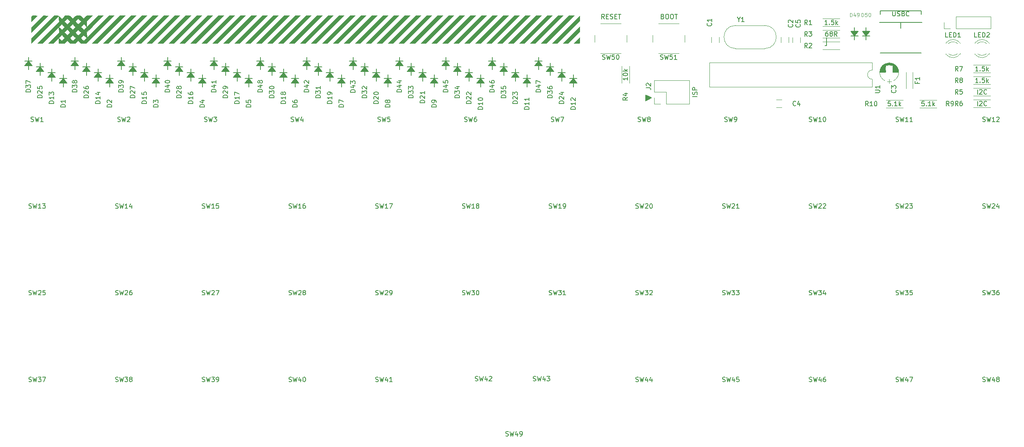
<source format=gto>
G04 #@! TF.GenerationSoftware,KiCad,Pcbnew,(5.1.2)-1*
G04 #@! TF.CreationDate,2020-04-25T00:26:24-05:00*
G04 #@! TF.ProjectId,plaid,706c6169-642e-46b6-9963-61645f706362,rev?*
G04 #@! TF.SameCoordinates,PX2faf080PY2faf080*
G04 #@! TF.FileFunction,Legend,Top*
G04 #@! TF.FilePolarity,Positive*
%FSLAX46Y46*%
G04 Gerber Fmt 4.6, Leading zero omitted, Abs format (unit mm)*
G04 Created by KiCad (PCBNEW (5.1.2)-1) date 2020-04-25 00:26:24*
%MOMM*%
%LPD*%
G04 APERTURE LIST*
%ADD10C,0.200000*%
%ADD11C,0.150000*%
%ADD12C,0.120000*%
%ADD13C,0.100000*%
%ADD14C,0.010000*%
%ADD15O,1.800000X1.800000*%
%ADD16C,1.800000*%
%ADD17C,1.050000*%
%ADD18O,1.300000X2.800000*%
%ADD19O,1.300000X2.100000*%
%ADD20C,2.900000*%
%ADD21C,4.400000*%
%ADD22C,2.100000*%
%ADD23R,1.800000X1.800000*%
%ADD24C,1.900000*%
%ADD25C,1.600000*%
%ADD26R,1.600000X1.600000*%
%ADD27C,2.400000*%
%ADD28C,2.000000*%
%ADD29O,2.000000X2.000000*%
%ADD30R,2.000000X2.000000*%
%ADD31C,4.800000*%
%ADD32O,2.100000X2.100000*%
%ADD33R,2.100000X2.100000*%
%ADD34R,2.200000X2.200000*%
%ADD35C,2.200000*%
G04 APERTURE END LIST*
D10*
X182499000Y-7620000D02*
X182118000Y-7620000D01*
X182499000Y-5842000D02*
X182499000Y-7620000D01*
X154122380Y-18756190D02*
X153122380Y-18756190D01*
X154074761Y-18327619D02*
X154122380Y-18184761D01*
X154122380Y-17946666D01*
X154074761Y-17851428D01*
X154027142Y-17803809D01*
X153931904Y-17756190D01*
X153836666Y-17756190D01*
X153741428Y-17803809D01*
X153693809Y-17851428D01*
X153646190Y-17946666D01*
X153598571Y-18137142D01*
X153550952Y-18232380D01*
X153503333Y-18280000D01*
X153408095Y-18327619D01*
X153312857Y-18327619D01*
X153217619Y-18280000D01*
X153170000Y-18232380D01*
X153122380Y-18137142D01*
X153122380Y-17899047D01*
X153170000Y-17756190D01*
X154122380Y-17327619D02*
X153122380Y-17327619D01*
X153122380Y-16946666D01*
X153170000Y-16851428D01*
X153217619Y-16803809D01*
X153312857Y-16756190D01*
X153455714Y-16756190D01*
X153550952Y-16803809D01*
X153598571Y-16851428D01*
X153646190Y-16946666D01*
X153646190Y-17327619D01*
X146597857Y-1198571D02*
X146740714Y-1246190D01*
X146788333Y-1293809D01*
X146835952Y-1389047D01*
X146835952Y-1531904D01*
X146788333Y-1627142D01*
X146740714Y-1674761D01*
X146645476Y-1722380D01*
X146264523Y-1722380D01*
X146264523Y-722380D01*
X146597857Y-722380D01*
X146693095Y-770000D01*
X146740714Y-817619D01*
X146788333Y-912857D01*
X146788333Y-1008095D01*
X146740714Y-1103333D01*
X146693095Y-1150952D01*
X146597857Y-1198571D01*
X146264523Y-1198571D01*
X147455000Y-722380D02*
X147645476Y-722380D01*
X147740714Y-770000D01*
X147835952Y-865238D01*
X147883571Y-1055714D01*
X147883571Y-1389047D01*
X147835952Y-1579523D01*
X147740714Y-1674761D01*
X147645476Y-1722380D01*
X147455000Y-1722380D01*
X147359761Y-1674761D01*
X147264523Y-1579523D01*
X147216904Y-1389047D01*
X147216904Y-1055714D01*
X147264523Y-865238D01*
X147359761Y-770000D01*
X147455000Y-722380D01*
X148502619Y-722380D02*
X148693095Y-722380D01*
X148788333Y-770000D01*
X148883571Y-865238D01*
X148931190Y-1055714D01*
X148931190Y-1389047D01*
X148883571Y-1579523D01*
X148788333Y-1674761D01*
X148693095Y-1722380D01*
X148502619Y-1722380D01*
X148407380Y-1674761D01*
X148312142Y-1579523D01*
X148264523Y-1389047D01*
X148264523Y-1055714D01*
X148312142Y-865238D01*
X148407380Y-770000D01*
X148502619Y-722380D01*
X149216904Y-722380D02*
X149788333Y-722380D01*
X149502619Y-1722380D02*
X149502619Y-722380D01*
X133802619Y-1722380D02*
X133469285Y-1246190D01*
X133231190Y-1722380D02*
X133231190Y-722380D01*
X133612142Y-722380D01*
X133707380Y-770000D01*
X133755000Y-817619D01*
X133802619Y-912857D01*
X133802619Y-1055714D01*
X133755000Y-1150952D01*
X133707380Y-1198571D01*
X133612142Y-1246190D01*
X133231190Y-1246190D01*
X134231190Y-1198571D02*
X134564523Y-1198571D01*
X134707380Y-1722380D02*
X134231190Y-1722380D01*
X134231190Y-722380D01*
X134707380Y-722380D01*
X135088333Y-1674761D02*
X135231190Y-1722380D01*
X135469285Y-1722380D01*
X135564523Y-1674761D01*
X135612142Y-1627142D01*
X135659761Y-1531904D01*
X135659761Y-1436666D01*
X135612142Y-1341428D01*
X135564523Y-1293809D01*
X135469285Y-1246190D01*
X135278809Y-1198571D01*
X135183571Y-1150952D01*
X135135952Y-1103333D01*
X135088333Y-1008095D01*
X135088333Y-912857D01*
X135135952Y-817619D01*
X135183571Y-770000D01*
X135278809Y-722380D01*
X135516904Y-722380D01*
X135659761Y-770000D01*
X136088333Y-1198571D02*
X136421666Y-1198571D01*
X136564523Y-1722380D02*
X136088333Y-1722380D01*
X136088333Y-722380D01*
X136564523Y-722380D01*
X136850238Y-722380D02*
X137421666Y-722380D01*
X137135952Y-1722380D02*
X137135952Y-722380D01*
D11*
G36*
X144145000Y-19050000D02*
G01*
X142875000Y-19685000D01*
X142875000Y-18415000D01*
X144145000Y-19050000D01*
G37*
X144145000Y-19050000D02*
X142875000Y-19685000D01*
X142875000Y-18415000D01*
X144145000Y-19050000D01*
D12*
X195485000Y-21230000D02*
X199205000Y-21230000D01*
X195485000Y-19510000D02*
X199205000Y-19510000D01*
X206610000Y-19510000D02*
X202890000Y-19510000D01*
X206610000Y-21230000D02*
X202890000Y-21230000D01*
D11*
X203365000Y-2520000D02*
X194115000Y-2520000D01*
X203215000Y-9180000D02*
X194265000Y-9180000D01*
X194260000Y-770000D02*
X194265000Y-10000D01*
X203215000Y-10000D02*
X194265000Y-10000D01*
X203215000Y-10000D02*
X203220000Y-770000D01*
X198740000Y-2520000D02*
X198740000Y-3790000D01*
G36*
X102400000Y-13300000D02*
G01*
X100800000Y-13300000D01*
X101600000Y-12300000D01*
X102400000Y-13300000D01*
G37*
X102400000Y-13300000D02*
X100800000Y-13300000D01*
X101600000Y-12300000D01*
X102400000Y-13300000D01*
D10*
X101600000Y-11426371D02*
X101600000Y-14140000D01*
X102400000Y-12300000D02*
X100800000Y-12300000D01*
D11*
G36*
X187795000Y-4480000D02*
G01*
X189395000Y-4480000D01*
X188595000Y-5480000D01*
X187795000Y-4480000D01*
G37*
X187795000Y-4480000D02*
X189395000Y-4480000D01*
X188595000Y-5480000D01*
X187795000Y-4480000D01*
D10*
X188595000Y-6353629D02*
X188595000Y-3640000D01*
X187795000Y-5480000D02*
X189395000Y-5480000D01*
D11*
G36*
X190335000Y-4480000D02*
G01*
X191935000Y-4480000D01*
X191135000Y-5480000D01*
X190335000Y-4480000D01*
G37*
X190335000Y-4480000D02*
X191935000Y-4480000D01*
X191135000Y-5480000D01*
X190335000Y-4480000D01*
D10*
X191135000Y-6353629D02*
X191135000Y-3640000D01*
X190335000Y-5480000D02*
X191935000Y-5480000D01*
D11*
G36*
X16040000Y-15840000D02*
G01*
X14440000Y-15840000D01*
X15240000Y-14840000D01*
X16040000Y-15840000D01*
G37*
X16040000Y-15840000D02*
X14440000Y-15840000D01*
X15240000Y-14840000D01*
X16040000Y-15840000D01*
D10*
X15240000Y-13966371D02*
X15240000Y-16680000D01*
X16040000Y-14840000D02*
X14440000Y-14840000D01*
D11*
G36*
X26200000Y-15840000D02*
G01*
X24600000Y-15840000D01*
X25400000Y-14840000D01*
X26200000Y-15840000D01*
G37*
X26200000Y-15840000D02*
X24600000Y-15840000D01*
X25400000Y-14840000D01*
X26200000Y-15840000D01*
D10*
X25400000Y-13966371D02*
X25400000Y-16680000D01*
X26200000Y-14840000D02*
X24600000Y-14840000D01*
D11*
G36*
X36360000Y-15840000D02*
G01*
X34760000Y-15840000D01*
X35560000Y-14840000D01*
X36360000Y-15840000D01*
G37*
X36360000Y-15840000D02*
X34760000Y-15840000D01*
X35560000Y-14840000D01*
X36360000Y-15840000D01*
D10*
X35560000Y-13966371D02*
X35560000Y-16680000D01*
X36360000Y-14840000D02*
X34760000Y-14840000D01*
D11*
G36*
X46520000Y-15840000D02*
G01*
X44920000Y-15840000D01*
X45720000Y-14840000D01*
X46520000Y-15840000D01*
G37*
X46520000Y-15840000D02*
X44920000Y-15840000D01*
X45720000Y-14840000D01*
X46520000Y-15840000D01*
D10*
X45720000Y-13966371D02*
X45720000Y-16680000D01*
X46520000Y-14840000D02*
X44920000Y-14840000D01*
D11*
G36*
X56680000Y-15840000D02*
G01*
X55080000Y-15840000D01*
X55880000Y-14840000D01*
X56680000Y-15840000D01*
G37*
X56680000Y-15840000D02*
X55080000Y-15840000D01*
X55880000Y-14840000D01*
X56680000Y-15840000D01*
D10*
X55880000Y-13966371D02*
X55880000Y-16680000D01*
X56680000Y-14840000D02*
X55080000Y-14840000D01*
D11*
G36*
X66840000Y-15840000D02*
G01*
X65240000Y-15840000D01*
X66040000Y-14840000D01*
X66840000Y-15840000D01*
G37*
X66840000Y-15840000D02*
X65240000Y-15840000D01*
X66040000Y-14840000D01*
X66840000Y-15840000D01*
D10*
X66040000Y-13966371D02*
X66040000Y-16680000D01*
X66840000Y-14840000D02*
X65240000Y-14840000D01*
D11*
G36*
X77000000Y-15840000D02*
G01*
X75400000Y-15840000D01*
X76200000Y-14840000D01*
X77000000Y-15840000D01*
G37*
X77000000Y-15840000D02*
X75400000Y-15840000D01*
X76200000Y-14840000D01*
X77000000Y-15840000D01*
D10*
X76200000Y-13966371D02*
X76200000Y-16680000D01*
X77000000Y-14840000D02*
X75400000Y-14840000D01*
D11*
G36*
X87160000Y-15840000D02*
G01*
X85560000Y-15840000D01*
X86360000Y-14840000D01*
X87160000Y-15840000D01*
G37*
X87160000Y-15840000D02*
X85560000Y-15840000D01*
X86360000Y-14840000D01*
X87160000Y-15840000D01*
D10*
X86360000Y-13966371D02*
X86360000Y-16680000D01*
X87160000Y-14840000D02*
X85560000Y-14840000D01*
D11*
G36*
X97320000Y-15840000D02*
G01*
X95720000Y-15840000D01*
X96520000Y-14840000D01*
X97320000Y-15840000D01*
G37*
X97320000Y-15840000D02*
X95720000Y-15840000D01*
X96520000Y-14840000D01*
X97320000Y-15840000D01*
D10*
X96520000Y-13966371D02*
X96520000Y-16680000D01*
X97320000Y-14840000D02*
X95720000Y-14840000D01*
D11*
G36*
X107480000Y-15840000D02*
G01*
X105880000Y-15840000D01*
X106680000Y-14840000D01*
X107480000Y-15840000D01*
G37*
X107480000Y-15840000D02*
X105880000Y-15840000D01*
X106680000Y-14840000D01*
X107480000Y-15840000D01*
D10*
X106680000Y-13966371D02*
X106680000Y-16680000D01*
X107480000Y-14840000D02*
X105880000Y-14840000D01*
D11*
G36*
X117640000Y-15840000D02*
G01*
X116040000Y-15840000D01*
X116840000Y-14840000D01*
X117640000Y-15840000D01*
G37*
X117640000Y-15840000D02*
X116040000Y-15840000D01*
X116840000Y-14840000D01*
X117640000Y-15840000D01*
D10*
X116840000Y-13966371D02*
X116840000Y-16680000D01*
X117640000Y-14840000D02*
X116040000Y-14840000D01*
D11*
G36*
X127800000Y-15840000D02*
G01*
X126200000Y-15840000D01*
X127000000Y-14840000D01*
X127800000Y-15840000D01*
G37*
X127800000Y-15840000D02*
X126200000Y-15840000D01*
X127000000Y-14840000D01*
X127800000Y-15840000D01*
D10*
X127000000Y-13966371D02*
X127000000Y-16680000D01*
X127800000Y-14840000D02*
X126200000Y-14840000D01*
D11*
G36*
X13500000Y-14570000D02*
G01*
X11900000Y-14570000D01*
X12700000Y-13570000D01*
X13500000Y-14570000D01*
G37*
X13500000Y-14570000D02*
X11900000Y-14570000D01*
X12700000Y-13570000D01*
X13500000Y-14570000D01*
D10*
X12700000Y-12696371D02*
X12700000Y-15410000D01*
X13500000Y-13570000D02*
X11900000Y-13570000D01*
D11*
G36*
X23660000Y-14570000D02*
G01*
X22060000Y-14570000D01*
X22860000Y-13570000D01*
X23660000Y-14570000D01*
G37*
X23660000Y-14570000D02*
X22060000Y-14570000D01*
X22860000Y-13570000D01*
X23660000Y-14570000D01*
D10*
X22860000Y-12696371D02*
X22860000Y-15410000D01*
X23660000Y-13570000D02*
X22060000Y-13570000D01*
D11*
G36*
X33820000Y-14570000D02*
G01*
X32220000Y-14570000D01*
X33020000Y-13570000D01*
X33820000Y-14570000D01*
G37*
X33820000Y-14570000D02*
X32220000Y-14570000D01*
X33020000Y-13570000D01*
X33820000Y-14570000D01*
D10*
X33020000Y-12696371D02*
X33020000Y-15410000D01*
X33820000Y-13570000D02*
X32220000Y-13570000D01*
D11*
G36*
X43980000Y-14570000D02*
G01*
X42380000Y-14570000D01*
X43180000Y-13570000D01*
X43980000Y-14570000D01*
G37*
X43980000Y-14570000D02*
X42380000Y-14570000D01*
X43180000Y-13570000D01*
X43980000Y-14570000D01*
D10*
X43180000Y-12696371D02*
X43180000Y-15410000D01*
X43980000Y-13570000D02*
X42380000Y-13570000D01*
D11*
G36*
X54140000Y-14570000D02*
G01*
X52540000Y-14570000D01*
X53340000Y-13570000D01*
X54140000Y-14570000D01*
G37*
X54140000Y-14570000D02*
X52540000Y-14570000D01*
X53340000Y-13570000D01*
X54140000Y-14570000D01*
D10*
X53340000Y-12696371D02*
X53340000Y-15410000D01*
X54140000Y-13570000D02*
X52540000Y-13570000D01*
D11*
G36*
X64300000Y-14570000D02*
G01*
X62700000Y-14570000D01*
X63500000Y-13570000D01*
X64300000Y-14570000D01*
G37*
X64300000Y-14570000D02*
X62700000Y-14570000D01*
X63500000Y-13570000D01*
X64300000Y-14570000D01*
D10*
X63500000Y-12696371D02*
X63500000Y-15410000D01*
X64300000Y-13570000D02*
X62700000Y-13570000D01*
D11*
G36*
X74460000Y-14570000D02*
G01*
X72860000Y-14570000D01*
X73660000Y-13570000D01*
X74460000Y-14570000D01*
G37*
X74460000Y-14570000D02*
X72860000Y-14570000D01*
X73660000Y-13570000D01*
X74460000Y-14570000D01*
D10*
X73660000Y-12696371D02*
X73660000Y-15410000D01*
X74460000Y-13570000D02*
X72860000Y-13570000D01*
D11*
G36*
X84620000Y-14570000D02*
G01*
X83020000Y-14570000D01*
X83820000Y-13570000D01*
X84620000Y-14570000D01*
G37*
X84620000Y-14570000D02*
X83020000Y-14570000D01*
X83820000Y-13570000D01*
X84620000Y-14570000D01*
D10*
X83820000Y-12696371D02*
X83820000Y-15410000D01*
X84620000Y-13570000D02*
X83020000Y-13570000D01*
D11*
G36*
X94780000Y-14570000D02*
G01*
X93180000Y-14570000D01*
X93980000Y-13570000D01*
X94780000Y-14570000D01*
G37*
X94780000Y-14570000D02*
X93180000Y-14570000D01*
X93980000Y-13570000D01*
X94780000Y-14570000D01*
D10*
X93980000Y-12696371D02*
X93980000Y-15410000D01*
X94780000Y-13570000D02*
X93180000Y-13570000D01*
D11*
G36*
X104940000Y-14570000D02*
G01*
X103340000Y-14570000D01*
X104140000Y-13570000D01*
X104940000Y-14570000D01*
G37*
X104940000Y-14570000D02*
X103340000Y-14570000D01*
X104140000Y-13570000D01*
X104940000Y-14570000D01*
D10*
X104140000Y-12696371D02*
X104140000Y-15410000D01*
X104940000Y-13570000D02*
X103340000Y-13570000D01*
D11*
G36*
X115100000Y-14570000D02*
G01*
X113500000Y-14570000D01*
X114300000Y-13570000D01*
X115100000Y-14570000D01*
G37*
X115100000Y-14570000D02*
X113500000Y-14570000D01*
X114300000Y-13570000D01*
X115100000Y-14570000D01*
D10*
X114300000Y-12696371D02*
X114300000Y-15410000D01*
X115100000Y-13570000D02*
X113500000Y-13570000D01*
D11*
G36*
X125260000Y-14570000D02*
G01*
X123660000Y-14570000D01*
X124460000Y-13570000D01*
X125260000Y-14570000D01*
G37*
X125260000Y-14570000D02*
X123660000Y-14570000D01*
X124460000Y-13570000D01*
X125260000Y-14570000D01*
D10*
X124460000Y-12696371D02*
X124460000Y-15410000D01*
X125260000Y-13570000D02*
X123660000Y-13570000D01*
D11*
G36*
X10960000Y-13300000D02*
G01*
X9360000Y-13300000D01*
X10160000Y-12300000D01*
X10960000Y-13300000D01*
G37*
X10960000Y-13300000D02*
X9360000Y-13300000D01*
X10160000Y-12300000D01*
X10960000Y-13300000D01*
D10*
X10160000Y-11426371D02*
X10160000Y-14140000D01*
X10960000Y-12300000D02*
X9360000Y-12300000D01*
D11*
G36*
X21120000Y-13300000D02*
G01*
X19520000Y-13300000D01*
X20320000Y-12300000D01*
X21120000Y-13300000D01*
G37*
X21120000Y-13300000D02*
X19520000Y-13300000D01*
X20320000Y-12300000D01*
X21120000Y-13300000D01*
D10*
X20320000Y-11426371D02*
X20320000Y-14140000D01*
X21120000Y-12300000D02*
X19520000Y-12300000D01*
D11*
G36*
X31280000Y-13300000D02*
G01*
X29680000Y-13300000D01*
X30480000Y-12300000D01*
X31280000Y-13300000D01*
G37*
X31280000Y-13300000D02*
X29680000Y-13300000D01*
X30480000Y-12300000D01*
X31280000Y-13300000D01*
D10*
X30480000Y-11426371D02*
X30480000Y-14140000D01*
X31280000Y-12300000D02*
X29680000Y-12300000D01*
D11*
G36*
X41440000Y-13300000D02*
G01*
X39840000Y-13300000D01*
X40640000Y-12300000D01*
X41440000Y-13300000D01*
G37*
X41440000Y-13300000D02*
X39840000Y-13300000D01*
X40640000Y-12300000D01*
X41440000Y-13300000D01*
D10*
X40640000Y-11426371D02*
X40640000Y-14140000D01*
X41440000Y-12300000D02*
X39840000Y-12300000D01*
D11*
G36*
X51600000Y-13300000D02*
G01*
X50000000Y-13300000D01*
X50800000Y-12300000D01*
X51600000Y-13300000D01*
G37*
X51600000Y-13300000D02*
X50000000Y-13300000D01*
X50800000Y-12300000D01*
X51600000Y-13300000D01*
D10*
X50800000Y-11426371D02*
X50800000Y-14140000D01*
X51600000Y-12300000D02*
X50000000Y-12300000D01*
D11*
G36*
X61760000Y-13300000D02*
G01*
X60160000Y-13300000D01*
X60960000Y-12300000D01*
X61760000Y-13300000D01*
G37*
X61760000Y-13300000D02*
X60160000Y-13300000D01*
X60960000Y-12300000D01*
X61760000Y-13300000D01*
D10*
X60960000Y-11426371D02*
X60960000Y-14140000D01*
X61760000Y-12300000D02*
X60160000Y-12300000D01*
D11*
G36*
X71920000Y-13300000D02*
G01*
X70320000Y-13300000D01*
X71120000Y-12300000D01*
X71920000Y-13300000D01*
G37*
X71920000Y-13300000D02*
X70320000Y-13300000D01*
X71120000Y-12300000D01*
X71920000Y-13300000D01*
D10*
X71120000Y-11426371D02*
X71120000Y-14140000D01*
X71920000Y-12300000D02*
X70320000Y-12300000D01*
D11*
G36*
X82080000Y-13300000D02*
G01*
X80480000Y-13300000D01*
X81280000Y-12300000D01*
X82080000Y-13300000D01*
G37*
X82080000Y-13300000D02*
X80480000Y-13300000D01*
X81280000Y-12300000D01*
X82080000Y-13300000D01*
D10*
X81280000Y-11426371D02*
X81280000Y-14140000D01*
X82080000Y-12300000D02*
X80480000Y-12300000D01*
D11*
G36*
X92240000Y-13300000D02*
G01*
X90640000Y-13300000D01*
X91440000Y-12300000D01*
X92240000Y-13300000D01*
G37*
X92240000Y-13300000D02*
X90640000Y-13300000D01*
X91440000Y-12300000D01*
X92240000Y-13300000D01*
D10*
X91440000Y-11426371D02*
X91440000Y-14140000D01*
X92240000Y-12300000D02*
X90640000Y-12300000D01*
D11*
G36*
X112560000Y-13300000D02*
G01*
X110960000Y-13300000D01*
X111760000Y-12300000D01*
X112560000Y-13300000D01*
G37*
X112560000Y-13300000D02*
X110960000Y-13300000D01*
X111760000Y-12300000D01*
X112560000Y-13300000D01*
D10*
X111760000Y-11426371D02*
X111760000Y-14140000D01*
X112560000Y-12300000D02*
X110960000Y-12300000D01*
D11*
G36*
X122720000Y-13300000D02*
G01*
X121120000Y-13300000D01*
X121920000Y-12300000D01*
X122720000Y-13300000D01*
G37*
X122720000Y-13300000D02*
X121120000Y-13300000D01*
X121920000Y-12300000D01*
X122720000Y-13300000D01*
D10*
X121920000Y-11426371D02*
X121920000Y-14140000D01*
X122720000Y-12300000D02*
X121120000Y-12300000D01*
D11*
G36*
X8420000Y-12030000D02*
G01*
X6820000Y-12030000D01*
X7620000Y-11030000D01*
X8420000Y-12030000D01*
G37*
X8420000Y-12030000D02*
X6820000Y-12030000D01*
X7620000Y-11030000D01*
X8420000Y-12030000D01*
D10*
X7620000Y-10156371D02*
X7620000Y-12870000D01*
X8420000Y-11030000D02*
X6820000Y-11030000D01*
D11*
G36*
X18580000Y-12030000D02*
G01*
X16980000Y-12030000D01*
X17780000Y-11030000D01*
X18580000Y-12030000D01*
G37*
X18580000Y-12030000D02*
X16980000Y-12030000D01*
X17780000Y-11030000D01*
X18580000Y-12030000D01*
D10*
X17780000Y-10156371D02*
X17780000Y-12870000D01*
X18580000Y-11030000D02*
X16980000Y-11030000D01*
D11*
G36*
X28740000Y-12030000D02*
G01*
X27140000Y-12030000D01*
X27940000Y-11030000D01*
X28740000Y-12030000D01*
G37*
X28740000Y-12030000D02*
X27140000Y-12030000D01*
X27940000Y-11030000D01*
X28740000Y-12030000D01*
D10*
X27940000Y-10156371D02*
X27940000Y-12870000D01*
X28740000Y-11030000D02*
X27140000Y-11030000D01*
D11*
G36*
X38900000Y-12030000D02*
G01*
X37300000Y-12030000D01*
X38100000Y-11030000D01*
X38900000Y-12030000D01*
G37*
X38900000Y-12030000D02*
X37300000Y-12030000D01*
X38100000Y-11030000D01*
X38900000Y-12030000D01*
D10*
X38100000Y-10156371D02*
X38100000Y-12870000D01*
X38900000Y-11030000D02*
X37300000Y-11030000D01*
D11*
G36*
X49060000Y-12030000D02*
G01*
X47460000Y-12030000D01*
X48260000Y-11030000D01*
X49060000Y-12030000D01*
G37*
X49060000Y-12030000D02*
X47460000Y-12030000D01*
X48260000Y-11030000D01*
X49060000Y-12030000D01*
D10*
X48260000Y-10156371D02*
X48260000Y-12870000D01*
X49060000Y-11030000D02*
X47460000Y-11030000D01*
D11*
G36*
X59220000Y-12030000D02*
G01*
X57620000Y-12030000D01*
X58420000Y-11030000D01*
X59220000Y-12030000D01*
G37*
X59220000Y-12030000D02*
X57620000Y-12030000D01*
X58420000Y-11030000D01*
X59220000Y-12030000D01*
D10*
X58420000Y-10156371D02*
X58420000Y-12870000D01*
X59220000Y-11030000D02*
X57620000Y-11030000D01*
D11*
G36*
X69380000Y-12030000D02*
G01*
X67780000Y-12030000D01*
X68580000Y-11030000D01*
X69380000Y-12030000D01*
G37*
X69380000Y-12030000D02*
X67780000Y-12030000D01*
X68580000Y-11030000D01*
X69380000Y-12030000D01*
D10*
X68580000Y-10156371D02*
X68580000Y-12870000D01*
X69380000Y-11030000D02*
X67780000Y-11030000D01*
D11*
G36*
X79540000Y-12030000D02*
G01*
X77940000Y-12030000D01*
X78740000Y-11030000D01*
X79540000Y-12030000D01*
G37*
X79540000Y-12030000D02*
X77940000Y-12030000D01*
X78740000Y-11030000D01*
X79540000Y-12030000D01*
D10*
X78740000Y-10156371D02*
X78740000Y-12870000D01*
X79540000Y-11030000D02*
X77940000Y-11030000D01*
D11*
G36*
X89700000Y-12030000D02*
G01*
X88100000Y-12030000D01*
X88900000Y-11030000D01*
X89700000Y-12030000D01*
G37*
X89700000Y-12030000D02*
X88100000Y-12030000D01*
X88900000Y-11030000D01*
X89700000Y-12030000D01*
D10*
X88900000Y-10156371D02*
X88900000Y-12870000D01*
X89700000Y-11030000D02*
X88100000Y-11030000D01*
D11*
G36*
X99860000Y-12030000D02*
G01*
X98260000Y-12030000D01*
X99060000Y-11030000D01*
X99860000Y-12030000D01*
G37*
X99860000Y-12030000D02*
X98260000Y-12030000D01*
X99060000Y-11030000D01*
X99860000Y-12030000D01*
D10*
X99060000Y-10156371D02*
X99060000Y-12870000D01*
X99860000Y-11030000D02*
X98260000Y-11030000D01*
D11*
G36*
X110020000Y-12030000D02*
G01*
X108420000Y-12030000D01*
X109220000Y-11030000D01*
X110020000Y-12030000D01*
G37*
X110020000Y-12030000D02*
X108420000Y-12030000D01*
X109220000Y-11030000D01*
X110020000Y-12030000D01*
D10*
X109220000Y-10156371D02*
X109220000Y-12870000D01*
X110020000Y-11030000D02*
X108420000Y-11030000D01*
D11*
G36*
X120180000Y-12030000D02*
G01*
X118580000Y-12030000D01*
X119380000Y-11030000D01*
X120180000Y-12030000D01*
G37*
X120180000Y-12030000D02*
X118580000Y-12030000D01*
X119380000Y-11030000D01*
X120180000Y-12030000D01*
D10*
X119380000Y-10156371D02*
X119380000Y-12870000D01*
X120180000Y-11030000D02*
X118580000Y-11030000D01*
D12*
X162535000Y-3190000D02*
G75*
G03X162535000Y-8240000I0J-2525000D01*
G01*
X168935000Y-3190000D02*
G75*
G02X168935000Y-8240000I0J-2525000D01*
G01*
X168935000Y-3190000D02*
X162535000Y-3190000D01*
X168935000Y-8240000D02*
X162535000Y-8240000D01*
X195765000Y-15450000D02*
X196665000Y-15450000D01*
X196215000Y-15900000D02*
X196215000Y-15000000D01*
X196050000Y-11369000D02*
X196380000Y-11369000D01*
X195800000Y-11409000D02*
X196630000Y-11409000D01*
X195648000Y-11449000D02*
X196782000Y-11449000D01*
X195529000Y-11489000D02*
X196901000Y-11489000D01*
X195429000Y-11529000D02*
X197001000Y-11529000D01*
X195341000Y-11569000D02*
X197089000Y-11569000D01*
X195263000Y-11609000D02*
X197167000Y-11609000D01*
X195192000Y-11649000D02*
X197238000Y-11649000D01*
X195127000Y-11689000D02*
X197303000Y-11689000D01*
X195067000Y-11729000D02*
X197363000Y-11729000D01*
X195011000Y-11769000D02*
X197419000Y-11769000D01*
X194959000Y-11809000D02*
X197471000Y-11809000D01*
X194910000Y-11849000D02*
X197520000Y-11849000D01*
X194864000Y-11889000D02*
X197566000Y-11889000D01*
X196995000Y-11929000D02*
X197610000Y-11929000D01*
X194820000Y-11929000D02*
X195435000Y-11929000D01*
X196995000Y-11969000D02*
X197651000Y-11969000D01*
X194779000Y-11969000D02*
X195435000Y-11969000D01*
X196995000Y-12009000D02*
X197690000Y-12009000D01*
X194740000Y-12009000D02*
X195435000Y-12009000D01*
X196995000Y-12049000D02*
X197727000Y-12049000D01*
X194703000Y-12049000D02*
X195435000Y-12049000D01*
X196995000Y-12089000D02*
X197762000Y-12089000D01*
X194668000Y-12089000D02*
X195435000Y-12089000D01*
X196995000Y-12129000D02*
X197796000Y-12129000D01*
X194634000Y-12129000D02*
X195435000Y-12129000D01*
X196995000Y-12169000D02*
X197828000Y-12169000D01*
X194602000Y-12169000D02*
X195435000Y-12169000D01*
X196995000Y-12209000D02*
X197858000Y-12209000D01*
X194572000Y-12209000D02*
X195435000Y-12209000D01*
X196995000Y-12249000D02*
X197887000Y-12249000D01*
X194543000Y-12249000D02*
X195435000Y-12249000D01*
X196995000Y-12289000D02*
X197914000Y-12289000D01*
X194516000Y-12289000D02*
X195435000Y-12289000D01*
X196995000Y-12329000D02*
X197940000Y-12329000D01*
X194490000Y-12329000D02*
X195435000Y-12329000D01*
X196995000Y-12369000D02*
X197965000Y-12369000D01*
X194465000Y-12369000D02*
X195435000Y-12369000D01*
X196995000Y-12409000D02*
X197988000Y-12409000D01*
X194442000Y-12409000D02*
X195435000Y-12409000D01*
X196995000Y-12449000D02*
X198011000Y-12449000D01*
X194419000Y-12449000D02*
X195435000Y-12449000D01*
X196995000Y-12489000D02*
X198032000Y-12489000D01*
X194398000Y-12489000D02*
X195435000Y-12489000D01*
X196995000Y-12529000D02*
X198052000Y-12529000D01*
X194378000Y-12529000D02*
X195435000Y-12529000D01*
X196995000Y-12569000D02*
X198071000Y-12569000D01*
X194359000Y-12569000D02*
X195435000Y-12569000D01*
X196995000Y-12609000D02*
X198089000Y-12609000D01*
X194341000Y-12609000D02*
X195435000Y-12609000D01*
X196995000Y-12649000D02*
X198106000Y-12649000D01*
X194324000Y-12649000D02*
X195435000Y-12649000D01*
X196995000Y-12689000D02*
X198122000Y-12689000D01*
X194308000Y-12689000D02*
X195435000Y-12689000D01*
X196995000Y-12729000D02*
X198138000Y-12729000D01*
X194292000Y-12729000D02*
X195435000Y-12729000D01*
X196995000Y-12770000D02*
X198152000Y-12770000D01*
X194278000Y-12770000D02*
X195435000Y-12770000D01*
X196995000Y-12810000D02*
X198165000Y-12810000D01*
X194265000Y-12810000D02*
X195435000Y-12810000D01*
X196995000Y-12850000D02*
X198178000Y-12850000D01*
X194252000Y-12850000D02*
X195435000Y-12850000D01*
X196995000Y-12890000D02*
X198189000Y-12890000D01*
X194241000Y-12890000D02*
X195435000Y-12890000D01*
X196995000Y-12930000D02*
X198200000Y-12930000D01*
X194230000Y-12930000D02*
X195435000Y-12930000D01*
X196995000Y-12970000D02*
X198210000Y-12970000D01*
X194220000Y-12970000D02*
X195435000Y-12970000D01*
X196995000Y-13010000D02*
X198219000Y-13010000D01*
X194211000Y-13010000D02*
X195435000Y-13010000D01*
X196995000Y-13050000D02*
X198227000Y-13050000D01*
X194203000Y-13050000D02*
X195435000Y-13050000D01*
X196995000Y-13090000D02*
X198234000Y-13090000D01*
X194196000Y-13090000D02*
X195435000Y-13090000D01*
X196995000Y-13130000D02*
X198241000Y-13130000D01*
X194189000Y-13130000D02*
X195435000Y-13130000D01*
X196995000Y-13170000D02*
X198247000Y-13170000D01*
X194183000Y-13170000D02*
X195435000Y-13170000D01*
X196995000Y-13210000D02*
X198252000Y-13210000D01*
X194178000Y-13210000D02*
X195435000Y-13210000D01*
X196995000Y-13250000D02*
X198256000Y-13250000D01*
X194174000Y-13250000D02*
X195435000Y-13250000D01*
X196995000Y-13290000D02*
X198259000Y-13290000D01*
X194171000Y-13290000D02*
X195435000Y-13290000D01*
X196995000Y-13330000D02*
X198262000Y-13330000D01*
X194168000Y-13330000D02*
X195435000Y-13330000D01*
X196995000Y-13370000D02*
X198264000Y-13370000D01*
X194166000Y-13370000D02*
X195435000Y-13370000D01*
X196995000Y-13410000D02*
X198265000Y-13410000D01*
X194165000Y-13410000D02*
X195435000Y-13410000D01*
X194165000Y-13450000D02*
X195435000Y-13450000D01*
X196995000Y-13450000D02*
X198265000Y-13450000D01*
X197194170Y-11603564D02*
G75*
G03X195235000Y-11604004I-979170J-1846436D01*
G01*
X197194170Y-11603564D02*
G75*
G02X197195000Y-15295996I-979170J-1846436D01*
G01*
X195235830Y-11603564D02*
G75*
G03X195235000Y-15295996I979170J-1846436D01*
G01*
X137430000Y-2810000D02*
X132930000Y-2810000D01*
X138680000Y-6810000D02*
X138680000Y-5310000D01*
X132930000Y-9310000D02*
X137430000Y-9310000D01*
X131680000Y-5310000D02*
X131680000Y-6810000D01*
X150130000Y-2810000D02*
X145630000Y-2810000D01*
X151380000Y-6810000D02*
X151380000Y-5310000D01*
X145630000Y-9310000D02*
X150130000Y-9310000D01*
X144380000Y-5310000D02*
X144380000Y-6810000D01*
X157254000Y-5743000D02*
X157254000Y-6917000D01*
X158976000Y-5743000D02*
X158976000Y-6917000D01*
X172494000Y-5743000D02*
X172494000Y-6917000D01*
X174216000Y-5743000D02*
X174216000Y-6917000D01*
X171478000Y-21181000D02*
X172652000Y-21181000D01*
X171478000Y-19459000D02*
X172652000Y-19459000D01*
X176756000Y-6957000D02*
X176756000Y-5783000D01*
X175034000Y-6957000D02*
X175034000Y-5783000D01*
X144720000Y-20380000D02*
X144720000Y-19050000D01*
X146050000Y-20380000D02*
X144720000Y-20380000D01*
X144720000Y-17780000D02*
X144720000Y-15180000D01*
X147320000Y-17780000D02*
X144720000Y-17780000D01*
X147320000Y-20380000D02*
X147320000Y-17780000D01*
X144720000Y-15180000D02*
X152460000Y-15180000D01*
X147320000Y-20380000D02*
X152460000Y-20380000D01*
X152460000Y-20380000D02*
X152460000Y-15180000D01*
X192465000Y-16620000D02*
X192465000Y-14970000D01*
X156785000Y-16620000D02*
X192465000Y-16620000D01*
X156785000Y-11320000D02*
X156785000Y-16620000D01*
X192465000Y-11320000D02*
X156785000Y-11320000D01*
X192465000Y-12970000D02*
X192465000Y-11320000D01*
X192465000Y-14970000D02*
G75*
G02X192465000Y-12970000I0J1000000D01*
G01*
D13*
X201360000Y-13430000D02*
X201360000Y-17030000D01*
X199960000Y-13430000D02*
X199960000Y-17030000D01*
D12*
X185375000Y-3400000D02*
X181655000Y-3400000D01*
X185375000Y-1680000D02*
X181655000Y-1680000D01*
X181655000Y-8480000D02*
X185375000Y-8480000D01*
X181655000Y-6760000D02*
X185375000Y-6760000D01*
X181655000Y-4220000D02*
X185375000Y-4220000D01*
X181655000Y-5940000D02*
X185375000Y-5940000D01*
X137570000Y-15830000D02*
X137570000Y-12110000D01*
X139290000Y-15830000D02*
X139290000Y-12110000D01*
X208220000Y-3870000D02*
X208220000Y-2540000D01*
X209550000Y-3870000D02*
X208220000Y-3870000D01*
X210820000Y-3870000D02*
X210820000Y-1210000D01*
X210820000Y-1210000D02*
X218500000Y-1210000D01*
X210820000Y-3870000D02*
X218500000Y-3870000D01*
X218500000Y-3870000D02*
X218500000Y-1210000D01*
X214675000Y-18640000D02*
X218395000Y-18640000D01*
X214675000Y-16920000D02*
X218395000Y-16920000D01*
X214675000Y-19460000D02*
X218395000Y-19460000D01*
X214675000Y-21180000D02*
X218395000Y-21180000D01*
X211857335Y-7176392D02*
G75*
G03X208625000Y-7019484I-1672335J-1078608D01*
G01*
X211857335Y-9333608D02*
G75*
G02X208625000Y-9490516I-1672335J1078608D01*
G01*
X211226130Y-7175163D02*
G75*
G03X209144039Y-7175000I-1041130J-1079837D01*
G01*
X211226130Y-9334837D02*
G75*
G02X209144039Y-9335000I-1041130J1079837D01*
G01*
X208625000Y-7019000D02*
X208625000Y-7175000D01*
X208625000Y-9335000D02*
X208625000Y-9491000D01*
X214975000Y-9335000D02*
X214975000Y-9491000D01*
X214975000Y-7019000D02*
X214975000Y-7175000D01*
X217576130Y-9334837D02*
G75*
G02X215494039Y-9335000I-1041130J1079837D01*
G01*
X217576130Y-7175163D02*
G75*
G03X215494039Y-7175000I-1041130J-1079837D01*
G01*
X218207335Y-9333608D02*
G75*
G02X214975000Y-9490516I-1672335J1078608D01*
G01*
X218207335Y-7176392D02*
G75*
G03X214975000Y-7019484I-1672335J-1078608D01*
G01*
X214675000Y-13560000D02*
X218395000Y-13560000D01*
X214675000Y-11840000D02*
X218395000Y-11840000D01*
X214675000Y-14380000D02*
X218395000Y-14380000D01*
X214675000Y-16100000D02*
X218395000Y-16100000D01*
D14*
G36*
X8944191Y-1029741D02*
G01*
X9007508Y-1032808D01*
X9530514Y-1058333D01*
X8255000Y-2324095D01*
X8255000Y-1709723D01*
X8260750Y-1370684D01*
X8299818Y-1162604D01*
X8404931Y-1056046D01*
X8608813Y-1021571D01*
X8944191Y-1029741D01*
X8944191Y-1029741D01*
G37*
X8944191Y-1029741D02*
X9007508Y-1032808D01*
X9530514Y-1058333D01*
X8255000Y-2324095D01*
X8255000Y-1709723D01*
X8260750Y-1370684D01*
X8299818Y-1162604D01*
X8404931Y-1056046D01*
X8608813Y-1021571D01*
X8944191Y-1029741D01*
G36*
X11898389Y-1058333D02*
G01*
X10076694Y-2877928D01*
X8255000Y-4697523D01*
X8255000Y-3596284D01*
X9551614Y-2301694D01*
X10848229Y-1007103D01*
X11898389Y-1058333D01*
X11898389Y-1058333D01*
G37*
X11898389Y-1058333D02*
X10076694Y-2877928D01*
X8255000Y-4697523D01*
X8255000Y-3596284D01*
X9551614Y-2301694D01*
X10848229Y-1007103D01*
X11898389Y-1058333D01*
G36*
X13743227Y-1032706D02*
G01*
X14268472Y-1058333D01*
X11261736Y-4063552D01*
X8255000Y-7068772D01*
X8255000Y-5967923D01*
X10736491Y-3487501D01*
X13217982Y-1007080D01*
X13743227Y-1032706D01*
X13743227Y-1032706D01*
G37*
X13743227Y-1032706D02*
X14268472Y-1058333D01*
X11261736Y-4063552D01*
X8255000Y-7068772D01*
X8255000Y-5967923D01*
X10736491Y-3487501D01*
X13217982Y-1007080D01*
X13743227Y-1032706D01*
G36*
X128380191Y-6359491D02*
G01*
X128392199Y-6717292D01*
X128365955Y-6938715D01*
X128272020Y-7056486D01*
X128080954Y-7103331D01*
X127763321Y-7111975D01*
X127703276Y-7112000D01*
X127088904Y-7112000D01*
X127721785Y-6474242D01*
X128354666Y-5836485D01*
X128380191Y-6359491D01*
X128380191Y-6359491D01*
G37*
X128380191Y-6359491D02*
X128392199Y-6717292D01*
X128365955Y-6938715D01*
X128272020Y-7056486D01*
X128080954Y-7103331D01*
X127763321Y-7111975D01*
X127703276Y-7112000D01*
X127088904Y-7112000D01*
X127721785Y-6474242D01*
X128354666Y-5836485D01*
X128380191Y-6359491D01*
G36*
X128405896Y-4518770D02*
G01*
X127111305Y-5815385D01*
X125816715Y-7112000D01*
X124715476Y-7112000D01*
X128354666Y-3468610D01*
X128405896Y-4518770D01*
X128405896Y-4518770D01*
G37*
X128405896Y-4518770D02*
X127111305Y-5815385D01*
X125816715Y-7112000D01*
X124715476Y-7112000D01*
X128354666Y-3468610D01*
X128405896Y-4518770D01*
G36*
X128380293Y-1623772D02*
G01*
X128405919Y-2149017D01*
X125925498Y-4630508D01*
X123445076Y-7112000D01*
X122344227Y-7112000D01*
X125349447Y-4105263D01*
X128354666Y-1098527D01*
X128380293Y-1623772D01*
X128380293Y-1623772D01*
G37*
X128380293Y-1623772D02*
X128405919Y-2149017D01*
X125925498Y-4630508D01*
X123445076Y-7112000D01*
X122344227Y-7112000D01*
X125349447Y-4105263D01*
X128354666Y-1098527D01*
X128380293Y-1623772D01*
G36*
X121074215Y-7112000D02*
G01*
X119888881Y-7112000D01*
X122936000Y-4064000D01*
X125983118Y-1016000D01*
X127168451Y-1016000D01*
X121074215Y-7112000D01*
X121074215Y-7112000D01*
G37*
X121074215Y-7112000D02*
X119888881Y-7112000D01*
X122936000Y-4064000D01*
X125983118Y-1016000D01*
X127168451Y-1016000D01*
X121074215Y-7112000D01*
G36*
X121666000Y-4064000D02*
G01*
X118618881Y-7112000D01*
X117518215Y-7112000D01*
X123612451Y-1016000D01*
X124713118Y-1016000D01*
X121666000Y-4064000D01*
X121666000Y-4064000D01*
G37*
X121666000Y-4064000D02*
X118618881Y-7112000D01*
X117518215Y-7112000D01*
X123612451Y-1016000D01*
X124713118Y-1016000D01*
X121666000Y-4064000D01*
G36*
X116248215Y-7112000D02*
G01*
X115147548Y-7112000D01*
X121241784Y-1016000D01*
X122342451Y-1016000D01*
X116248215Y-7112000D01*
X116248215Y-7112000D01*
G37*
X116248215Y-7112000D02*
X115147548Y-7112000D01*
X121241784Y-1016000D01*
X122342451Y-1016000D01*
X116248215Y-7112000D01*
G36*
X113877548Y-7112000D02*
G01*
X112692215Y-7112000D01*
X118786451Y-1016000D01*
X119971784Y-1016000D01*
X113877548Y-7112000D01*
X113877548Y-7112000D01*
G37*
X113877548Y-7112000D02*
X112692215Y-7112000D01*
X118786451Y-1016000D01*
X119971784Y-1016000D01*
X113877548Y-7112000D01*
G36*
X111422215Y-7112000D02*
G01*
X110321548Y-7112000D01*
X116415784Y-1016000D01*
X117516451Y-1016000D01*
X111422215Y-7112000D01*
X111422215Y-7112000D01*
G37*
X111422215Y-7112000D02*
X110321548Y-7112000D01*
X116415784Y-1016000D01*
X117516451Y-1016000D01*
X111422215Y-7112000D01*
G36*
X109051548Y-7112000D02*
G01*
X107950881Y-7112000D01*
X110998000Y-4064000D01*
X114045118Y-1016000D01*
X115145784Y-1016000D01*
X109051548Y-7112000D01*
X109051548Y-7112000D01*
G37*
X109051548Y-7112000D02*
X107950881Y-7112000D01*
X110998000Y-4064000D01*
X114045118Y-1016000D01*
X115145784Y-1016000D01*
X109051548Y-7112000D01*
G36*
X109728000Y-4064000D02*
G01*
X106680881Y-7112000D01*
X105495548Y-7112000D01*
X111589784Y-1016000D01*
X112775118Y-1016000D01*
X109728000Y-4064000D01*
X109728000Y-4064000D01*
G37*
X109728000Y-4064000D02*
X106680881Y-7112000D01*
X105495548Y-7112000D01*
X111589784Y-1016000D01*
X112775118Y-1016000D01*
X109728000Y-4064000D01*
G36*
X104225548Y-7112000D02*
G01*
X103124881Y-7112000D01*
X106172000Y-4064000D01*
X109219118Y-1016000D01*
X110319784Y-1016000D01*
X104225548Y-7112000D01*
X104225548Y-7112000D01*
G37*
X104225548Y-7112000D02*
X103124881Y-7112000D01*
X106172000Y-4064000D01*
X109219118Y-1016000D01*
X110319784Y-1016000D01*
X104225548Y-7112000D01*
G36*
X104902000Y-4064000D02*
G01*
X101854881Y-7112000D01*
X100754215Y-7112000D01*
X106848451Y-1016000D01*
X107949118Y-1016000D01*
X104902000Y-4064000D01*
X104902000Y-4064000D01*
G37*
X104902000Y-4064000D02*
X101854881Y-7112000D01*
X100754215Y-7112000D01*
X106848451Y-1016000D01*
X107949118Y-1016000D01*
X104902000Y-4064000D01*
G36*
X99484215Y-7112000D02*
G01*
X98298881Y-7112000D01*
X101346000Y-4064000D01*
X104393118Y-1016000D01*
X105578451Y-1016000D01*
X99484215Y-7112000D01*
X99484215Y-7112000D01*
G37*
X99484215Y-7112000D02*
X98298881Y-7112000D01*
X101346000Y-4064000D01*
X104393118Y-1016000D01*
X105578451Y-1016000D01*
X99484215Y-7112000D01*
G36*
X100076000Y-4064000D02*
G01*
X97028881Y-7112000D01*
X95928215Y-7112000D01*
X102022451Y-1016000D01*
X103123118Y-1016000D01*
X100076000Y-4064000D01*
X100076000Y-4064000D01*
G37*
X100076000Y-4064000D02*
X97028881Y-7112000D01*
X95928215Y-7112000D01*
X102022451Y-1016000D01*
X103123118Y-1016000D01*
X100076000Y-4064000D01*
G36*
X94658215Y-7112000D02*
G01*
X93557548Y-7112000D01*
X99651784Y-1016000D01*
X100752451Y-1016000D01*
X94658215Y-7112000D01*
X94658215Y-7112000D01*
G37*
X94658215Y-7112000D02*
X93557548Y-7112000D01*
X99651784Y-1016000D01*
X100752451Y-1016000D01*
X94658215Y-7112000D01*
G36*
X92287548Y-7112000D02*
G01*
X91102215Y-7112000D01*
X97196451Y-1016000D01*
X98381784Y-1016000D01*
X92287548Y-7112000D01*
X92287548Y-7112000D01*
G37*
X92287548Y-7112000D02*
X91102215Y-7112000D01*
X97196451Y-1016000D01*
X98381784Y-1016000D01*
X92287548Y-7112000D01*
G36*
X89832215Y-7112000D02*
G01*
X88731548Y-7112000D01*
X94825784Y-1016000D01*
X95926451Y-1016000D01*
X89832215Y-7112000D01*
X89832215Y-7112000D01*
G37*
X89832215Y-7112000D02*
X88731548Y-7112000D01*
X94825784Y-1016000D01*
X95926451Y-1016000D01*
X89832215Y-7112000D01*
G36*
X87461548Y-7112000D02*
G01*
X86360881Y-7112000D01*
X89408000Y-4064000D01*
X92455118Y-1016000D01*
X93555784Y-1016000D01*
X87461548Y-7112000D01*
X87461548Y-7112000D01*
G37*
X87461548Y-7112000D02*
X86360881Y-7112000D01*
X89408000Y-4064000D01*
X92455118Y-1016000D01*
X93555784Y-1016000D01*
X87461548Y-7112000D01*
G36*
X88138000Y-4064000D02*
G01*
X85090881Y-7112000D01*
X83905548Y-7112000D01*
X89999784Y-1016000D01*
X91185118Y-1016000D01*
X88138000Y-4064000D01*
X88138000Y-4064000D01*
G37*
X88138000Y-4064000D02*
X85090881Y-7112000D01*
X83905548Y-7112000D01*
X89999784Y-1016000D01*
X91185118Y-1016000D01*
X88138000Y-4064000D01*
G36*
X82635548Y-7112000D02*
G01*
X81534881Y-7112000D01*
X84582000Y-4064000D01*
X87629118Y-1016000D01*
X88729784Y-1016000D01*
X82635548Y-7112000D01*
X82635548Y-7112000D01*
G37*
X82635548Y-7112000D02*
X81534881Y-7112000D01*
X84582000Y-4064000D01*
X87629118Y-1016000D01*
X88729784Y-1016000D01*
X82635548Y-7112000D01*
G36*
X83312000Y-4064000D02*
G01*
X80264881Y-7112000D01*
X79164215Y-7112000D01*
X85258451Y-1016000D01*
X86359118Y-1016000D01*
X83312000Y-4064000D01*
X83312000Y-4064000D01*
G37*
X83312000Y-4064000D02*
X80264881Y-7112000D01*
X79164215Y-7112000D01*
X85258451Y-1016000D01*
X86359118Y-1016000D01*
X83312000Y-4064000D01*
G36*
X77894215Y-7112000D02*
G01*
X76708881Y-7112000D01*
X79756000Y-4064000D01*
X82803118Y-1016000D01*
X83988451Y-1016000D01*
X77894215Y-7112000D01*
X77894215Y-7112000D01*
G37*
X77894215Y-7112000D02*
X76708881Y-7112000D01*
X79756000Y-4064000D01*
X82803118Y-1016000D01*
X83988451Y-1016000D01*
X77894215Y-7112000D01*
G36*
X78486000Y-4064000D02*
G01*
X75438881Y-7112000D01*
X74338215Y-7112000D01*
X80432451Y-1016000D01*
X81533118Y-1016000D01*
X78486000Y-4064000D01*
X78486000Y-4064000D01*
G37*
X78486000Y-4064000D02*
X75438881Y-7112000D01*
X74338215Y-7112000D01*
X80432451Y-1016000D01*
X81533118Y-1016000D01*
X78486000Y-4064000D01*
G36*
X73068215Y-7112000D02*
G01*
X71967548Y-7112000D01*
X78061784Y-1016000D01*
X79162451Y-1016000D01*
X73068215Y-7112000D01*
X73068215Y-7112000D01*
G37*
X73068215Y-7112000D02*
X71967548Y-7112000D01*
X78061784Y-1016000D01*
X79162451Y-1016000D01*
X73068215Y-7112000D01*
G36*
X73660000Y-4064000D02*
G01*
X70612881Y-7112000D01*
X69512215Y-7112000D01*
X75606451Y-1016000D01*
X76707118Y-1016000D01*
X73660000Y-4064000D01*
X73660000Y-4064000D01*
G37*
X73660000Y-4064000D02*
X70612881Y-7112000D01*
X69512215Y-7112000D01*
X75606451Y-1016000D01*
X76707118Y-1016000D01*
X73660000Y-4064000D01*
G36*
X68242215Y-7112000D02*
G01*
X67141548Y-7112000D01*
X73235784Y-1016000D01*
X74336451Y-1016000D01*
X68242215Y-7112000D01*
X68242215Y-7112000D01*
G37*
X68242215Y-7112000D02*
X67141548Y-7112000D01*
X73235784Y-1016000D01*
X74336451Y-1016000D01*
X68242215Y-7112000D01*
G36*
X65871548Y-7112000D02*
G01*
X64686215Y-7112000D01*
X70780451Y-1016000D01*
X71965784Y-1016000D01*
X65871548Y-7112000D01*
X65871548Y-7112000D01*
G37*
X65871548Y-7112000D02*
X64686215Y-7112000D01*
X70780451Y-1016000D01*
X71965784Y-1016000D01*
X65871548Y-7112000D01*
G36*
X63416215Y-7112000D02*
G01*
X62315548Y-7112000D01*
X68409784Y-1016000D01*
X69510451Y-1016000D01*
X63416215Y-7112000D01*
X63416215Y-7112000D01*
G37*
X63416215Y-7112000D02*
X62315548Y-7112000D01*
X68409784Y-1016000D01*
X69510451Y-1016000D01*
X63416215Y-7112000D01*
G36*
X61045548Y-7112000D02*
G01*
X59944881Y-7112000D01*
X62992000Y-4064000D01*
X66039118Y-1016000D01*
X67139784Y-1016000D01*
X61045548Y-7112000D01*
X61045548Y-7112000D01*
G37*
X61045548Y-7112000D02*
X59944881Y-7112000D01*
X62992000Y-4064000D01*
X66039118Y-1016000D01*
X67139784Y-1016000D01*
X61045548Y-7112000D01*
G36*
X61722000Y-4064000D02*
G01*
X58674881Y-7112000D01*
X57489548Y-7112000D01*
X63583784Y-1016000D01*
X64769118Y-1016000D01*
X61722000Y-4064000D01*
X61722000Y-4064000D01*
G37*
X61722000Y-4064000D02*
X58674881Y-7112000D01*
X57489548Y-7112000D01*
X63583784Y-1016000D01*
X64769118Y-1016000D01*
X61722000Y-4064000D01*
G36*
X56219548Y-7112000D02*
G01*
X55118881Y-7112000D01*
X58166000Y-4064000D01*
X61213118Y-1016000D01*
X62313784Y-1016000D01*
X56219548Y-7112000D01*
X56219548Y-7112000D01*
G37*
X56219548Y-7112000D02*
X55118881Y-7112000D01*
X58166000Y-4064000D01*
X61213118Y-1016000D01*
X62313784Y-1016000D01*
X56219548Y-7112000D01*
G36*
X56896000Y-4064000D02*
G01*
X53848881Y-7112000D01*
X52748215Y-7112000D01*
X58842451Y-1016000D01*
X59943118Y-1016000D01*
X56896000Y-4064000D01*
X56896000Y-4064000D01*
G37*
X56896000Y-4064000D02*
X53848881Y-7112000D01*
X52748215Y-7112000D01*
X58842451Y-1016000D01*
X59943118Y-1016000D01*
X56896000Y-4064000D01*
G36*
X51478215Y-7112000D02*
G01*
X50292881Y-7112000D01*
X53340000Y-4064000D01*
X56387118Y-1016000D01*
X57572451Y-1016000D01*
X51478215Y-7112000D01*
X51478215Y-7112000D01*
G37*
X51478215Y-7112000D02*
X50292881Y-7112000D01*
X53340000Y-4064000D01*
X56387118Y-1016000D01*
X57572451Y-1016000D01*
X51478215Y-7112000D01*
G36*
X52070000Y-4064000D02*
G01*
X49022881Y-7112000D01*
X47922215Y-7112000D01*
X54016451Y-1016000D01*
X55117118Y-1016000D01*
X52070000Y-4064000D01*
X52070000Y-4064000D01*
G37*
X52070000Y-4064000D02*
X49022881Y-7112000D01*
X47922215Y-7112000D01*
X54016451Y-1016000D01*
X55117118Y-1016000D01*
X52070000Y-4064000D01*
G36*
X46652215Y-7112000D02*
G01*
X45551548Y-7112000D01*
X51645784Y-1016000D01*
X52746451Y-1016000D01*
X46652215Y-7112000D01*
X46652215Y-7112000D01*
G37*
X46652215Y-7112000D02*
X45551548Y-7112000D01*
X51645784Y-1016000D01*
X52746451Y-1016000D01*
X46652215Y-7112000D01*
G36*
X44281548Y-7112000D02*
G01*
X43096215Y-7112000D01*
X49190451Y-1016000D01*
X50375784Y-1016000D01*
X44281548Y-7112000D01*
X44281548Y-7112000D01*
G37*
X44281548Y-7112000D02*
X43096215Y-7112000D01*
X49190451Y-1016000D01*
X50375784Y-1016000D01*
X44281548Y-7112000D01*
G36*
X41826215Y-7112000D02*
G01*
X40725548Y-7112000D01*
X46819784Y-1016000D01*
X47920451Y-1016000D01*
X41826215Y-7112000D01*
X41826215Y-7112000D01*
G37*
X41826215Y-7112000D02*
X40725548Y-7112000D01*
X46819784Y-1016000D01*
X47920451Y-1016000D01*
X41826215Y-7112000D01*
G36*
X39455548Y-7112000D02*
G01*
X38354881Y-7112000D01*
X41402000Y-4064000D01*
X44449118Y-1016000D01*
X45549784Y-1016000D01*
X39455548Y-7112000D01*
X39455548Y-7112000D01*
G37*
X39455548Y-7112000D02*
X38354881Y-7112000D01*
X41402000Y-4064000D01*
X44449118Y-1016000D01*
X45549784Y-1016000D01*
X39455548Y-7112000D01*
G36*
X40132000Y-4064000D02*
G01*
X37084881Y-7112000D01*
X35899548Y-7112000D01*
X41993784Y-1016000D01*
X43179118Y-1016000D01*
X40132000Y-4064000D01*
X40132000Y-4064000D01*
G37*
X40132000Y-4064000D02*
X37084881Y-7112000D01*
X35899548Y-7112000D01*
X41993784Y-1016000D01*
X43179118Y-1016000D01*
X40132000Y-4064000D01*
G36*
X34629548Y-7112000D02*
G01*
X33528881Y-7112000D01*
X36576000Y-4064000D01*
X39623118Y-1016000D01*
X40723784Y-1016000D01*
X34629548Y-7112000D01*
X34629548Y-7112000D01*
G37*
X34629548Y-7112000D02*
X33528881Y-7112000D01*
X36576000Y-4064000D01*
X39623118Y-1016000D01*
X40723784Y-1016000D01*
X34629548Y-7112000D01*
G36*
X35306000Y-4064000D02*
G01*
X32258881Y-7112000D01*
X31158215Y-7112000D01*
X37252451Y-1016000D01*
X38353118Y-1016000D01*
X35306000Y-4064000D01*
X35306000Y-4064000D01*
G37*
X35306000Y-4064000D02*
X32258881Y-7112000D01*
X31158215Y-7112000D01*
X37252451Y-1016000D01*
X38353118Y-1016000D01*
X35306000Y-4064000D01*
G36*
X29888215Y-7112000D02*
G01*
X28702881Y-7112000D01*
X31750000Y-4064000D01*
X34797118Y-1016000D01*
X35982451Y-1016000D01*
X29888215Y-7112000D01*
X29888215Y-7112000D01*
G37*
X29888215Y-7112000D02*
X28702881Y-7112000D01*
X31750000Y-4064000D01*
X34797118Y-1016000D01*
X35982451Y-1016000D01*
X29888215Y-7112000D01*
G36*
X30480000Y-4064000D02*
G01*
X27432881Y-7112000D01*
X26332215Y-7112000D01*
X32426451Y-1016000D01*
X33527118Y-1016000D01*
X30480000Y-4064000D01*
X30480000Y-4064000D01*
G37*
X30480000Y-4064000D02*
X27432881Y-7112000D01*
X26332215Y-7112000D01*
X32426451Y-1016000D01*
X33527118Y-1016000D01*
X30480000Y-4064000D01*
G36*
X25062215Y-7112000D02*
G01*
X23961548Y-7112000D01*
X30055784Y-1016000D01*
X31156451Y-1016000D01*
X25062215Y-7112000D01*
X25062215Y-7112000D01*
G37*
X25062215Y-7112000D02*
X23961548Y-7112000D01*
X30055784Y-1016000D01*
X31156451Y-1016000D01*
X25062215Y-7112000D01*
G36*
X22691548Y-7112000D02*
G01*
X21506215Y-7112000D01*
X27600451Y-1016000D01*
X28785784Y-1016000D01*
X22691548Y-7112000D01*
X22691548Y-7112000D01*
G37*
X22691548Y-7112000D02*
X21506215Y-7112000D01*
X27600451Y-1016000D01*
X28785784Y-1016000D01*
X22691548Y-7112000D01*
G36*
X20334902Y-2275264D02*
G01*
X20373256Y-3503752D01*
X21295005Y-2580992D01*
X22858283Y-1016000D01*
X23959223Y-1016000D01*
X22138615Y-2857500D01*
X20318008Y-4699000D01*
X20404666Y-5844718D01*
X25229552Y-1016000D01*
X26330451Y-1016000D01*
X20236215Y-7112000D01*
X19689010Y-7112000D01*
X19382575Y-7105001D01*
X19181253Y-7068575D01*
X19020941Y-6979574D01*
X18837535Y-6814853D01*
X18820736Y-6798483D01*
X18499666Y-6484967D01*
X18178596Y-6798483D01*
X17989968Y-6970534D01*
X17829357Y-7064506D01*
X17632132Y-7103843D01*
X17333662Y-7111990D01*
X17314333Y-7112000D01*
X17008892Y-7104824D01*
X16808027Y-7067668D01*
X16647108Y-6977087D01*
X16461505Y-6809634D01*
X16450069Y-6798483D01*
X16129000Y-6484967D01*
X15807930Y-6798483D01*
X15631423Y-6961684D01*
X15482366Y-7055425D01*
X15303677Y-7098922D01*
X15038275Y-7111392D01*
X14876596Y-7112000D01*
X14266333Y-7112000D01*
X14266333Y-5978115D01*
X14562961Y-6265619D01*
X14859590Y-6553122D01*
X15198168Y-6222509D01*
X15504412Y-5923470D01*
X16685351Y-5923470D01*
X16974117Y-6221402D01*
X17151296Y-6394286D01*
X17279972Y-6501787D01*
X17314333Y-6519333D01*
X17398141Y-6463667D01*
X17554114Y-6321898D01*
X17654548Y-6221402D01*
X17943315Y-5923470D01*
X19056018Y-5923470D01*
X19344784Y-6221402D01*
X19521963Y-6394286D01*
X19650639Y-6501787D01*
X19685000Y-6519333D01*
X19768808Y-6463667D01*
X19924780Y-6321898D01*
X20025215Y-6221402D01*
X20313981Y-5923470D01*
X19999490Y-5608979D01*
X19685000Y-5294488D01*
X19056018Y-5923470D01*
X17943315Y-5923470D01*
X17314333Y-5294488D01*
X16685351Y-5923470D01*
X15504412Y-5923470D01*
X15536747Y-5891896D01*
X14906677Y-5246646D01*
X13036017Y-7112000D01*
X11940268Y-7112000D01*
X14293824Y-4753930D01*
X14291873Y-4691436D01*
X15451252Y-4691436D01*
X15765178Y-5012925D01*
X16079103Y-5334413D01*
X16400591Y-5020488D01*
X16689745Y-4738137D01*
X17870684Y-4738137D01*
X18159451Y-5036068D01*
X18336630Y-5208953D01*
X18465306Y-5316454D01*
X18499666Y-5334000D01*
X18583474Y-5278334D01*
X18739447Y-5136564D01*
X18839882Y-5036068D01*
X19128648Y-4738137D01*
X18499666Y-4109155D01*
X17870684Y-4738137D01*
X16689745Y-4738137D01*
X16722080Y-4706563D01*
X16408155Y-4385074D01*
X16094230Y-4063586D01*
X15451252Y-4691436D01*
X14291873Y-4691436D01*
X14255413Y-3523703D01*
X12783217Y-4996783D01*
X10669270Y-7112000D01*
X9568467Y-7112000D01*
X11931163Y-4748172D01*
X13159981Y-3518766D01*
X14260347Y-3518766D01*
X14908896Y-4149080D01*
X15222821Y-3827591D01*
X15536747Y-3506103D01*
X16636586Y-3506103D01*
X16950511Y-3827591D01*
X17264436Y-4149080D01*
X17585925Y-3835155D01*
X17907413Y-3521230D01*
X19091919Y-3521230D01*
X19411823Y-3833608D01*
X19731727Y-4145985D01*
X20368384Y-3508630D01*
X20046667Y-3195959D01*
X19719769Y-2878252D01*
X19091919Y-3521230D01*
X17907413Y-3521230D01*
X17279563Y-2878252D01*
X16958074Y-3192178D01*
X16636586Y-3506103D01*
X15536747Y-3506103D01*
X15216955Y-3193835D01*
X14897164Y-2881567D01*
X14260347Y-3518766D01*
X13159981Y-3518766D01*
X14293860Y-2384345D01*
X14291875Y-2320769D01*
X15451252Y-2320769D01*
X15765178Y-2642258D01*
X16079103Y-2963747D01*
X16400591Y-2649821D01*
X16722080Y-2335896D01*
X16670237Y-2282804D01*
X17870684Y-2282804D01*
X18159451Y-2580735D01*
X18336630Y-2753619D01*
X18465306Y-2861120D01*
X18499666Y-2878666D01*
X18583474Y-2823001D01*
X18739447Y-2681231D01*
X18839882Y-2580735D01*
X19128648Y-2282804D01*
X18499666Y-1653822D01*
X17870684Y-2282804D01*
X16670237Y-2282804D01*
X16408155Y-2014408D01*
X16094230Y-1692919D01*
X15451252Y-2320769D01*
X14291875Y-2320769D01*
X14274480Y-1763672D01*
X14255100Y-1143000D01*
X14581998Y-1460706D01*
X14908896Y-1778413D01*
X15224337Y-1455373D01*
X15389581Y-1266209D01*
X15478782Y-1123574D01*
X15481611Y-1074166D01*
X15529463Y-1045996D01*
X15709465Y-1025336D01*
X15984467Y-1016146D01*
X16027164Y-1016000D01*
X16344352Y-1019952D01*
X16549828Y-1046430D01*
X16701209Y-1117363D01*
X16856116Y-1254681D01*
X16972608Y-1375833D01*
X17314333Y-1735666D01*
X17656058Y-1375833D01*
X17859645Y-1173132D01*
X18022961Y-1065660D01*
X18216570Y-1023316D01*
X18499666Y-1016000D01*
X18789936Y-1023949D01*
X18981540Y-1067864D01*
X19145045Y-1177844D01*
X19343275Y-1375833D01*
X19685000Y-1735666D01*
X20026724Y-1375833D01*
X20209994Y-1189665D01*
X20355844Y-1082217D01*
X20521419Y-1031852D01*
X20763861Y-1016935D01*
X20977105Y-1016000D01*
X21585762Y-1016000D01*
X20334902Y-2275264D01*
X20334902Y-2275264D01*
G37*
X20334902Y-2275264D02*
X20373256Y-3503752D01*
X21295005Y-2580992D01*
X22858283Y-1016000D01*
X23959223Y-1016000D01*
X22138615Y-2857500D01*
X20318008Y-4699000D01*
X20404666Y-5844718D01*
X25229552Y-1016000D01*
X26330451Y-1016000D01*
X20236215Y-7112000D01*
X19689010Y-7112000D01*
X19382575Y-7105001D01*
X19181253Y-7068575D01*
X19020941Y-6979574D01*
X18837535Y-6814853D01*
X18820736Y-6798483D01*
X18499666Y-6484967D01*
X18178596Y-6798483D01*
X17989968Y-6970534D01*
X17829357Y-7064506D01*
X17632132Y-7103843D01*
X17333662Y-7111990D01*
X17314333Y-7112000D01*
X17008892Y-7104824D01*
X16808027Y-7067668D01*
X16647108Y-6977087D01*
X16461505Y-6809634D01*
X16450069Y-6798483D01*
X16129000Y-6484967D01*
X15807930Y-6798483D01*
X15631423Y-6961684D01*
X15482366Y-7055425D01*
X15303677Y-7098922D01*
X15038275Y-7111392D01*
X14876596Y-7112000D01*
X14266333Y-7112000D01*
X14266333Y-5978115D01*
X14562961Y-6265619D01*
X14859590Y-6553122D01*
X15198168Y-6222509D01*
X15504412Y-5923470D01*
X16685351Y-5923470D01*
X16974117Y-6221402D01*
X17151296Y-6394286D01*
X17279972Y-6501787D01*
X17314333Y-6519333D01*
X17398141Y-6463667D01*
X17554114Y-6321898D01*
X17654548Y-6221402D01*
X17943315Y-5923470D01*
X19056018Y-5923470D01*
X19344784Y-6221402D01*
X19521963Y-6394286D01*
X19650639Y-6501787D01*
X19685000Y-6519333D01*
X19768808Y-6463667D01*
X19924780Y-6321898D01*
X20025215Y-6221402D01*
X20313981Y-5923470D01*
X19999490Y-5608979D01*
X19685000Y-5294488D01*
X19056018Y-5923470D01*
X17943315Y-5923470D01*
X17314333Y-5294488D01*
X16685351Y-5923470D01*
X15504412Y-5923470D01*
X15536747Y-5891896D01*
X14906677Y-5246646D01*
X13036017Y-7112000D01*
X11940268Y-7112000D01*
X14293824Y-4753930D01*
X14291873Y-4691436D01*
X15451252Y-4691436D01*
X15765178Y-5012925D01*
X16079103Y-5334413D01*
X16400591Y-5020488D01*
X16689745Y-4738137D01*
X17870684Y-4738137D01*
X18159451Y-5036068D01*
X18336630Y-5208953D01*
X18465306Y-5316454D01*
X18499666Y-5334000D01*
X18583474Y-5278334D01*
X18739447Y-5136564D01*
X18839882Y-5036068D01*
X19128648Y-4738137D01*
X18499666Y-4109155D01*
X17870684Y-4738137D01*
X16689745Y-4738137D01*
X16722080Y-4706563D01*
X16408155Y-4385074D01*
X16094230Y-4063586D01*
X15451252Y-4691436D01*
X14291873Y-4691436D01*
X14255413Y-3523703D01*
X12783217Y-4996783D01*
X10669270Y-7112000D01*
X9568467Y-7112000D01*
X11931163Y-4748172D01*
X13159981Y-3518766D01*
X14260347Y-3518766D01*
X14908896Y-4149080D01*
X15222821Y-3827591D01*
X15536747Y-3506103D01*
X16636586Y-3506103D01*
X16950511Y-3827591D01*
X17264436Y-4149080D01*
X17585925Y-3835155D01*
X17907413Y-3521230D01*
X19091919Y-3521230D01*
X19411823Y-3833608D01*
X19731727Y-4145985D01*
X20368384Y-3508630D01*
X20046667Y-3195959D01*
X19719769Y-2878252D01*
X19091919Y-3521230D01*
X17907413Y-3521230D01*
X17279563Y-2878252D01*
X16958074Y-3192178D01*
X16636586Y-3506103D01*
X15536747Y-3506103D01*
X15216955Y-3193835D01*
X14897164Y-2881567D01*
X14260347Y-3518766D01*
X13159981Y-3518766D01*
X14293860Y-2384345D01*
X14291875Y-2320769D01*
X15451252Y-2320769D01*
X15765178Y-2642258D01*
X16079103Y-2963747D01*
X16400591Y-2649821D01*
X16722080Y-2335896D01*
X16670237Y-2282804D01*
X17870684Y-2282804D01*
X18159451Y-2580735D01*
X18336630Y-2753619D01*
X18465306Y-2861120D01*
X18499666Y-2878666D01*
X18583474Y-2823001D01*
X18739447Y-2681231D01*
X18839882Y-2580735D01*
X19128648Y-2282804D01*
X18499666Y-1653822D01*
X17870684Y-2282804D01*
X16670237Y-2282804D01*
X16408155Y-2014408D01*
X16094230Y-1692919D01*
X15451252Y-2320769D01*
X14291875Y-2320769D01*
X14274480Y-1763672D01*
X14255100Y-1143000D01*
X14581998Y-1460706D01*
X14908896Y-1778413D01*
X15224337Y-1455373D01*
X15389581Y-1266209D01*
X15478782Y-1123574D01*
X15481611Y-1074166D01*
X15529463Y-1045996D01*
X15709465Y-1025336D01*
X15984467Y-1016146D01*
X16027164Y-1016000D01*
X16344352Y-1019952D01*
X16549828Y-1046430D01*
X16701209Y-1117363D01*
X16856116Y-1254681D01*
X16972608Y-1375833D01*
X17314333Y-1735666D01*
X17656058Y-1375833D01*
X17859645Y-1173132D01*
X18022961Y-1065660D01*
X18216570Y-1023316D01*
X18499666Y-1016000D01*
X18789936Y-1023949D01*
X18981540Y-1067864D01*
X19145045Y-1177844D01*
X19343275Y-1375833D01*
X19685000Y-1735666D01*
X20026724Y-1375833D01*
X20209994Y-1189665D01*
X20355844Y-1082217D01*
X20521419Y-1031852D01*
X20763861Y-1016935D01*
X20977105Y-1016000D01*
X21585762Y-1016000D01*
X20334902Y-2275264D01*
D11*
X191622142Y-20822380D02*
X191288809Y-20346190D01*
X191050714Y-20822380D02*
X191050714Y-19822380D01*
X191431666Y-19822380D01*
X191526904Y-19870000D01*
X191574523Y-19917619D01*
X191622142Y-20012857D01*
X191622142Y-20155714D01*
X191574523Y-20250952D01*
X191526904Y-20298571D01*
X191431666Y-20346190D01*
X191050714Y-20346190D01*
X192574523Y-20822380D02*
X192003095Y-20822380D01*
X192288809Y-20822380D02*
X192288809Y-19822380D01*
X192193571Y-19965238D01*
X192098333Y-20060476D01*
X192003095Y-20108095D01*
X193193571Y-19822380D02*
X193288809Y-19822380D01*
X193384047Y-19870000D01*
X193431666Y-19917619D01*
X193479285Y-20012857D01*
X193526904Y-20203333D01*
X193526904Y-20441428D01*
X193479285Y-20631904D01*
X193431666Y-20727142D01*
X193384047Y-20774761D01*
X193288809Y-20822380D01*
X193193571Y-20822380D01*
X193098333Y-20774761D01*
X193050714Y-20727142D01*
X193003095Y-20631904D01*
X192955476Y-20441428D01*
X192955476Y-20203333D01*
X193003095Y-20012857D01*
X193050714Y-19917619D01*
X193098333Y-19870000D01*
X193193571Y-19822380D01*
X196464047Y-19822380D02*
X195987857Y-19822380D01*
X195940238Y-20298571D01*
X195987857Y-20250952D01*
X196083095Y-20203333D01*
X196321190Y-20203333D01*
X196416428Y-20250952D01*
X196464047Y-20298571D01*
X196511666Y-20393809D01*
X196511666Y-20631904D01*
X196464047Y-20727142D01*
X196416428Y-20774761D01*
X196321190Y-20822380D01*
X196083095Y-20822380D01*
X195987857Y-20774761D01*
X195940238Y-20727142D01*
X196940238Y-20727142D02*
X196987857Y-20774761D01*
X196940238Y-20822380D01*
X196892619Y-20774761D01*
X196940238Y-20727142D01*
X196940238Y-20822380D01*
X197940238Y-20822380D02*
X197368809Y-20822380D01*
X197654523Y-20822380D02*
X197654523Y-19822380D01*
X197559285Y-19965238D01*
X197464047Y-20060476D01*
X197368809Y-20108095D01*
X198368809Y-20822380D02*
X198368809Y-19822380D01*
X198464047Y-20441428D02*
X198749761Y-20822380D01*
X198749761Y-20155714D02*
X198368809Y-20536666D01*
X209333333Y-20802380D02*
X209000000Y-20326190D01*
X208761904Y-20802380D02*
X208761904Y-19802380D01*
X209142857Y-19802380D01*
X209238095Y-19850000D01*
X209285714Y-19897619D01*
X209333333Y-19992857D01*
X209333333Y-20135714D01*
X209285714Y-20230952D01*
X209238095Y-20278571D01*
X209142857Y-20326190D01*
X208761904Y-20326190D01*
X209809523Y-20802380D02*
X210000000Y-20802380D01*
X210095238Y-20754761D01*
X210142857Y-20707142D01*
X210238095Y-20564285D01*
X210285714Y-20373809D01*
X210285714Y-19992857D01*
X210238095Y-19897619D01*
X210190476Y-19850000D01*
X210095238Y-19802380D01*
X209904761Y-19802380D01*
X209809523Y-19850000D01*
X209761904Y-19897619D01*
X209714285Y-19992857D01*
X209714285Y-20230952D01*
X209761904Y-20326190D01*
X209809523Y-20373809D01*
X209904761Y-20421428D01*
X210095238Y-20421428D01*
X210190476Y-20373809D01*
X210238095Y-20326190D01*
X210285714Y-20230952D01*
X203869047Y-19822380D02*
X203392857Y-19822380D01*
X203345238Y-20298571D01*
X203392857Y-20250952D01*
X203488095Y-20203333D01*
X203726190Y-20203333D01*
X203821428Y-20250952D01*
X203869047Y-20298571D01*
X203916666Y-20393809D01*
X203916666Y-20631904D01*
X203869047Y-20727142D01*
X203821428Y-20774761D01*
X203726190Y-20822380D01*
X203488095Y-20822380D01*
X203392857Y-20774761D01*
X203345238Y-20727142D01*
X204345238Y-20727142D02*
X204392857Y-20774761D01*
X204345238Y-20822380D01*
X204297619Y-20774761D01*
X204345238Y-20727142D01*
X204345238Y-20822380D01*
X205345238Y-20822380D02*
X204773809Y-20822380D01*
X205059523Y-20822380D02*
X205059523Y-19822380D01*
X204964285Y-19965238D01*
X204869047Y-20060476D01*
X204773809Y-20108095D01*
X205773809Y-20822380D02*
X205773809Y-19822380D01*
X205869047Y-20441428D02*
X206154761Y-20822380D01*
X206154761Y-20155714D02*
X205773809Y-20536666D01*
X196978095Y-122380D02*
X196978095Y-931904D01*
X197025714Y-1027142D01*
X197073333Y-1074761D01*
X197168571Y-1122380D01*
X197359047Y-1122380D01*
X197454285Y-1074761D01*
X197501904Y-1027142D01*
X197549523Y-931904D01*
X197549523Y-122380D01*
X197978095Y-1074761D02*
X198120952Y-1122380D01*
X198359047Y-1122380D01*
X198454285Y-1074761D01*
X198501904Y-1027142D01*
X198549523Y-931904D01*
X198549523Y-836666D01*
X198501904Y-741428D01*
X198454285Y-693809D01*
X198359047Y-646190D01*
X198168571Y-598571D01*
X198073333Y-550952D01*
X198025714Y-503333D01*
X197978095Y-408095D01*
X197978095Y-312857D01*
X198025714Y-217619D01*
X198073333Y-170000D01*
X198168571Y-122380D01*
X198406666Y-122380D01*
X198549523Y-170000D01*
X199311428Y-598571D02*
X199454285Y-646190D01*
X199501904Y-693809D01*
X199549523Y-789047D01*
X199549523Y-931904D01*
X199501904Y-1027142D01*
X199454285Y-1074761D01*
X199359047Y-1122380D01*
X198978095Y-1122380D01*
X198978095Y-122380D01*
X199311428Y-122380D01*
X199406666Y-170000D01*
X199454285Y-217619D01*
X199501904Y-312857D01*
X199501904Y-408095D01*
X199454285Y-503333D01*
X199406666Y-550952D01*
X199311428Y-598571D01*
X198978095Y-598571D01*
X200549523Y-1027142D02*
X200501904Y-1074761D01*
X200359047Y-1122380D01*
X200263809Y-1122380D01*
X200120952Y-1074761D01*
X200025714Y-979523D01*
X199978095Y-884285D01*
X199930476Y-693809D01*
X199930476Y-550952D01*
X199978095Y-360476D01*
X200025714Y-265238D01*
X200120952Y-170000D01*
X200263809Y-122380D01*
X200359047Y-122380D01*
X200501904Y-170000D01*
X200549523Y-217619D01*
X197690476Y-24204761D02*
X197833333Y-24252380D01*
X198071428Y-24252380D01*
X198166666Y-24204761D01*
X198214285Y-24157142D01*
X198261904Y-24061904D01*
X198261904Y-23966666D01*
X198214285Y-23871428D01*
X198166666Y-23823809D01*
X198071428Y-23776190D01*
X197880952Y-23728571D01*
X197785714Y-23680952D01*
X197738095Y-23633333D01*
X197690476Y-23538095D01*
X197690476Y-23442857D01*
X197738095Y-23347619D01*
X197785714Y-23300000D01*
X197880952Y-23252380D01*
X198119047Y-23252380D01*
X198261904Y-23300000D01*
X198595238Y-23252380D02*
X198833333Y-24252380D01*
X199023809Y-23538095D01*
X199214285Y-24252380D01*
X199452380Y-23252380D01*
X200357142Y-24252380D02*
X199785714Y-24252380D01*
X200071428Y-24252380D02*
X200071428Y-23252380D01*
X199976190Y-23395238D01*
X199880952Y-23490476D01*
X199785714Y-23538095D01*
X201309523Y-24252380D02*
X200738095Y-24252380D01*
X201023809Y-24252380D02*
X201023809Y-23252380D01*
X200928571Y-23395238D01*
X200833333Y-23490476D01*
X200738095Y-23538095D01*
X121690476Y-43204761D02*
X121833333Y-43252380D01*
X122071428Y-43252380D01*
X122166666Y-43204761D01*
X122214285Y-43157142D01*
X122261904Y-43061904D01*
X122261904Y-42966666D01*
X122214285Y-42871428D01*
X122166666Y-42823809D01*
X122071428Y-42776190D01*
X121880952Y-42728571D01*
X121785714Y-42680952D01*
X121738095Y-42633333D01*
X121690476Y-42538095D01*
X121690476Y-42442857D01*
X121738095Y-42347619D01*
X121785714Y-42300000D01*
X121880952Y-42252380D01*
X122119047Y-42252380D01*
X122261904Y-42300000D01*
X122595238Y-42252380D02*
X122833333Y-43252380D01*
X123023809Y-42538095D01*
X123214285Y-43252380D01*
X123452380Y-42252380D01*
X124357142Y-43252380D02*
X123785714Y-43252380D01*
X124071428Y-43252380D02*
X124071428Y-42252380D01*
X123976190Y-42395238D01*
X123880952Y-42490476D01*
X123785714Y-42538095D01*
X124833333Y-43252380D02*
X125023809Y-43252380D01*
X125119047Y-43204761D01*
X125166666Y-43157142D01*
X125261904Y-43014285D01*
X125309523Y-42823809D01*
X125309523Y-42442857D01*
X125261904Y-42347619D01*
X125214285Y-42300000D01*
X125119047Y-42252380D01*
X124928571Y-42252380D01*
X124833333Y-42300000D01*
X124785714Y-42347619D01*
X124738095Y-42442857D01*
X124738095Y-42680952D01*
X124785714Y-42776190D01*
X124833333Y-42823809D01*
X124928571Y-42871428D01*
X125119047Y-42871428D01*
X125214285Y-42823809D01*
X125261904Y-42776190D01*
X125309523Y-42680952D01*
X141166666Y-24204761D02*
X141309523Y-24252380D01*
X141547619Y-24252380D01*
X141642857Y-24204761D01*
X141690476Y-24157142D01*
X141738095Y-24061904D01*
X141738095Y-23966666D01*
X141690476Y-23871428D01*
X141642857Y-23823809D01*
X141547619Y-23776190D01*
X141357142Y-23728571D01*
X141261904Y-23680952D01*
X141214285Y-23633333D01*
X141166666Y-23538095D01*
X141166666Y-23442857D01*
X141214285Y-23347619D01*
X141261904Y-23300000D01*
X141357142Y-23252380D01*
X141595238Y-23252380D01*
X141738095Y-23300000D01*
X142071428Y-23252380D02*
X142309523Y-24252380D01*
X142500000Y-23538095D01*
X142690476Y-24252380D01*
X142928571Y-23252380D01*
X143452380Y-23680952D02*
X143357142Y-23633333D01*
X143309523Y-23585714D01*
X143261904Y-23490476D01*
X143261904Y-23442857D01*
X143309523Y-23347619D01*
X143357142Y-23300000D01*
X143452380Y-23252380D01*
X143642857Y-23252380D01*
X143738095Y-23300000D01*
X143785714Y-23347619D01*
X143833333Y-23442857D01*
X143833333Y-23490476D01*
X143785714Y-23585714D01*
X143738095Y-23633333D01*
X143642857Y-23680952D01*
X143452380Y-23680952D01*
X143357142Y-23728571D01*
X143309523Y-23776190D01*
X143261904Y-23871428D01*
X143261904Y-24061904D01*
X143309523Y-24157142D01*
X143357142Y-24204761D01*
X143452380Y-24252380D01*
X143642857Y-24252380D01*
X143738095Y-24204761D01*
X143785714Y-24157142D01*
X143833333Y-24061904D01*
X143833333Y-23871428D01*
X143785714Y-23776190D01*
X143738095Y-23728571D01*
X143642857Y-23680952D01*
X160166666Y-24204761D02*
X160309523Y-24252380D01*
X160547619Y-24252380D01*
X160642857Y-24204761D01*
X160690476Y-24157142D01*
X160738095Y-24061904D01*
X160738095Y-23966666D01*
X160690476Y-23871428D01*
X160642857Y-23823809D01*
X160547619Y-23776190D01*
X160357142Y-23728571D01*
X160261904Y-23680952D01*
X160214285Y-23633333D01*
X160166666Y-23538095D01*
X160166666Y-23442857D01*
X160214285Y-23347619D01*
X160261904Y-23300000D01*
X160357142Y-23252380D01*
X160595238Y-23252380D01*
X160738095Y-23300000D01*
X161071428Y-23252380D02*
X161309523Y-24252380D01*
X161500000Y-23538095D01*
X161690476Y-24252380D01*
X161928571Y-23252380D01*
X162357142Y-24252380D02*
X162547619Y-24252380D01*
X162642857Y-24204761D01*
X162690476Y-24157142D01*
X162785714Y-24014285D01*
X162833333Y-23823809D01*
X162833333Y-23442857D01*
X162785714Y-23347619D01*
X162738095Y-23300000D01*
X162642857Y-23252380D01*
X162452380Y-23252380D01*
X162357142Y-23300000D01*
X162309523Y-23347619D01*
X162261904Y-23442857D01*
X162261904Y-23680952D01*
X162309523Y-23776190D01*
X162357142Y-23823809D01*
X162452380Y-23871428D01*
X162642857Y-23871428D01*
X162738095Y-23823809D01*
X162785714Y-23776190D01*
X162833333Y-23680952D01*
X122166666Y-24204761D02*
X122309523Y-24252380D01*
X122547619Y-24252380D01*
X122642857Y-24204761D01*
X122690476Y-24157142D01*
X122738095Y-24061904D01*
X122738095Y-23966666D01*
X122690476Y-23871428D01*
X122642857Y-23823809D01*
X122547619Y-23776190D01*
X122357142Y-23728571D01*
X122261904Y-23680952D01*
X122214285Y-23633333D01*
X122166666Y-23538095D01*
X122166666Y-23442857D01*
X122214285Y-23347619D01*
X122261904Y-23300000D01*
X122357142Y-23252380D01*
X122595238Y-23252380D01*
X122738095Y-23300000D01*
X123071428Y-23252380D02*
X123309523Y-24252380D01*
X123500000Y-23538095D01*
X123690476Y-24252380D01*
X123928571Y-23252380D01*
X124214285Y-23252380D02*
X124880952Y-23252380D01*
X124452380Y-24252380D01*
X27166666Y-24204761D02*
X27309523Y-24252380D01*
X27547619Y-24252380D01*
X27642857Y-24204761D01*
X27690476Y-24157142D01*
X27738095Y-24061904D01*
X27738095Y-23966666D01*
X27690476Y-23871428D01*
X27642857Y-23823809D01*
X27547619Y-23776190D01*
X27357142Y-23728571D01*
X27261904Y-23680952D01*
X27214285Y-23633333D01*
X27166666Y-23538095D01*
X27166666Y-23442857D01*
X27214285Y-23347619D01*
X27261904Y-23300000D01*
X27357142Y-23252380D01*
X27595238Y-23252380D01*
X27738095Y-23300000D01*
X28071428Y-23252380D02*
X28309523Y-24252380D01*
X28500000Y-23538095D01*
X28690476Y-24252380D01*
X28928571Y-23252380D01*
X29261904Y-23347619D02*
X29309523Y-23300000D01*
X29404761Y-23252380D01*
X29642857Y-23252380D01*
X29738095Y-23300000D01*
X29785714Y-23347619D01*
X29833333Y-23442857D01*
X29833333Y-23538095D01*
X29785714Y-23680952D01*
X29214285Y-24252380D01*
X29833333Y-24252380D01*
X64690476Y-81204761D02*
X64833333Y-81252380D01*
X65071428Y-81252380D01*
X65166666Y-81204761D01*
X65214285Y-81157142D01*
X65261904Y-81061904D01*
X65261904Y-80966666D01*
X65214285Y-80871428D01*
X65166666Y-80823809D01*
X65071428Y-80776190D01*
X64880952Y-80728571D01*
X64785714Y-80680952D01*
X64738095Y-80633333D01*
X64690476Y-80538095D01*
X64690476Y-80442857D01*
X64738095Y-80347619D01*
X64785714Y-80300000D01*
X64880952Y-80252380D01*
X65119047Y-80252380D01*
X65261904Y-80300000D01*
X65595238Y-80252380D02*
X65833333Y-81252380D01*
X66023809Y-80538095D01*
X66214285Y-81252380D01*
X66452380Y-80252380D01*
X67261904Y-80585714D02*
X67261904Y-81252380D01*
X67023809Y-80204761D02*
X66785714Y-80919047D01*
X67404761Y-80919047D01*
X67976190Y-80252380D02*
X68071428Y-80252380D01*
X68166666Y-80300000D01*
X68214285Y-80347619D01*
X68261904Y-80442857D01*
X68309523Y-80633333D01*
X68309523Y-80871428D01*
X68261904Y-81061904D01*
X68214285Y-81157142D01*
X68166666Y-81204761D01*
X68071428Y-81252380D01*
X67976190Y-81252380D01*
X67880952Y-81204761D01*
X67833333Y-81157142D01*
X67785714Y-81061904D01*
X67738095Y-80871428D01*
X67738095Y-80633333D01*
X67785714Y-80442857D01*
X67833333Y-80347619D01*
X67880952Y-80300000D01*
X67976190Y-80252380D01*
X64690476Y-62204761D02*
X64833333Y-62252380D01*
X65071428Y-62252380D01*
X65166666Y-62204761D01*
X65214285Y-62157142D01*
X65261904Y-62061904D01*
X65261904Y-61966666D01*
X65214285Y-61871428D01*
X65166666Y-61823809D01*
X65071428Y-61776190D01*
X64880952Y-61728571D01*
X64785714Y-61680952D01*
X64738095Y-61633333D01*
X64690476Y-61538095D01*
X64690476Y-61442857D01*
X64738095Y-61347619D01*
X64785714Y-61300000D01*
X64880952Y-61252380D01*
X65119047Y-61252380D01*
X65261904Y-61300000D01*
X65595238Y-61252380D02*
X65833333Y-62252380D01*
X66023809Y-61538095D01*
X66214285Y-62252380D01*
X66452380Y-61252380D01*
X66785714Y-61347619D02*
X66833333Y-61300000D01*
X66928571Y-61252380D01*
X67166666Y-61252380D01*
X67261904Y-61300000D01*
X67309523Y-61347619D01*
X67357142Y-61442857D01*
X67357142Y-61538095D01*
X67309523Y-61680952D01*
X66738095Y-62252380D01*
X67357142Y-62252380D01*
X67928571Y-61680952D02*
X67833333Y-61633333D01*
X67785714Y-61585714D01*
X67738095Y-61490476D01*
X67738095Y-61442857D01*
X67785714Y-61347619D01*
X67833333Y-61300000D01*
X67928571Y-61252380D01*
X68119047Y-61252380D01*
X68214285Y-61300000D01*
X68261904Y-61347619D01*
X68309523Y-61442857D01*
X68309523Y-61490476D01*
X68261904Y-61585714D01*
X68214285Y-61633333D01*
X68119047Y-61680952D01*
X67928571Y-61680952D01*
X67833333Y-61728571D01*
X67785714Y-61776190D01*
X67738095Y-61871428D01*
X67738095Y-62061904D01*
X67785714Y-62157142D01*
X67833333Y-62204761D01*
X67928571Y-62252380D01*
X68119047Y-62252380D01*
X68214285Y-62204761D01*
X68261904Y-62157142D01*
X68309523Y-62061904D01*
X68309523Y-61871428D01*
X68261904Y-61776190D01*
X68214285Y-61728571D01*
X68119047Y-61680952D01*
X8166666Y-24204761D02*
X8309523Y-24252380D01*
X8547619Y-24252380D01*
X8642857Y-24204761D01*
X8690476Y-24157142D01*
X8738095Y-24061904D01*
X8738095Y-23966666D01*
X8690476Y-23871428D01*
X8642857Y-23823809D01*
X8547619Y-23776190D01*
X8357142Y-23728571D01*
X8261904Y-23680952D01*
X8214285Y-23633333D01*
X8166666Y-23538095D01*
X8166666Y-23442857D01*
X8214285Y-23347619D01*
X8261904Y-23300000D01*
X8357142Y-23252380D01*
X8595238Y-23252380D01*
X8738095Y-23300000D01*
X9071428Y-23252380D02*
X9309523Y-24252380D01*
X9500000Y-23538095D01*
X9690476Y-24252380D01*
X9928571Y-23252380D01*
X10833333Y-24252380D02*
X10261904Y-24252380D01*
X10547619Y-24252380D02*
X10547619Y-23252380D01*
X10452380Y-23395238D01*
X10357142Y-23490476D01*
X10261904Y-23538095D01*
X46166666Y-24204761D02*
X46309523Y-24252380D01*
X46547619Y-24252380D01*
X46642857Y-24204761D01*
X46690476Y-24157142D01*
X46738095Y-24061904D01*
X46738095Y-23966666D01*
X46690476Y-23871428D01*
X46642857Y-23823809D01*
X46547619Y-23776190D01*
X46357142Y-23728571D01*
X46261904Y-23680952D01*
X46214285Y-23633333D01*
X46166666Y-23538095D01*
X46166666Y-23442857D01*
X46214285Y-23347619D01*
X46261904Y-23300000D01*
X46357142Y-23252380D01*
X46595238Y-23252380D01*
X46738095Y-23300000D01*
X47071428Y-23252380D02*
X47309523Y-24252380D01*
X47500000Y-23538095D01*
X47690476Y-24252380D01*
X47928571Y-23252380D01*
X48214285Y-23252380D02*
X48833333Y-23252380D01*
X48500000Y-23633333D01*
X48642857Y-23633333D01*
X48738095Y-23680952D01*
X48785714Y-23728571D01*
X48833333Y-23823809D01*
X48833333Y-24061904D01*
X48785714Y-24157142D01*
X48738095Y-24204761D01*
X48642857Y-24252380D01*
X48357142Y-24252380D01*
X48261904Y-24204761D01*
X48214285Y-24157142D01*
X65166666Y-24204761D02*
X65309523Y-24252380D01*
X65547619Y-24252380D01*
X65642857Y-24204761D01*
X65690476Y-24157142D01*
X65738095Y-24061904D01*
X65738095Y-23966666D01*
X65690476Y-23871428D01*
X65642857Y-23823809D01*
X65547619Y-23776190D01*
X65357142Y-23728571D01*
X65261904Y-23680952D01*
X65214285Y-23633333D01*
X65166666Y-23538095D01*
X65166666Y-23442857D01*
X65214285Y-23347619D01*
X65261904Y-23300000D01*
X65357142Y-23252380D01*
X65595238Y-23252380D01*
X65738095Y-23300000D01*
X66071428Y-23252380D02*
X66309523Y-24252380D01*
X66500000Y-23538095D01*
X66690476Y-24252380D01*
X66928571Y-23252380D01*
X67738095Y-23585714D02*
X67738095Y-24252380D01*
X67500000Y-23204761D02*
X67261904Y-23919047D01*
X67880952Y-23919047D01*
X84166666Y-24204761D02*
X84309523Y-24252380D01*
X84547619Y-24252380D01*
X84642857Y-24204761D01*
X84690476Y-24157142D01*
X84738095Y-24061904D01*
X84738095Y-23966666D01*
X84690476Y-23871428D01*
X84642857Y-23823809D01*
X84547619Y-23776190D01*
X84357142Y-23728571D01*
X84261904Y-23680952D01*
X84214285Y-23633333D01*
X84166666Y-23538095D01*
X84166666Y-23442857D01*
X84214285Y-23347619D01*
X84261904Y-23300000D01*
X84357142Y-23252380D01*
X84595238Y-23252380D01*
X84738095Y-23300000D01*
X85071428Y-23252380D02*
X85309523Y-24252380D01*
X85500000Y-23538095D01*
X85690476Y-24252380D01*
X85928571Y-23252380D01*
X86785714Y-23252380D02*
X86309523Y-23252380D01*
X86261904Y-23728571D01*
X86309523Y-23680952D01*
X86404761Y-23633333D01*
X86642857Y-23633333D01*
X86738095Y-23680952D01*
X86785714Y-23728571D01*
X86833333Y-23823809D01*
X86833333Y-24061904D01*
X86785714Y-24157142D01*
X86738095Y-24204761D01*
X86642857Y-24252380D01*
X86404761Y-24252380D01*
X86309523Y-24204761D01*
X86261904Y-24157142D01*
X103166666Y-24204761D02*
X103309523Y-24252380D01*
X103547619Y-24252380D01*
X103642857Y-24204761D01*
X103690476Y-24157142D01*
X103738095Y-24061904D01*
X103738095Y-23966666D01*
X103690476Y-23871428D01*
X103642857Y-23823809D01*
X103547619Y-23776190D01*
X103357142Y-23728571D01*
X103261904Y-23680952D01*
X103214285Y-23633333D01*
X103166666Y-23538095D01*
X103166666Y-23442857D01*
X103214285Y-23347619D01*
X103261904Y-23300000D01*
X103357142Y-23252380D01*
X103595238Y-23252380D01*
X103738095Y-23300000D01*
X104071428Y-23252380D02*
X104309523Y-24252380D01*
X104500000Y-23538095D01*
X104690476Y-24252380D01*
X104928571Y-23252380D01*
X105738095Y-23252380D02*
X105547619Y-23252380D01*
X105452380Y-23300000D01*
X105404761Y-23347619D01*
X105309523Y-23490476D01*
X105261904Y-23680952D01*
X105261904Y-24061904D01*
X105309523Y-24157142D01*
X105357142Y-24204761D01*
X105452380Y-24252380D01*
X105642857Y-24252380D01*
X105738095Y-24204761D01*
X105785714Y-24157142D01*
X105833333Y-24061904D01*
X105833333Y-23823809D01*
X105785714Y-23728571D01*
X105738095Y-23680952D01*
X105642857Y-23633333D01*
X105452380Y-23633333D01*
X105357142Y-23680952D01*
X105309523Y-23728571D01*
X105261904Y-23823809D01*
X178690476Y-24204761D02*
X178833333Y-24252380D01*
X179071428Y-24252380D01*
X179166666Y-24204761D01*
X179214285Y-24157142D01*
X179261904Y-24061904D01*
X179261904Y-23966666D01*
X179214285Y-23871428D01*
X179166666Y-23823809D01*
X179071428Y-23776190D01*
X178880952Y-23728571D01*
X178785714Y-23680952D01*
X178738095Y-23633333D01*
X178690476Y-23538095D01*
X178690476Y-23442857D01*
X178738095Y-23347619D01*
X178785714Y-23300000D01*
X178880952Y-23252380D01*
X179119047Y-23252380D01*
X179261904Y-23300000D01*
X179595238Y-23252380D02*
X179833333Y-24252380D01*
X180023809Y-23538095D01*
X180214285Y-24252380D01*
X180452380Y-23252380D01*
X181357142Y-24252380D02*
X180785714Y-24252380D01*
X181071428Y-24252380D02*
X181071428Y-23252380D01*
X180976190Y-23395238D01*
X180880952Y-23490476D01*
X180785714Y-23538095D01*
X181976190Y-23252380D02*
X182071428Y-23252380D01*
X182166666Y-23300000D01*
X182214285Y-23347619D01*
X182261904Y-23442857D01*
X182309523Y-23633333D01*
X182309523Y-23871428D01*
X182261904Y-24061904D01*
X182214285Y-24157142D01*
X182166666Y-24204761D01*
X182071428Y-24252380D01*
X181976190Y-24252380D01*
X181880952Y-24204761D01*
X181833333Y-24157142D01*
X181785714Y-24061904D01*
X181738095Y-23871428D01*
X181738095Y-23633333D01*
X181785714Y-23442857D01*
X181833333Y-23347619D01*
X181880952Y-23300000D01*
X181976190Y-23252380D01*
X216690476Y-24204761D02*
X216833333Y-24252380D01*
X217071428Y-24252380D01*
X217166666Y-24204761D01*
X217214285Y-24157142D01*
X217261904Y-24061904D01*
X217261904Y-23966666D01*
X217214285Y-23871428D01*
X217166666Y-23823809D01*
X217071428Y-23776190D01*
X216880952Y-23728571D01*
X216785714Y-23680952D01*
X216738095Y-23633333D01*
X216690476Y-23538095D01*
X216690476Y-23442857D01*
X216738095Y-23347619D01*
X216785714Y-23300000D01*
X216880952Y-23252380D01*
X217119047Y-23252380D01*
X217261904Y-23300000D01*
X217595238Y-23252380D02*
X217833333Y-24252380D01*
X218023809Y-23538095D01*
X218214285Y-24252380D01*
X218452380Y-23252380D01*
X219357142Y-24252380D02*
X218785714Y-24252380D01*
X219071428Y-24252380D02*
X219071428Y-23252380D01*
X218976190Y-23395238D01*
X218880952Y-23490476D01*
X218785714Y-23538095D01*
X219738095Y-23347619D02*
X219785714Y-23300000D01*
X219880952Y-23252380D01*
X220119047Y-23252380D01*
X220214285Y-23300000D01*
X220261904Y-23347619D01*
X220309523Y-23442857D01*
X220309523Y-23538095D01*
X220261904Y-23680952D01*
X219690476Y-24252380D01*
X220309523Y-24252380D01*
X7690476Y-43204761D02*
X7833333Y-43252380D01*
X8071428Y-43252380D01*
X8166666Y-43204761D01*
X8214285Y-43157142D01*
X8261904Y-43061904D01*
X8261904Y-42966666D01*
X8214285Y-42871428D01*
X8166666Y-42823809D01*
X8071428Y-42776190D01*
X7880952Y-42728571D01*
X7785714Y-42680952D01*
X7738095Y-42633333D01*
X7690476Y-42538095D01*
X7690476Y-42442857D01*
X7738095Y-42347619D01*
X7785714Y-42300000D01*
X7880952Y-42252380D01*
X8119047Y-42252380D01*
X8261904Y-42300000D01*
X8595238Y-42252380D02*
X8833333Y-43252380D01*
X9023809Y-42538095D01*
X9214285Y-43252380D01*
X9452380Y-42252380D01*
X10357142Y-43252380D02*
X9785714Y-43252380D01*
X10071428Y-43252380D02*
X10071428Y-42252380D01*
X9976190Y-42395238D01*
X9880952Y-42490476D01*
X9785714Y-42538095D01*
X10690476Y-42252380D02*
X11309523Y-42252380D01*
X10976190Y-42633333D01*
X11119047Y-42633333D01*
X11214285Y-42680952D01*
X11261904Y-42728571D01*
X11309523Y-42823809D01*
X11309523Y-43061904D01*
X11261904Y-43157142D01*
X11214285Y-43204761D01*
X11119047Y-43252380D01*
X10833333Y-43252380D01*
X10738095Y-43204761D01*
X10690476Y-43157142D01*
X26690476Y-43204761D02*
X26833333Y-43252380D01*
X27071428Y-43252380D01*
X27166666Y-43204761D01*
X27214285Y-43157142D01*
X27261904Y-43061904D01*
X27261904Y-42966666D01*
X27214285Y-42871428D01*
X27166666Y-42823809D01*
X27071428Y-42776190D01*
X26880952Y-42728571D01*
X26785714Y-42680952D01*
X26738095Y-42633333D01*
X26690476Y-42538095D01*
X26690476Y-42442857D01*
X26738095Y-42347619D01*
X26785714Y-42300000D01*
X26880952Y-42252380D01*
X27119047Y-42252380D01*
X27261904Y-42300000D01*
X27595238Y-42252380D02*
X27833333Y-43252380D01*
X28023809Y-42538095D01*
X28214285Y-43252380D01*
X28452380Y-42252380D01*
X29357142Y-43252380D02*
X28785714Y-43252380D01*
X29071428Y-43252380D02*
X29071428Y-42252380D01*
X28976190Y-42395238D01*
X28880952Y-42490476D01*
X28785714Y-42538095D01*
X30214285Y-42585714D02*
X30214285Y-43252380D01*
X29976190Y-42204761D02*
X29738095Y-42919047D01*
X30357142Y-42919047D01*
X45690476Y-43204761D02*
X45833333Y-43252380D01*
X46071428Y-43252380D01*
X46166666Y-43204761D01*
X46214285Y-43157142D01*
X46261904Y-43061904D01*
X46261904Y-42966666D01*
X46214285Y-42871428D01*
X46166666Y-42823809D01*
X46071428Y-42776190D01*
X45880952Y-42728571D01*
X45785714Y-42680952D01*
X45738095Y-42633333D01*
X45690476Y-42538095D01*
X45690476Y-42442857D01*
X45738095Y-42347619D01*
X45785714Y-42300000D01*
X45880952Y-42252380D01*
X46119047Y-42252380D01*
X46261904Y-42300000D01*
X46595238Y-42252380D02*
X46833333Y-43252380D01*
X47023809Y-42538095D01*
X47214285Y-43252380D01*
X47452380Y-42252380D01*
X48357142Y-43252380D02*
X47785714Y-43252380D01*
X48071428Y-43252380D02*
X48071428Y-42252380D01*
X47976190Y-42395238D01*
X47880952Y-42490476D01*
X47785714Y-42538095D01*
X49261904Y-42252380D02*
X48785714Y-42252380D01*
X48738095Y-42728571D01*
X48785714Y-42680952D01*
X48880952Y-42633333D01*
X49119047Y-42633333D01*
X49214285Y-42680952D01*
X49261904Y-42728571D01*
X49309523Y-42823809D01*
X49309523Y-43061904D01*
X49261904Y-43157142D01*
X49214285Y-43204761D01*
X49119047Y-43252380D01*
X48880952Y-43252380D01*
X48785714Y-43204761D01*
X48738095Y-43157142D01*
X64690476Y-43204761D02*
X64833333Y-43252380D01*
X65071428Y-43252380D01*
X65166666Y-43204761D01*
X65214285Y-43157142D01*
X65261904Y-43061904D01*
X65261904Y-42966666D01*
X65214285Y-42871428D01*
X65166666Y-42823809D01*
X65071428Y-42776190D01*
X64880952Y-42728571D01*
X64785714Y-42680952D01*
X64738095Y-42633333D01*
X64690476Y-42538095D01*
X64690476Y-42442857D01*
X64738095Y-42347619D01*
X64785714Y-42300000D01*
X64880952Y-42252380D01*
X65119047Y-42252380D01*
X65261904Y-42300000D01*
X65595238Y-42252380D02*
X65833333Y-43252380D01*
X66023809Y-42538095D01*
X66214285Y-43252380D01*
X66452380Y-42252380D01*
X67357142Y-43252380D02*
X66785714Y-43252380D01*
X67071428Y-43252380D02*
X67071428Y-42252380D01*
X66976190Y-42395238D01*
X66880952Y-42490476D01*
X66785714Y-42538095D01*
X68214285Y-42252380D02*
X68023809Y-42252380D01*
X67928571Y-42300000D01*
X67880952Y-42347619D01*
X67785714Y-42490476D01*
X67738095Y-42680952D01*
X67738095Y-43061904D01*
X67785714Y-43157142D01*
X67833333Y-43204761D01*
X67928571Y-43252380D01*
X68119047Y-43252380D01*
X68214285Y-43204761D01*
X68261904Y-43157142D01*
X68309523Y-43061904D01*
X68309523Y-42823809D01*
X68261904Y-42728571D01*
X68214285Y-42680952D01*
X68119047Y-42633333D01*
X67928571Y-42633333D01*
X67833333Y-42680952D01*
X67785714Y-42728571D01*
X67738095Y-42823809D01*
X83690476Y-43204761D02*
X83833333Y-43252380D01*
X84071428Y-43252380D01*
X84166666Y-43204761D01*
X84214285Y-43157142D01*
X84261904Y-43061904D01*
X84261904Y-42966666D01*
X84214285Y-42871428D01*
X84166666Y-42823809D01*
X84071428Y-42776190D01*
X83880952Y-42728571D01*
X83785714Y-42680952D01*
X83738095Y-42633333D01*
X83690476Y-42538095D01*
X83690476Y-42442857D01*
X83738095Y-42347619D01*
X83785714Y-42300000D01*
X83880952Y-42252380D01*
X84119047Y-42252380D01*
X84261904Y-42300000D01*
X84595238Y-42252380D02*
X84833333Y-43252380D01*
X85023809Y-42538095D01*
X85214285Y-43252380D01*
X85452380Y-42252380D01*
X86357142Y-43252380D02*
X85785714Y-43252380D01*
X86071428Y-43252380D02*
X86071428Y-42252380D01*
X85976190Y-42395238D01*
X85880952Y-42490476D01*
X85785714Y-42538095D01*
X86690476Y-42252380D02*
X87357142Y-42252380D01*
X86928571Y-43252380D01*
X102690476Y-43204761D02*
X102833333Y-43252380D01*
X103071428Y-43252380D01*
X103166666Y-43204761D01*
X103214285Y-43157142D01*
X103261904Y-43061904D01*
X103261904Y-42966666D01*
X103214285Y-42871428D01*
X103166666Y-42823809D01*
X103071428Y-42776190D01*
X102880952Y-42728571D01*
X102785714Y-42680952D01*
X102738095Y-42633333D01*
X102690476Y-42538095D01*
X102690476Y-42442857D01*
X102738095Y-42347619D01*
X102785714Y-42300000D01*
X102880952Y-42252380D01*
X103119047Y-42252380D01*
X103261904Y-42300000D01*
X103595238Y-42252380D02*
X103833333Y-43252380D01*
X104023809Y-42538095D01*
X104214285Y-43252380D01*
X104452380Y-42252380D01*
X105357142Y-43252380D02*
X104785714Y-43252380D01*
X105071428Y-43252380D02*
X105071428Y-42252380D01*
X104976190Y-42395238D01*
X104880952Y-42490476D01*
X104785714Y-42538095D01*
X105928571Y-42680952D02*
X105833333Y-42633333D01*
X105785714Y-42585714D01*
X105738095Y-42490476D01*
X105738095Y-42442857D01*
X105785714Y-42347619D01*
X105833333Y-42300000D01*
X105928571Y-42252380D01*
X106119047Y-42252380D01*
X106214285Y-42300000D01*
X106261904Y-42347619D01*
X106309523Y-42442857D01*
X106309523Y-42490476D01*
X106261904Y-42585714D01*
X106214285Y-42633333D01*
X106119047Y-42680952D01*
X105928571Y-42680952D01*
X105833333Y-42728571D01*
X105785714Y-42776190D01*
X105738095Y-42871428D01*
X105738095Y-43061904D01*
X105785714Y-43157142D01*
X105833333Y-43204761D01*
X105928571Y-43252380D01*
X106119047Y-43252380D01*
X106214285Y-43204761D01*
X106261904Y-43157142D01*
X106309523Y-43061904D01*
X106309523Y-42871428D01*
X106261904Y-42776190D01*
X106214285Y-42728571D01*
X106119047Y-42680952D01*
X140690476Y-43204761D02*
X140833333Y-43252380D01*
X141071428Y-43252380D01*
X141166666Y-43204761D01*
X141214285Y-43157142D01*
X141261904Y-43061904D01*
X141261904Y-42966666D01*
X141214285Y-42871428D01*
X141166666Y-42823809D01*
X141071428Y-42776190D01*
X140880952Y-42728571D01*
X140785714Y-42680952D01*
X140738095Y-42633333D01*
X140690476Y-42538095D01*
X140690476Y-42442857D01*
X140738095Y-42347619D01*
X140785714Y-42300000D01*
X140880952Y-42252380D01*
X141119047Y-42252380D01*
X141261904Y-42300000D01*
X141595238Y-42252380D02*
X141833333Y-43252380D01*
X142023809Y-42538095D01*
X142214285Y-43252380D01*
X142452380Y-42252380D01*
X142785714Y-42347619D02*
X142833333Y-42300000D01*
X142928571Y-42252380D01*
X143166666Y-42252380D01*
X143261904Y-42300000D01*
X143309523Y-42347619D01*
X143357142Y-42442857D01*
X143357142Y-42538095D01*
X143309523Y-42680952D01*
X142738095Y-43252380D01*
X143357142Y-43252380D01*
X143976190Y-42252380D02*
X144071428Y-42252380D01*
X144166666Y-42300000D01*
X144214285Y-42347619D01*
X144261904Y-42442857D01*
X144309523Y-42633333D01*
X144309523Y-42871428D01*
X144261904Y-43061904D01*
X144214285Y-43157142D01*
X144166666Y-43204761D01*
X144071428Y-43252380D01*
X143976190Y-43252380D01*
X143880952Y-43204761D01*
X143833333Y-43157142D01*
X143785714Y-43061904D01*
X143738095Y-42871428D01*
X143738095Y-42633333D01*
X143785714Y-42442857D01*
X143833333Y-42347619D01*
X143880952Y-42300000D01*
X143976190Y-42252380D01*
X159690476Y-43204761D02*
X159833333Y-43252380D01*
X160071428Y-43252380D01*
X160166666Y-43204761D01*
X160214285Y-43157142D01*
X160261904Y-43061904D01*
X160261904Y-42966666D01*
X160214285Y-42871428D01*
X160166666Y-42823809D01*
X160071428Y-42776190D01*
X159880952Y-42728571D01*
X159785714Y-42680952D01*
X159738095Y-42633333D01*
X159690476Y-42538095D01*
X159690476Y-42442857D01*
X159738095Y-42347619D01*
X159785714Y-42300000D01*
X159880952Y-42252380D01*
X160119047Y-42252380D01*
X160261904Y-42300000D01*
X160595238Y-42252380D02*
X160833333Y-43252380D01*
X161023809Y-42538095D01*
X161214285Y-43252380D01*
X161452380Y-42252380D01*
X161785714Y-42347619D02*
X161833333Y-42300000D01*
X161928571Y-42252380D01*
X162166666Y-42252380D01*
X162261904Y-42300000D01*
X162309523Y-42347619D01*
X162357142Y-42442857D01*
X162357142Y-42538095D01*
X162309523Y-42680952D01*
X161738095Y-43252380D01*
X162357142Y-43252380D01*
X163309523Y-43252380D02*
X162738095Y-43252380D01*
X163023809Y-43252380D02*
X163023809Y-42252380D01*
X162928571Y-42395238D01*
X162833333Y-42490476D01*
X162738095Y-42538095D01*
X178690476Y-43204761D02*
X178833333Y-43252380D01*
X179071428Y-43252380D01*
X179166666Y-43204761D01*
X179214285Y-43157142D01*
X179261904Y-43061904D01*
X179261904Y-42966666D01*
X179214285Y-42871428D01*
X179166666Y-42823809D01*
X179071428Y-42776190D01*
X178880952Y-42728571D01*
X178785714Y-42680952D01*
X178738095Y-42633333D01*
X178690476Y-42538095D01*
X178690476Y-42442857D01*
X178738095Y-42347619D01*
X178785714Y-42300000D01*
X178880952Y-42252380D01*
X179119047Y-42252380D01*
X179261904Y-42300000D01*
X179595238Y-42252380D02*
X179833333Y-43252380D01*
X180023809Y-42538095D01*
X180214285Y-43252380D01*
X180452380Y-42252380D01*
X180785714Y-42347619D02*
X180833333Y-42300000D01*
X180928571Y-42252380D01*
X181166666Y-42252380D01*
X181261904Y-42300000D01*
X181309523Y-42347619D01*
X181357142Y-42442857D01*
X181357142Y-42538095D01*
X181309523Y-42680952D01*
X180738095Y-43252380D01*
X181357142Y-43252380D01*
X181738095Y-42347619D02*
X181785714Y-42300000D01*
X181880952Y-42252380D01*
X182119047Y-42252380D01*
X182214285Y-42300000D01*
X182261904Y-42347619D01*
X182309523Y-42442857D01*
X182309523Y-42538095D01*
X182261904Y-42680952D01*
X181690476Y-43252380D01*
X182309523Y-43252380D01*
X197690476Y-43204761D02*
X197833333Y-43252380D01*
X198071428Y-43252380D01*
X198166666Y-43204761D01*
X198214285Y-43157142D01*
X198261904Y-43061904D01*
X198261904Y-42966666D01*
X198214285Y-42871428D01*
X198166666Y-42823809D01*
X198071428Y-42776190D01*
X197880952Y-42728571D01*
X197785714Y-42680952D01*
X197738095Y-42633333D01*
X197690476Y-42538095D01*
X197690476Y-42442857D01*
X197738095Y-42347619D01*
X197785714Y-42300000D01*
X197880952Y-42252380D01*
X198119047Y-42252380D01*
X198261904Y-42300000D01*
X198595238Y-42252380D02*
X198833333Y-43252380D01*
X199023809Y-42538095D01*
X199214285Y-43252380D01*
X199452380Y-42252380D01*
X199785714Y-42347619D02*
X199833333Y-42300000D01*
X199928571Y-42252380D01*
X200166666Y-42252380D01*
X200261904Y-42300000D01*
X200309523Y-42347619D01*
X200357142Y-42442857D01*
X200357142Y-42538095D01*
X200309523Y-42680952D01*
X199738095Y-43252380D01*
X200357142Y-43252380D01*
X200690476Y-42252380D02*
X201309523Y-42252380D01*
X200976190Y-42633333D01*
X201119047Y-42633333D01*
X201214285Y-42680952D01*
X201261904Y-42728571D01*
X201309523Y-42823809D01*
X201309523Y-43061904D01*
X201261904Y-43157142D01*
X201214285Y-43204761D01*
X201119047Y-43252380D01*
X200833333Y-43252380D01*
X200738095Y-43204761D01*
X200690476Y-43157142D01*
X216690476Y-43204761D02*
X216833333Y-43252380D01*
X217071428Y-43252380D01*
X217166666Y-43204761D01*
X217214285Y-43157142D01*
X217261904Y-43061904D01*
X217261904Y-42966666D01*
X217214285Y-42871428D01*
X217166666Y-42823809D01*
X217071428Y-42776190D01*
X216880952Y-42728571D01*
X216785714Y-42680952D01*
X216738095Y-42633333D01*
X216690476Y-42538095D01*
X216690476Y-42442857D01*
X216738095Y-42347619D01*
X216785714Y-42300000D01*
X216880952Y-42252380D01*
X217119047Y-42252380D01*
X217261904Y-42300000D01*
X217595238Y-42252380D02*
X217833333Y-43252380D01*
X218023809Y-42538095D01*
X218214285Y-43252380D01*
X218452380Y-42252380D01*
X218785714Y-42347619D02*
X218833333Y-42300000D01*
X218928571Y-42252380D01*
X219166666Y-42252380D01*
X219261904Y-42300000D01*
X219309523Y-42347619D01*
X219357142Y-42442857D01*
X219357142Y-42538095D01*
X219309523Y-42680952D01*
X218738095Y-43252380D01*
X219357142Y-43252380D01*
X220214285Y-42585714D02*
X220214285Y-43252380D01*
X219976190Y-42204761D02*
X219738095Y-42919047D01*
X220357142Y-42919047D01*
X7690476Y-62204761D02*
X7833333Y-62252380D01*
X8071428Y-62252380D01*
X8166666Y-62204761D01*
X8214285Y-62157142D01*
X8261904Y-62061904D01*
X8261904Y-61966666D01*
X8214285Y-61871428D01*
X8166666Y-61823809D01*
X8071428Y-61776190D01*
X7880952Y-61728571D01*
X7785714Y-61680952D01*
X7738095Y-61633333D01*
X7690476Y-61538095D01*
X7690476Y-61442857D01*
X7738095Y-61347619D01*
X7785714Y-61300000D01*
X7880952Y-61252380D01*
X8119047Y-61252380D01*
X8261904Y-61300000D01*
X8595238Y-61252380D02*
X8833333Y-62252380D01*
X9023809Y-61538095D01*
X9214285Y-62252380D01*
X9452380Y-61252380D01*
X9785714Y-61347619D02*
X9833333Y-61300000D01*
X9928571Y-61252380D01*
X10166666Y-61252380D01*
X10261904Y-61300000D01*
X10309523Y-61347619D01*
X10357142Y-61442857D01*
X10357142Y-61538095D01*
X10309523Y-61680952D01*
X9738095Y-62252380D01*
X10357142Y-62252380D01*
X11261904Y-61252380D02*
X10785714Y-61252380D01*
X10738095Y-61728571D01*
X10785714Y-61680952D01*
X10880952Y-61633333D01*
X11119047Y-61633333D01*
X11214285Y-61680952D01*
X11261904Y-61728571D01*
X11309523Y-61823809D01*
X11309523Y-62061904D01*
X11261904Y-62157142D01*
X11214285Y-62204761D01*
X11119047Y-62252380D01*
X10880952Y-62252380D01*
X10785714Y-62204761D01*
X10738095Y-62157142D01*
X26690476Y-62204761D02*
X26833333Y-62252380D01*
X27071428Y-62252380D01*
X27166666Y-62204761D01*
X27214285Y-62157142D01*
X27261904Y-62061904D01*
X27261904Y-61966666D01*
X27214285Y-61871428D01*
X27166666Y-61823809D01*
X27071428Y-61776190D01*
X26880952Y-61728571D01*
X26785714Y-61680952D01*
X26738095Y-61633333D01*
X26690476Y-61538095D01*
X26690476Y-61442857D01*
X26738095Y-61347619D01*
X26785714Y-61300000D01*
X26880952Y-61252380D01*
X27119047Y-61252380D01*
X27261904Y-61300000D01*
X27595238Y-61252380D02*
X27833333Y-62252380D01*
X28023809Y-61538095D01*
X28214285Y-62252380D01*
X28452380Y-61252380D01*
X28785714Y-61347619D02*
X28833333Y-61300000D01*
X28928571Y-61252380D01*
X29166666Y-61252380D01*
X29261904Y-61300000D01*
X29309523Y-61347619D01*
X29357142Y-61442857D01*
X29357142Y-61538095D01*
X29309523Y-61680952D01*
X28738095Y-62252380D01*
X29357142Y-62252380D01*
X30214285Y-61252380D02*
X30023809Y-61252380D01*
X29928571Y-61300000D01*
X29880952Y-61347619D01*
X29785714Y-61490476D01*
X29738095Y-61680952D01*
X29738095Y-62061904D01*
X29785714Y-62157142D01*
X29833333Y-62204761D01*
X29928571Y-62252380D01*
X30119047Y-62252380D01*
X30214285Y-62204761D01*
X30261904Y-62157142D01*
X30309523Y-62061904D01*
X30309523Y-61823809D01*
X30261904Y-61728571D01*
X30214285Y-61680952D01*
X30119047Y-61633333D01*
X29928571Y-61633333D01*
X29833333Y-61680952D01*
X29785714Y-61728571D01*
X29738095Y-61823809D01*
X45690476Y-62204761D02*
X45833333Y-62252380D01*
X46071428Y-62252380D01*
X46166666Y-62204761D01*
X46214285Y-62157142D01*
X46261904Y-62061904D01*
X46261904Y-61966666D01*
X46214285Y-61871428D01*
X46166666Y-61823809D01*
X46071428Y-61776190D01*
X45880952Y-61728571D01*
X45785714Y-61680952D01*
X45738095Y-61633333D01*
X45690476Y-61538095D01*
X45690476Y-61442857D01*
X45738095Y-61347619D01*
X45785714Y-61300000D01*
X45880952Y-61252380D01*
X46119047Y-61252380D01*
X46261904Y-61300000D01*
X46595238Y-61252380D02*
X46833333Y-62252380D01*
X47023809Y-61538095D01*
X47214285Y-62252380D01*
X47452380Y-61252380D01*
X47785714Y-61347619D02*
X47833333Y-61300000D01*
X47928571Y-61252380D01*
X48166666Y-61252380D01*
X48261904Y-61300000D01*
X48309523Y-61347619D01*
X48357142Y-61442857D01*
X48357142Y-61538095D01*
X48309523Y-61680952D01*
X47738095Y-62252380D01*
X48357142Y-62252380D01*
X48690476Y-61252380D02*
X49357142Y-61252380D01*
X48928571Y-62252380D01*
X83690476Y-62204761D02*
X83833333Y-62252380D01*
X84071428Y-62252380D01*
X84166666Y-62204761D01*
X84214285Y-62157142D01*
X84261904Y-62061904D01*
X84261904Y-61966666D01*
X84214285Y-61871428D01*
X84166666Y-61823809D01*
X84071428Y-61776190D01*
X83880952Y-61728571D01*
X83785714Y-61680952D01*
X83738095Y-61633333D01*
X83690476Y-61538095D01*
X83690476Y-61442857D01*
X83738095Y-61347619D01*
X83785714Y-61300000D01*
X83880952Y-61252380D01*
X84119047Y-61252380D01*
X84261904Y-61300000D01*
X84595238Y-61252380D02*
X84833333Y-62252380D01*
X85023809Y-61538095D01*
X85214285Y-62252380D01*
X85452380Y-61252380D01*
X85785714Y-61347619D02*
X85833333Y-61300000D01*
X85928571Y-61252380D01*
X86166666Y-61252380D01*
X86261904Y-61300000D01*
X86309523Y-61347619D01*
X86357142Y-61442857D01*
X86357142Y-61538095D01*
X86309523Y-61680952D01*
X85738095Y-62252380D01*
X86357142Y-62252380D01*
X86833333Y-62252380D02*
X87023809Y-62252380D01*
X87119047Y-62204761D01*
X87166666Y-62157142D01*
X87261904Y-62014285D01*
X87309523Y-61823809D01*
X87309523Y-61442857D01*
X87261904Y-61347619D01*
X87214285Y-61300000D01*
X87119047Y-61252380D01*
X86928571Y-61252380D01*
X86833333Y-61300000D01*
X86785714Y-61347619D01*
X86738095Y-61442857D01*
X86738095Y-61680952D01*
X86785714Y-61776190D01*
X86833333Y-61823809D01*
X86928571Y-61871428D01*
X87119047Y-61871428D01*
X87214285Y-61823809D01*
X87261904Y-61776190D01*
X87309523Y-61680952D01*
X102690476Y-62204761D02*
X102833333Y-62252380D01*
X103071428Y-62252380D01*
X103166666Y-62204761D01*
X103214285Y-62157142D01*
X103261904Y-62061904D01*
X103261904Y-61966666D01*
X103214285Y-61871428D01*
X103166666Y-61823809D01*
X103071428Y-61776190D01*
X102880952Y-61728571D01*
X102785714Y-61680952D01*
X102738095Y-61633333D01*
X102690476Y-61538095D01*
X102690476Y-61442857D01*
X102738095Y-61347619D01*
X102785714Y-61300000D01*
X102880952Y-61252380D01*
X103119047Y-61252380D01*
X103261904Y-61300000D01*
X103595238Y-61252380D02*
X103833333Y-62252380D01*
X104023809Y-61538095D01*
X104214285Y-62252380D01*
X104452380Y-61252380D01*
X104738095Y-61252380D02*
X105357142Y-61252380D01*
X105023809Y-61633333D01*
X105166666Y-61633333D01*
X105261904Y-61680952D01*
X105309523Y-61728571D01*
X105357142Y-61823809D01*
X105357142Y-62061904D01*
X105309523Y-62157142D01*
X105261904Y-62204761D01*
X105166666Y-62252380D01*
X104880952Y-62252380D01*
X104785714Y-62204761D01*
X104738095Y-62157142D01*
X105976190Y-61252380D02*
X106071428Y-61252380D01*
X106166666Y-61300000D01*
X106214285Y-61347619D01*
X106261904Y-61442857D01*
X106309523Y-61633333D01*
X106309523Y-61871428D01*
X106261904Y-62061904D01*
X106214285Y-62157142D01*
X106166666Y-62204761D01*
X106071428Y-62252380D01*
X105976190Y-62252380D01*
X105880952Y-62204761D01*
X105833333Y-62157142D01*
X105785714Y-62061904D01*
X105738095Y-61871428D01*
X105738095Y-61633333D01*
X105785714Y-61442857D01*
X105833333Y-61347619D01*
X105880952Y-61300000D01*
X105976190Y-61252380D01*
X121690476Y-62204761D02*
X121833333Y-62252380D01*
X122071428Y-62252380D01*
X122166666Y-62204761D01*
X122214285Y-62157142D01*
X122261904Y-62061904D01*
X122261904Y-61966666D01*
X122214285Y-61871428D01*
X122166666Y-61823809D01*
X122071428Y-61776190D01*
X121880952Y-61728571D01*
X121785714Y-61680952D01*
X121738095Y-61633333D01*
X121690476Y-61538095D01*
X121690476Y-61442857D01*
X121738095Y-61347619D01*
X121785714Y-61300000D01*
X121880952Y-61252380D01*
X122119047Y-61252380D01*
X122261904Y-61300000D01*
X122595238Y-61252380D02*
X122833333Y-62252380D01*
X123023809Y-61538095D01*
X123214285Y-62252380D01*
X123452380Y-61252380D01*
X123738095Y-61252380D02*
X124357142Y-61252380D01*
X124023809Y-61633333D01*
X124166666Y-61633333D01*
X124261904Y-61680952D01*
X124309523Y-61728571D01*
X124357142Y-61823809D01*
X124357142Y-62061904D01*
X124309523Y-62157142D01*
X124261904Y-62204761D01*
X124166666Y-62252380D01*
X123880952Y-62252380D01*
X123785714Y-62204761D01*
X123738095Y-62157142D01*
X125309523Y-62252380D02*
X124738095Y-62252380D01*
X125023809Y-62252380D02*
X125023809Y-61252380D01*
X124928571Y-61395238D01*
X124833333Y-61490476D01*
X124738095Y-61538095D01*
X140690476Y-62204761D02*
X140833333Y-62252380D01*
X141071428Y-62252380D01*
X141166666Y-62204761D01*
X141214285Y-62157142D01*
X141261904Y-62061904D01*
X141261904Y-61966666D01*
X141214285Y-61871428D01*
X141166666Y-61823809D01*
X141071428Y-61776190D01*
X140880952Y-61728571D01*
X140785714Y-61680952D01*
X140738095Y-61633333D01*
X140690476Y-61538095D01*
X140690476Y-61442857D01*
X140738095Y-61347619D01*
X140785714Y-61300000D01*
X140880952Y-61252380D01*
X141119047Y-61252380D01*
X141261904Y-61300000D01*
X141595238Y-61252380D02*
X141833333Y-62252380D01*
X142023809Y-61538095D01*
X142214285Y-62252380D01*
X142452380Y-61252380D01*
X142738095Y-61252380D02*
X143357142Y-61252380D01*
X143023809Y-61633333D01*
X143166666Y-61633333D01*
X143261904Y-61680952D01*
X143309523Y-61728571D01*
X143357142Y-61823809D01*
X143357142Y-62061904D01*
X143309523Y-62157142D01*
X143261904Y-62204761D01*
X143166666Y-62252380D01*
X142880952Y-62252380D01*
X142785714Y-62204761D01*
X142738095Y-62157142D01*
X143738095Y-61347619D02*
X143785714Y-61300000D01*
X143880952Y-61252380D01*
X144119047Y-61252380D01*
X144214285Y-61300000D01*
X144261904Y-61347619D01*
X144309523Y-61442857D01*
X144309523Y-61538095D01*
X144261904Y-61680952D01*
X143690476Y-62252380D01*
X144309523Y-62252380D01*
X159690476Y-62204761D02*
X159833333Y-62252380D01*
X160071428Y-62252380D01*
X160166666Y-62204761D01*
X160214285Y-62157142D01*
X160261904Y-62061904D01*
X160261904Y-61966666D01*
X160214285Y-61871428D01*
X160166666Y-61823809D01*
X160071428Y-61776190D01*
X159880952Y-61728571D01*
X159785714Y-61680952D01*
X159738095Y-61633333D01*
X159690476Y-61538095D01*
X159690476Y-61442857D01*
X159738095Y-61347619D01*
X159785714Y-61300000D01*
X159880952Y-61252380D01*
X160119047Y-61252380D01*
X160261904Y-61300000D01*
X160595238Y-61252380D02*
X160833333Y-62252380D01*
X161023809Y-61538095D01*
X161214285Y-62252380D01*
X161452380Y-61252380D01*
X161738095Y-61252380D02*
X162357142Y-61252380D01*
X162023809Y-61633333D01*
X162166666Y-61633333D01*
X162261904Y-61680952D01*
X162309523Y-61728571D01*
X162357142Y-61823809D01*
X162357142Y-62061904D01*
X162309523Y-62157142D01*
X162261904Y-62204761D01*
X162166666Y-62252380D01*
X161880952Y-62252380D01*
X161785714Y-62204761D01*
X161738095Y-62157142D01*
X162690476Y-61252380D02*
X163309523Y-61252380D01*
X162976190Y-61633333D01*
X163119047Y-61633333D01*
X163214285Y-61680952D01*
X163261904Y-61728571D01*
X163309523Y-61823809D01*
X163309523Y-62061904D01*
X163261904Y-62157142D01*
X163214285Y-62204761D01*
X163119047Y-62252380D01*
X162833333Y-62252380D01*
X162738095Y-62204761D01*
X162690476Y-62157142D01*
X178690476Y-62204761D02*
X178833333Y-62252380D01*
X179071428Y-62252380D01*
X179166666Y-62204761D01*
X179214285Y-62157142D01*
X179261904Y-62061904D01*
X179261904Y-61966666D01*
X179214285Y-61871428D01*
X179166666Y-61823809D01*
X179071428Y-61776190D01*
X178880952Y-61728571D01*
X178785714Y-61680952D01*
X178738095Y-61633333D01*
X178690476Y-61538095D01*
X178690476Y-61442857D01*
X178738095Y-61347619D01*
X178785714Y-61300000D01*
X178880952Y-61252380D01*
X179119047Y-61252380D01*
X179261904Y-61300000D01*
X179595238Y-61252380D02*
X179833333Y-62252380D01*
X180023809Y-61538095D01*
X180214285Y-62252380D01*
X180452380Y-61252380D01*
X180738095Y-61252380D02*
X181357142Y-61252380D01*
X181023809Y-61633333D01*
X181166666Y-61633333D01*
X181261904Y-61680952D01*
X181309523Y-61728571D01*
X181357142Y-61823809D01*
X181357142Y-62061904D01*
X181309523Y-62157142D01*
X181261904Y-62204761D01*
X181166666Y-62252380D01*
X180880952Y-62252380D01*
X180785714Y-62204761D01*
X180738095Y-62157142D01*
X182214285Y-61585714D02*
X182214285Y-62252380D01*
X181976190Y-61204761D02*
X181738095Y-61919047D01*
X182357142Y-61919047D01*
X197690476Y-62204761D02*
X197833333Y-62252380D01*
X198071428Y-62252380D01*
X198166666Y-62204761D01*
X198214285Y-62157142D01*
X198261904Y-62061904D01*
X198261904Y-61966666D01*
X198214285Y-61871428D01*
X198166666Y-61823809D01*
X198071428Y-61776190D01*
X197880952Y-61728571D01*
X197785714Y-61680952D01*
X197738095Y-61633333D01*
X197690476Y-61538095D01*
X197690476Y-61442857D01*
X197738095Y-61347619D01*
X197785714Y-61300000D01*
X197880952Y-61252380D01*
X198119047Y-61252380D01*
X198261904Y-61300000D01*
X198595238Y-61252380D02*
X198833333Y-62252380D01*
X199023809Y-61538095D01*
X199214285Y-62252380D01*
X199452380Y-61252380D01*
X199738095Y-61252380D02*
X200357142Y-61252380D01*
X200023809Y-61633333D01*
X200166666Y-61633333D01*
X200261904Y-61680952D01*
X200309523Y-61728571D01*
X200357142Y-61823809D01*
X200357142Y-62061904D01*
X200309523Y-62157142D01*
X200261904Y-62204761D01*
X200166666Y-62252380D01*
X199880952Y-62252380D01*
X199785714Y-62204761D01*
X199738095Y-62157142D01*
X201261904Y-61252380D02*
X200785714Y-61252380D01*
X200738095Y-61728571D01*
X200785714Y-61680952D01*
X200880952Y-61633333D01*
X201119047Y-61633333D01*
X201214285Y-61680952D01*
X201261904Y-61728571D01*
X201309523Y-61823809D01*
X201309523Y-62061904D01*
X201261904Y-62157142D01*
X201214285Y-62204761D01*
X201119047Y-62252380D01*
X200880952Y-62252380D01*
X200785714Y-62204761D01*
X200738095Y-62157142D01*
X216690476Y-62204761D02*
X216833333Y-62252380D01*
X217071428Y-62252380D01*
X217166666Y-62204761D01*
X217214285Y-62157142D01*
X217261904Y-62061904D01*
X217261904Y-61966666D01*
X217214285Y-61871428D01*
X217166666Y-61823809D01*
X217071428Y-61776190D01*
X216880952Y-61728571D01*
X216785714Y-61680952D01*
X216738095Y-61633333D01*
X216690476Y-61538095D01*
X216690476Y-61442857D01*
X216738095Y-61347619D01*
X216785714Y-61300000D01*
X216880952Y-61252380D01*
X217119047Y-61252380D01*
X217261904Y-61300000D01*
X217595238Y-61252380D02*
X217833333Y-62252380D01*
X218023809Y-61538095D01*
X218214285Y-62252380D01*
X218452380Y-61252380D01*
X218738095Y-61252380D02*
X219357142Y-61252380D01*
X219023809Y-61633333D01*
X219166666Y-61633333D01*
X219261904Y-61680952D01*
X219309523Y-61728571D01*
X219357142Y-61823809D01*
X219357142Y-62061904D01*
X219309523Y-62157142D01*
X219261904Y-62204761D01*
X219166666Y-62252380D01*
X218880952Y-62252380D01*
X218785714Y-62204761D01*
X218738095Y-62157142D01*
X220214285Y-61252380D02*
X220023809Y-61252380D01*
X219928571Y-61300000D01*
X219880952Y-61347619D01*
X219785714Y-61490476D01*
X219738095Y-61680952D01*
X219738095Y-62061904D01*
X219785714Y-62157142D01*
X219833333Y-62204761D01*
X219928571Y-62252380D01*
X220119047Y-62252380D01*
X220214285Y-62204761D01*
X220261904Y-62157142D01*
X220309523Y-62061904D01*
X220309523Y-61823809D01*
X220261904Y-61728571D01*
X220214285Y-61680952D01*
X220119047Y-61633333D01*
X219928571Y-61633333D01*
X219833333Y-61680952D01*
X219785714Y-61728571D01*
X219738095Y-61823809D01*
X7690476Y-81204761D02*
X7833333Y-81252380D01*
X8071428Y-81252380D01*
X8166666Y-81204761D01*
X8214285Y-81157142D01*
X8261904Y-81061904D01*
X8261904Y-80966666D01*
X8214285Y-80871428D01*
X8166666Y-80823809D01*
X8071428Y-80776190D01*
X7880952Y-80728571D01*
X7785714Y-80680952D01*
X7738095Y-80633333D01*
X7690476Y-80538095D01*
X7690476Y-80442857D01*
X7738095Y-80347619D01*
X7785714Y-80300000D01*
X7880952Y-80252380D01*
X8119047Y-80252380D01*
X8261904Y-80300000D01*
X8595238Y-80252380D02*
X8833333Y-81252380D01*
X9023809Y-80538095D01*
X9214285Y-81252380D01*
X9452380Y-80252380D01*
X9738095Y-80252380D02*
X10357142Y-80252380D01*
X10023809Y-80633333D01*
X10166666Y-80633333D01*
X10261904Y-80680952D01*
X10309523Y-80728571D01*
X10357142Y-80823809D01*
X10357142Y-81061904D01*
X10309523Y-81157142D01*
X10261904Y-81204761D01*
X10166666Y-81252380D01*
X9880952Y-81252380D01*
X9785714Y-81204761D01*
X9738095Y-81157142D01*
X10690476Y-80252380D02*
X11357142Y-80252380D01*
X10928571Y-81252380D01*
X26690476Y-81204761D02*
X26833333Y-81252380D01*
X27071428Y-81252380D01*
X27166666Y-81204761D01*
X27214285Y-81157142D01*
X27261904Y-81061904D01*
X27261904Y-80966666D01*
X27214285Y-80871428D01*
X27166666Y-80823809D01*
X27071428Y-80776190D01*
X26880952Y-80728571D01*
X26785714Y-80680952D01*
X26738095Y-80633333D01*
X26690476Y-80538095D01*
X26690476Y-80442857D01*
X26738095Y-80347619D01*
X26785714Y-80300000D01*
X26880952Y-80252380D01*
X27119047Y-80252380D01*
X27261904Y-80300000D01*
X27595238Y-80252380D02*
X27833333Y-81252380D01*
X28023809Y-80538095D01*
X28214285Y-81252380D01*
X28452380Y-80252380D01*
X28738095Y-80252380D02*
X29357142Y-80252380D01*
X29023809Y-80633333D01*
X29166666Y-80633333D01*
X29261904Y-80680952D01*
X29309523Y-80728571D01*
X29357142Y-80823809D01*
X29357142Y-81061904D01*
X29309523Y-81157142D01*
X29261904Y-81204761D01*
X29166666Y-81252380D01*
X28880952Y-81252380D01*
X28785714Y-81204761D01*
X28738095Y-81157142D01*
X29928571Y-80680952D02*
X29833333Y-80633333D01*
X29785714Y-80585714D01*
X29738095Y-80490476D01*
X29738095Y-80442857D01*
X29785714Y-80347619D01*
X29833333Y-80300000D01*
X29928571Y-80252380D01*
X30119047Y-80252380D01*
X30214285Y-80300000D01*
X30261904Y-80347619D01*
X30309523Y-80442857D01*
X30309523Y-80490476D01*
X30261904Y-80585714D01*
X30214285Y-80633333D01*
X30119047Y-80680952D01*
X29928571Y-80680952D01*
X29833333Y-80728571D01*
X29785714Y-80776190D01*
X29738095Y-80871428D01*
X29738095Y-81061904D01*
X29785714Y-81157142D01*
X29833333Y-81204761D01*
X29928571Y-81252380D01*
X30119047Y-81252380D01*
X30214285Y-81204761D01*
X30261904Y-81157142D01*
X30309523Y-81061904D01*
X30309523Y-80871428D01*
X30261904Y-80776190D01*
X30214285Y-80728571D01*
X30119047Y-80680952D01*
X45690476Y-81204761D02*
X45833333Y-81252380D01*
X46071428Y-81252380D01*
X46166666Y-81204761D01*
X46214285Y-81157142D01*
X46261904Y-81061904D01*
X46261904Y-80966666D01*
X46214285Y-80871428D01*
X46166666Y-80823809D01*
X46071428Y-80776190D01*
X45880952Y-80728571D01*
X45785714Y-80680952D01*
X45738095Y-80633333D01*
X45690476Y-80538095D01*
X45690476Y-80442857D01*
X45738095Y-80347619D01*
X45785714Y-80300000D01*
X45880952Y-80252380D01*
X46119047Y-80252380D01*
X46261904Y-80300000D01*
X46595238Y-80252380D02*
X46833333Y-81252380D01*
X47023809Y-80538095D01*
X47214285Y-81252380D01*
X47452380Y-80252380D01*
X47738095Y-80252380D02*
X48357142Y-80252380D01*
X48023809Y-80633333D01*
X48166666Y-80633333D01*
X48261904Y-80680952D01*
X48309523Y-80728571D01*
X48357142Y-80823809D01*
X48357142Y-81061904D01*
X48309523Y-81157142D01*
X48261904Y-81204761D01*
X48166666Y-81252380D01*
X47880952Y-81252380D01*
X47785714Y-81204761D01*
X47738095Y-81157142D01*
X48833333Y-81252380D02*
X49023809Y-81252380D01*
X49119047Y-81204761D01*
X49166666Y-81157142D01*
X49261904Y-81014285D01*
X49309523Y-80823809D01*
X49309523Y-80442857D01*
X49261904Y-80347619D01*
X49214285Y-80300000D01*
X49119047Y-80252380D01*
X48928571Y-80252380D01*
X48833333Y-80300000D01*
X48785714Y-80347619D01*
X48738095Y-80442857D01*
X48738095Y-80680952D01*
X48785714Y-80776190D01*
X48833333Y-80823809D01*
X48928571Y-80871428D01*
X49119047Y-80871428D01*
X49214285Y-80823809D01*
X49261904Y-80776190D01*
X49309523Y-80680952D01*
X83690476Y-81204761D02*
X83833333Y-81252380D01*
X84071428Y-81252380D01*
X84166666Y-81204761D01*
X84214285Y-81157142D01*
X84261904Y-81061904D01*
X84261904Y-80966666D01*
X84214285Y-80871428D01*
X84166666Y-80823809D01*
X84071428Y-80776190D01*
X83880952Y-80728571D01*
X83785714Y-80680952D01*
X83738095Y-80633333D01*
X83690476Y-80538095D01*
X83690476Y-80442857D01*
X83738095Y-80347619D01*
X83785714Y-80300000D01*
X83880952Y-80252380D01*
X84119047Y-80252380D01*
X84261904Y-80300000D01*
X84595238Y-80252380D02*
X84833333Y-81252380D01*
X85023809Y-80538095D01*
X85214285Y-81252380D01*
X85452380Y-80252380D01*
X86261904Y-80585714D02*
X86261904Y-81252380D01*
X86023809Y-80204761D02*
X85785714Y-80919047D01*
X86404761Y-80919047D01*
X87309523Y-81252380D02*
X86738095Y-81252380D01*
X87023809Y-81252380D02*
X87023809Y-80252380D01*
X86928571Y-80395238D01*
X86833333Y-80490476D01*
X86738095Y-80538095D01*
X105505476Y-81049761D02*
X105648333Y-81097380D01*
X105886428Y-81097380D01*
X105981666Y-81049761D01*
X106029285Y-81002142D01*
X106076904Y-80906904D01*
X106076904Y-80811666D01*
X106029285Y-80716428D01*
X105981666Y-80668809D01*
X105886428Y-80621190D01*
X105695952Y-80573571D01*
X105600714Y-80525952D01*
X105553095Y-80478333D01*
X105505476Y-80383095D01*
X105505476Y-80287857D01*
X105553095Y-80192619D01*
X105600714Y-80145000D01*
X105695952Y-80097380D01*
X105934047Y-80097380D01*
X106076904Y-80145000D01*
X106410238Y-80097380D02*
X106648333Y-81097380D01*
X106838809Y-80383095D01*
X107029285Y-81097380D01*
X107267380Y-80097380D01*
X108076904Y-80430714D02*
X108076904Y-81097380D01*
X107838809Y-80049761D02*
X107600714Y-80764047D01*
X108219761Y-80764047D01*
X108553095Y-80192619D02*
X108600714Y-80145000D01*
X108695952Y-80097380D01*
X108934047Y-80097380D01*
X109029285Y-80145000D01*
X109076904Y-80192619D01*
X109124523Y-80287857D01*
X109124523Y-80383095D01*
X109076904Y-80525952D01*
X108505476Y-81097380D01*
X109124523Y-81097380D01*
X118205476Y-81049761D02*
X118348333Y-81097380D01*
X118586428Y-81097380D01*
X118681666Y-81049761D01*
X118729285Y-81002142D01*
X118776904Y-80906904D01*
X118776904Y-80811666D01*
X118729285Y-80716428D01*
X118681666Y-80668809D01*
X118586428Y-80621190D01*
X118395952Y-80573571D01*
X118300714Y-80525952D01*
X118253095Y-80478333D01*
X118205476Y-80383095D01*
X118205476Y-80287857D01*
X118253095Y-80192619D01*
X118300714Y-80145000D01*
X118395952Y-80097380D01*
X118634047Y-80097380D01*
X118776904Y-80145000D01*
X119110238Y-80097380D02*
X119348333Y-81097380D01*
X119538809Y-80383095D01*
X119729285Y-81097380D01*
X119967380Y-80097380D01*
X120776904Y-80430714D02*
X120776904Y-81097380D01*
X120538809Y-80049761D02*
X120300714Y-80764047D01*
X120919761Y-80764047D01*
X121205476Y-80097380D02*
X121824523Y-80097380D01*
X121491190Y-80478333D01*
X121634047Y-80478333D01*
X121729285Y-80525952D01*
X121776904Y-80573571D01*
X121824523Y-80668809D01*
X121824523Y-80906904D01*
X121776904Y-81002142D01*
X121729285Y-81049761D01*
X121634047Y-81097380D01*
X121348333Y-81097380D01*
X121253095Y-81049761D01*
X121205476Y-81002142D01*
X140690476Y-81204761D02*
X140833333Y-81252380D01*
X141071428Y-81252380D01*
X141166666Y-81204761D01*
X141214285Y-81157142D01*
X141261904Y-81061904D01*
X141261904Y-80966666D01*
X141214285Y-80871428D01*
X141166666Y-80823809D01*
X141071428Y-80776190D01*
X140880952Y-80728571D01*
X140785714Y-80680952D01*
X140738095Y-80633333D01*
X140690476Y-80538095D01*
X140690476Y-80442857D01*
X140738095Y-80347619D01*
X140785714Y-80300000D01*
X140880952Y-80252380D01*
X141119047Y-80252380D01*
X141261904Y-80300000D01*
X141595238Y-80252380D02*
X141833333Y-81252380D01*
X142023809Y-80538095D01*
X142214285Y-81252380D01*
X142452380Y-80252380D01*
X143261904Y-80585714D02*
X143261904Y-81252380D01*
X143023809Y-80204761D02*
X142785714Y-80919047D01*
X143404761Y-80919047D01*
X144214285Y-80585714D02*
X144214285Y-81252380D01*
X143976190Y-80204761D02*
X143738095Y-80919047D01*
X144357142Y-80919047D01*
X159690476Y-81204761D02*
X159833333Y-81252380D01*
X160071428Y-81252380D01*
X160166666Y-81204761D01*
X160214285Y-81157142D01*
X160261904Y-81061904D01*
X160261904Y-80966666D01*
X160214285Y-80871428D01*
X160166666Y-80823809D01*
X160071428Y-80776190D01*
X159880952Y-80728571D01*
X159785714Y-80680952D01*
X159738095Y-80633333D01*
X159690476Y-80538095D01*
X159690476Y-80442857D01*
X159738095Y-80347619D01*
X159785714Y-80300000D01*
X159880952Y-80252380D01*
X160119047Y-80252380D01*
X160261904Y-80300000D01*
X160595238Y-80252380D02*
X160833333Y-81252380D01*
X161023809Y-80538095D01*
X161214285Y-81252380D01*
X161452380Y-80252380D01*
X162261904Y-80585714D02*
X162261904Y-81252380D01*
X162023809Y-80204761D02*
X161785714Y-80919047D01*
X162404761Y-80919047D01*
X163261904Y-80252380D02*
X162785714Y-80252380D01*
X162738095Y-80728571D01*
X162785714Y-80680952D01*
X162880952Y-80633333D01*
X163119047Y-80633333D01*
X163214285Y-80680952D01*
X163261904Y-80728571D01*
X163309523Y-80823809D01*
X163309523Y-81061904D01*
X163261904Y-81157142D01*
X163214285Y-81204761D01*
X163119047Y-81252380D01*
X162880952Y-81252380D01*
X162785714Y-81204761D01*
X162738095Y-81157142D01*
X178690476Y-81204761D02*
X178833333Y-81252380D01*
X179071428Y-81252380D01*
X179166666Y-81204761D01*
X179214285Y-81157142D01*
X179261904Y-81061904D01*
X179261904Y-80966666D01*
X179214285Y-80871428D01*
X179166666Y-80823809D01*
X179071428Y-80776190D01*
X178880952Y-80728571D01*
X178785714Y-80680952D01*
X178738095Y-80633333D01*
X178690476Y-80538095D01*
X178690476Y-80442857D01*
X178738095Y-80347619D01*
X178785714Y-80300000D01*
X178880952Y-80252380D01*
X179119047Y-80252380D01*
X179261904Y-80300000D01*
X179595238Y-80252380D02*
X179833333Y-81252380D01*
X180023809Y-80538095D01*
X180214285Y-81252380D01*
X180452380Y-80252380D01*
X181261904Y-80585714D02*
X181261904Y-81252380D01*
X181023809Y-80204761D02*
X180785714Y-80919047D01*
X181404761Y-80919047D01*
X182214285Y-80252380D02*
X182023809Y-80252380D01*
X181928571Y-80300000D01*
X181880952Y-80347619D01*
X181785714Y-80490476D01*
X181738095Y-80680952D01*
X181738095Y-81061904D01*
X181785714Y-81157142D01*
X181833333Y-81204761D01*
X181928571Y-81252380D01*
X182119047Y-81252380D01*
X182214285Y-81204761D01*
X182261904Y-81157142D01*
X182309523Y-81061904D01*
X182309523Y-80823809D01*
X182261904Y-80728571D01*
X182214285Y-80680952D01*
X182119047Y-80633333D01*
X181928571Y-80633333D01*
X181833333Y-80680952D01*
X181785714Y-80728571D01*
X181738095Y-80823809D01*
X197690476Y-81204761D02*
X197833333Y-81252380D01*
X198071428Y-81252380D01*
X198166666Y-81204761D01*
X198214285Y-81157142D01*
X198261904Y-81061904D01*
X198261904Y-80966666D01*
X198214285Y-80871428D01*
X198166666Y-80823809D01*
X198071428Y-80776190D01*
X197880952Y-80728571D01*
X197785714Y-80680952D01*
X197738095Y-80633333D01*
X197690476Y-80538095D01*
X197690476Y-80442857D01*
X197738095Y-80347619D01*
X197785714Y-80300000D01*
X197880952Y-80252380D01*
X198119047Y-80252380D01*
X198261904Y-80300000D01*
X198595238Y-80252380D02*
X198833333Y-81252380D01*
X199023809Y-80538095D01*
X199214285Y-81252380D01*
X199452380Y-80252380D01*
X200261904Y-80585714D02*
X200261904Y-81252380D01*
X200023809Y-80204761D02*
X199785714Y-80919047D01*
X200404761Y-80919047D01*
X200690476Y-80252380D02*
X201357142Y-80252380D01*
X200928571Y-81252380D01*
X216690476Y-81204761D02*
X216833333Y-81252380D01*
X217071428Y-81252380D01*
X217166666Y-81204761D01*
X217214285Y-81157142D01*
X217261904Y-81061904D01*
X217261904Y-80966666D01*
X217214285Y-80871428D01*
X217166666Y-80823809D01*
X217071428Y-80776190D01*
X216880952Y-80728571D01*
X216785714Y-80680952D01*
X216738095Y-80633333D01*
X216690476Y-80538095D01*
X216690476Y-80442857D01*
X216738095Y-80347619D01*
X216785714Y-80300000D01*
X216880952Y-80252380D01*
X217119047Y-80252380D01*
X217261904Y-80300000D01*
X217595238Y-80252380D02*
X217833333Y-81252380D01*
X218023809Y-80538095D01*
X218214285Y-81252380D01*
X218452380Y-80252380D01*
X219261904Y-80585714D02*
X219261904Y-81252380D01*
X219023809Y-80204761D02*
X218785714Y-80919047D01*
X219404761Y-80919047D01*
X219928571Y-80680952D02*
X219833333Y-80633333D01*
X219785714Y-80585714D01*
X219738095Y-80490476D01*
X219738095Y-80442857D01*
X219785714Y-80347619D01*
X219833333Y-80300000D01*
X219928571Y-80252380D01*
X220119047Y-80252380D01*
X220214285Y-80300000D01*
X220261904Y-80347619D01*
X220309523Y-80442857D01*
X220309523Y-80490476D01*
X220261904Y-80585714D01*
X220214285Y-80633333D01*
X220119047Y-80680952D01*
X219928571Y-80680952D01*
X219833333Y-80728571D01*
X219785714Y-80776190D01*
X219738095Y-80871428D01*
X219738095Y-81061904D01*
X219785714Y-81157142D01*
X219833333Y-81204761D01*
X219928571Y-81252380D01*
X220119047Y-81252380D01*
X220214285Y-81204761D01*
X220261904Y-81157142D01*
X220309523Y-81061904D01*
X220309523Y-80871428D01*
X220261904Y-80776190D01*
X220214285Y-80728571D01*
X220119047Y-80680952D01*
X112190476Y-93114761D02*
X112333333Y-93162380D01*
X112571428Y-93162380D01*
X112666666Y-93114761D01*
X112714285Y-93067142D01*
X112761904Y-92971904D01*
X112761904Y-92876666D01*
X112714285Y-92781428D01*
X112666666Y-92733809D01*
X112571428Y-92686190D01*
X112380952Y-92638571D01*
X112285714Y-92590952D01*
X112238095Y-92543333D01*
X112190476Y-92448095D01*
X112190476Y-92352857D01*
X112238095Y-92257619D01*
X112285714Y-92210000D01*
X112380952Y-92162380D01*
X112619047Y-92162380D01*
X112761904Y-92210000D01*
X113095238Y-92162380D02*
X113333333Y-93162380D01*
X113523809Y-92448095D01*
X113714285Y-93162380D01*
X113952380Y-92162380D01*
X114761904Y-92495714D02*
X114761904Y-93162380D01*
X114523809Y-92114761D02*
X114285714Y-92829047D01*
X114904761Y-92829047D01*
X115333333Y-93162380D02*
X115523809Y-93162380D01*
X115619047Y-93114761D01*
X115666666Y-93067142D01*
X115761904Y-92924285D01*
X115809523Y-92733809D01*
X115809523Y-92352857D01*
X115761904Y-92257619D01*
X115714285Y-92210000D01*
X115619047Y-92162380D01*
X115428571Y-92162380D01*
X115333333Y-92210000D01*
X115285714Y-92257619D01*
X115238095Y-92352857D01*
X115238095Y-92590952D01*
X115285714Y-92686190D01*
X115333333Y-92733809D01*
X115428571Y-92781428D01*
X115619047Y-92781428D01*
X115714285Y-92733809D01*
X115761904Y-92686190D01*
X115809523Y-92590952D01*
X102052380Y-18994285D02*
X101052380Y-18994285D01*
X101052380Y-18756190D01*
X101100000Y-18613333D01*
X101195238Y-18518095D01*
X101290476Y-18470476D01*
X101480952Y-18422857D01*
X101623809Y-18422857D01*
X101814285Y-18470476D01*
X101909523Y-18518095D01*
X102004761Y-18613333D01*
X102052380Y-18756190D01*
X102052380Y-18994285D01*
X101052380Y-18089523D02*
X101052380Y-17470476D01*
X101433333Y-17803809D01*
X101433333Y-17660952D01*
X101480952Y-17565714D01*
X101528571Y-17518095D01*
X101623809Y-17470476D01*
X101861904Y-17470476D01*
X101957142Y-17518095D01*
X102004761Y-17565714D01*
X102052380Y-17660952D01*
X102052380Y-17946666D01*
X102004761Y-18041904D01*
X101957142Y-18089523D01*
X101385714Y-16613333D02*
X102052380Y-16613333D01*
X101004761Y-16851428D02*
X101719047Y-17089523D01*
X101719047Y-16470476D01*
D13*
X187623571Y-1250904D02*
X187623571Y-450904D01*
X187814047Y-450904D01*
X187928333Y-489000D01*
X188004523Y-565190D01*
X188042619Y-641380D01*
X188080714Y-793761D01*
X188080714Y-908047D01*
X188042619Y-1060428D01*
X188004523Y-1136619D01*
X187928333Y-1212809D01*
X187814047Y-1250904D01*
X187623571Y-1250904D01*
X188766428Y-717571D02*
X188766428Y-1250904D01*
X188575952Y-412809D02*
X188385476Y-984238D01*
X188880714Y-984238D01*
X189223571Y-1250904D02*
X189375952Y-1250904D01*
X189452142Y-1212809D01*
X189490238Y-1174714D01*
X189566428Y-1060428D01*
X189604523Y-908047D01*
X189604523Y-603285D01*
X189566428Y-527095D01*
X189528333Y-489000D01*
X189452142Y-450904D01*
X189299761Y-450904D01*
X189223571Y-489000D01*
X189185476Y-527095D01*
X189147380Y-603285D01*
X189147380Y-793761D01*
X189185476Y-869952D01*
X189223571Y-908047D01*
X189299761Y-946142D01*
X189452142Y-946142D01*
X189528333Y-908047D01*
X189566428Y-869952D01*
X189604523Y-793761D01*
X190163571Y-1250904D02*
X190163571Y-450904D01*
X190354047Y-450904D01*
X190468333Y-489000D01*
X190544523Y-565190D01*
X190582619Y-641380D01*
X190620714Y-793761D01*
X190620714Y-908047D01*
X190582619Y-1060428D01*
X190544523Y-1136619D01*
X190468333Y-1212809D01*
X190354047Y-1250904D01*
X190163571Y-1250904D01*
X191344523Y-450904D02*
X190963571Y-450904D01*
X190925476Y-831857D01*
X190963571Y-793761D01*
X191039761Y-755666D01*
X191230238Y-755666D01*
X191306428Y-793761D01*
X191344523Y-831857D01*
X191382619Y-908047D01*
X191382619Y-1098523D01*
X191344523Y-1174714D01*
X191306428Y-1212809D01*
X191230238Y-1250904D01*
X191039761Y-1250904D01*
X190963571Y-1212809D01*
X190925476Y-1174714D01*
X191877857Y-450904D02*
X191954047Y-450904D01*
X192030238Y-489000D01*
X192068333Y-527095D01*
X192106428Y-603285D01*
X192144523Y-755666D01*
X192144523Y-946142D01*
X192106428Y-1098523D01*
X192068333Y-1174714D01*
X192030238Y-1212809D01*
X191954047Y-1250904D01*
X191877857Y-1250904D01*
X191801666Y-1212809D01*
X191763571Y-1174714D01*
X191725476Y-1098523D01*
X191687380Y-946142D01*
X191687380Y-755666D01*
X191725476Y-603285D01*
X191763571Y-527095D01*
X191801666Y-489000D01*
X191877857Y-450904D01*
D11*
X15692380Y-21058095D02*
X14692380Y-21058095D01*
X14692380Y-20820000D01*
X14740000Y-20677142D01*
X14835238Y-20581904D01*
X14930476Y-20534285D01*
X15120952Y-20486666D01*
X15263809Y-20486666D01*
X15454285Y-20534285D01*
X15549523Y-20581904D01*
X15644761Y-20677142D01*
X15692380Y-20820000D01*
X15692380Y-21058095D01*
X15692380Y-19534285D02*
X15692380Y-20105714D01*
X15692380Y-19820000D02*
X14692380Y-19820000D01*
X14835238Y-19915238D01*
X14930476Y-20010476D01*
X14978095Y-20105714D01*
X25852380Y-21058095D02*
X24852380Y-21058095D01*
X24852380Y-20820000D01*
X24900000Y-20677142D01*
X24995238Y-20581904D01*
X25090476Y-20534285D01*
X25280952Y-20486666D01*
X25423809Y-20486666D01*
X25614285Y-20534285D01*
X25709523Y-20581904D01*
X25804761Y-20677142D01*
X25852380Y-20820000D01*
X25852380Y-21058095D01*
X24947619Y-20105714D02*
X24900000Y-20058095D01*
X24852380Y-19962857D01*
X24852380Y-19724761D01*
X24900000Y-19629523D01*
X24947619Y-19581904D01*
X25042857Y-19534285D01*
X25138095Y-19534285D01*
X25280952Y-19581904D01*
X25852380Y-20153333D01*
X25852380Y-19534285D01*
X36012380Y-21058095D02*
X35012380Y-21058095D01*
X35012380Y-20820000D01*
X35060000Y-20677142D01*
X35155238Y-20581904D01*
X35250476Y-20534285D01*
X35440952Y-20486666D01*
X35583809Y-20486666D01*
X35774285Y-20534285D01*
X35869523Y-20581904D01*
X35964761Y-20677142D01*
X36012380Y-20820000D01*
X36012380Y-21058095D01*
X35012380Y-20153333D02*
X35012380Y-19534285D01*
X35393333Y-19867619D01*
X35393333Y-19724761D01*
X35440952Y-19629523D01*
X35488571Y-19581904D01*
X35583809Y-19534285D01*
X35821904Y-19534285D01*
X35917142Y-19581904D01*
X35964761Y-19629523D01*
X36012380Y-19724761D01*
X36012380Y-20010476D01*
X35964761Y-20105714D01*
X35917142Y-20153333D01*
X46172380Y-21058095D02*
X45172380Y-21058095D01*
X45172380Y-20820000D01*
X45220000Y-20677142D01*
X45315238Y-20581904D01*
X45410476Y-20534285D01*
X45600952Y-20486666D01*
X45743809Y-20486666D01*
X45934285Y-20534285D01*
X46029523Y-20581904D01*
X46124761Y-20677142D01*
X46172380Y-20820000D01*
X46172380Y-21058095D01*
X45505714Y-19629523D02*
X46172380Y-19629523D01*
X45124761Y-19867619D02*
X45839047Y-20105714D01*
X45839047Y-19486666D01*
X56332380Y-21058095D02*
X55332380Y-21058095D01*
X55332380Y-20820000D01*
X55380000Y-20677142D01*
X55475238Y-20581904D01*
X55570476Y-20534285D01*
X55760952Y-20486666D01*
X55903809Y-20486666D01*
X56094285Y-20534285D01*
X56189523Y-20581904D01*
X56284761Y-20677142D01*
X56332380Y-20820000D01*
X56332380Y-21058095D01*
X55332380Y-19581904D02*
X55332380Y-20058095D01*
X55808571Y-20105714D01*
X55760952Y-20058095D01*
X55713333Y-19962857D01*
X55713333Y-19724761D01*
X55760952Y-19629523D01*
X55808571Y-19581904D01*
X55903809Y-19534285D01*
X56141904Y-19534285D01*
X56237142Y-19581904D01*
X56284761Y-19629523D01*
X56332380Y-19724761D01*
X56332380Y-19962857D01*
X56284761Y-20058095D01*
X56237142Y-20105714D01*
X66492380Y-21058095D02*
X65492380Y-21058095D01*
X65492380Y-20820000D01*
X65540000Y-20677142D01*
X65635238Y-20581904D01*
X65730476Y-20534285D01*
X65920952Y-20486666D01*
X66063809Y-20486666D01*
X66254285Y-20534285D01*
X66349523Y-20581904D01*
X66444761Y-20677142D01*
X66492380Y-20820000D01*
X66492380Y-21058095D01*
X65492380Y-19629523D02*
X65492380Y-19820000D01*
X65540000Y-19915238D01*
X65587619Y-19962857D01*
X65730476Y-20058095D01*
X65920952Y-20105714D01*
X66301904Y-20105714D01*
X66397142Y-20058095D01*
X66444761Y-20010476D01*
X66492380Y-19915238D01*
X66492380Y-19724761D01*
X66444761Y-19629523D01*
X66397142Y-19581904D01*
X66301904Y-19534285D01*
X66063809Y-19534285D01*
X65968571Y-19581904D01*
X65920952Y-19629523D01*
X65873333Y-19724761D01*
X65873333Y-19915238D01*
X65920952Y-20010476D01*
X65968571Y-20058095D01*
X66063809Y-20105714D01*
X76652380Y-21058095D02*
X75652380Y-21058095D01*
X75652380Y-20820000D01*
X75700000Y-20677142D01*
X75795238Y-20581904D01*
X75890476Y-20534285D01*
X76080952Y-20486666D01*
X76223809Y-20486666D01*
X76414285Y-20534285D01*
X76509523Y-20581904D01*
X76604761Y-20677142D01*
X76652380Y-20820000D01*
X76652380Y-21058095D01*
X75652380Y-20153333D02*
X75652380Y-19486666D01*
X76652380Y-19915238D01*
X86812380Y-21058095D02*
X85812380Y-21058095D01*
X85812380Y-20820000D01*
X85860000Y-20677142D01*
X85955238Y-20581904D01*
X86050476Y-20534285D01*
X86240952Y-20486666D01*
X86383809Y-20486666D01*
X86574285Y-20534285D01*
X86669523Y-20581904D01*
X86764761Y-20677142D01*
X86812380Y-20820000D01*
X86812380Y-21058095D01*
X86240952Y-19915238D02*
X86193333Y-20010476D01*
X86145714Y-20058095D01*
X86050476Y-20105714D01*
X86002857Y-20105714D01*
X85907619Y-20058095D01*
X85860000Y-20010476D01*
X85812380Y-19915238D01*
X85812380Y-19724761D01*
X85860000Y-19629523D01*
X85907619Y-19581904D01*
X86002857Y-19534285D01*
X86050476Y-19534285D01*
X86145714Y-19581904D01*
X86193333Y-19629523D01*
X86240952Y-19724761D01*
X86240952Y-19915238D01*
X86288571Y-20010476D01*
X86336190Y-20058095D01*
X86431428Y-20105714D01*
X86621904Y-20105714D01*
X86717142Y-20058095D01*
X86764761Y-20010476D01*
X86812380Y-19915238D01*
X86812380Y-19724761D01*
X86764761Y-19629523D01*
X86717142Y-19581904D01*
X86621904Y-19534285D01*
X86431428Y-19534285D01*
X86336190Y-19581904D01*
X86288571Y-19629523D01*
X86240952Y-19724761D01*
X96972380Y-21058095D02*
X95972380Y-21058095D01*
X95972380Y-20820000D01*
X96020000Y-20677142D01*
X96115238Y-20581904D01*
X96210476Y-20534285D01*
X96400952Y-20486666D01*
X96543809Y-20486666D01*
X96734285Y-20534285D01*
X96829523Y-20581904D01*
X96924761Y-20677142D01*
X96972380Y-20820000D01*
X96972380Y-21058095D01*
X96972380Y-20010476D02*
X96972380Y-19820000D01*
X96924761Y-19724761D01*
X96877142Y-19677142D01*
X96734285Y-19581904D01*
X96543809Y-19534285D01*
X96162857Y-19534285D01*
X96067619Y-19581904D01*
X96020000Y-19629523D01*
X95972380Y-19724761D01*
X95972380Y-19915238D01*
X96020000Y-20010476D01*
X96067619Y-20058095D01*
X96162857Y-20105714D01*
X96400952Y-20105714D01*
X96496190Y-20058095D01*
X96543809Y-20010476D01*
X96591428Y-19915238D01*
X96591428Y-19724761D01*
X96543809Y-19629523D01*
X96496190Y-19581904D01*
X96400952Y-19534285D01*
X107132380Y-21534285D02*
X106132380Y-21534285D01*
X106132380Y-21296190D01*
X106180000Y-21153333D01*
X106275238Y-21058095D01*
X106370476Y-21010476D01*
X106560952Y-20962857D01*
X106703809Y-20962857D01*
X106894285Y-21010476D01*
X106989523Y-21058095D01*
X107084761Y-21153333D01*
X107132380Y-21296190D01*
X107132380Y-21534285D01*
X107132380Y-20010476D02*
X107132380Y-20581904D01*
X107132380Y-20296190D02*
X106132380Y-20296190D01*
X106275238Y-20391428D01*
X106370476Y-20486666D01*
X106418095Y-20581904D01*
X106132380Y-19391428D02*
X106132380Y-19296190D01*
X106180000Y-19200952D01*
X106227619Y-19153333D01*
X106322857Y-19105714D01*
X106513333Y-19058095D01*
X106751428Y-19058095D01*
X106941904Y-19105714D01*
X107037142Y-19153333D01*
X107084761Y-19200952D01*
X107132380Y-19296190D01*
X107132380Y-19391428D01*
X107084761Y-19486666D01*
X107037142Y-19534285D01*
X106941904Y-19581904D01*
X106751428Y-19629523D01*
X106513333Y-19629523D01*
X106322857Y-19581904D01*
X106227619Y-19534285D01*
X106180000Y-19486666D01*
X106132380Y-19391428D01*
X117292380Y-21534285D02*
X116292380Y-21534285D01*
X116292380Y-21296190D01*
X116340000Y-21153333D01*
X116435238Y-21058095D01*
X116530476Y-21010476D01*
X116720952Y-20962857D01*
X116863809Y-20962857D01*
X117054285Y-21010476D01*
X117149523Y-21058095D01*
X117244761Y-21153333D01*
X117292380Y-21296190D01*
X117292380Y-21534285D01*
X117292380Y-20010476D02*
X117292380Y-20581904D01*
X117292380Y-20296190D02*
X116292380Y-20296190D01*
X116435238Y-20391428D01*
X116530476Y-20486666D01*
X116578095Y-20581904D01*
X117292380Y-19058095D02*
X117292380Y-19629523D01*
X117292380Y-19343809D02*
X116292380Y-19343809D01*
X116435238Y-19439047D01*
X116530476Y-19534285D01*
X116578095Y-19629523D01*
X127452380Y-21534285D02*
X126452380Y-21534285D01*
X126452380Y-21296190D01*
X126500000Y-21153333D01*
X126595238Y-21058095D01*
X126690476Y-21010476D01*
X126880952Y-20962857D01*
X127023809Y-20962857D01*
X127214285Y-21010476D01*
X127309523Y-21058095D01*
X127404761Y-21153333D01*
X127452380Y-21296190D01*
X127452380Y-21534285D01*
X127452380Y-20010476D02*
X127452380Y-20581904D01*
X127452380Y-20296190D02*
X126452380Y-20296190D01*
X126595238Y-20391428D01*
X126690476Y-20486666D01*
X126738095Y-20581904D01*
X126547619Y-19629523D02*
X126500000Y-19581904D01*
X126452380Y-19486666D01*
X126452380Y-19248571D01*
X126500000Y-19153333D01*
X126547619Y-19105714D01*
X126642857Y-19058095D01*
X126738095Y-19058095D01*
X126880952Y-19105714D01*
X127452380Y-19677142D01*
X127452380Y-19058095D01*
X13152380Y-20264285D02*
X12152380Y-20264285D01*
X12152380Y-20026190D01*
X12200000Y-19883333D01*
X12295238Y-19788095D01*
X12390476Y-19740476D01*
X12580952Y-19692857D01*
X12723809Y-19692857D01*
X12914285Y-19740476D01*
X13009523Y-19788095D01*
X13104761Y-19883333D01*
X13152380Y-20026190D01*
X13152380Y-20264285D01*
X13152380Y-18740476D02*
X13152380Y-19311904D01*
X13152380Y-19026190D02*
X12152380Y-19026190D01*
X12295238Y-19121428D01*
X12390476Y-19216666D01*
X12438095Y-19311904D01*
X12152380Y-18407142D02*
X12152380Y-17788095D01*
X12533333Y-18121428D01*
X12533333Y-17978571D01*
X12580952Y-17883333D01*
X12628571Y-17835714D01*
X12723809Y-17788095D01*
X12961904Y-17788095D01*
X13057142Y-17835714D01*
X13104761Y-17883333D01*
X13152380Y-17978571D01*
X13152380Y-18264285D01*
X13104761Y-18359523D01*
X13057142Y-18407142D01*
X23312380Y-20264285D02*
X22312380Y-20264285D01*
X22312380Y-20026190D01*
X22360000Y-19883333D01*
X22455238Y-19788095D01*
X22550476Y-19740476D01*
X22740952Y-19692857D01*
X22883809Y-19692857D01*
X23074285Y-19740476D01*
X23169523Y-19788095D01*
X23264761Y-19883333D01*
X23312380Y-20026190D01*
X23312380Y-20264285D01*
X23312380Y-18740476D02*
X23312380Y-19311904D01*
X23312380Y-19026190D02*
X22312380Y-19026190D01*
X22455238Y-19121428D01*
X22550476Y-19216666D01*
X22598095Y-19311904D01*
X22645714Y-17883333D02*
X23312380Y-17883333D01*
X22264761Y-18121428D02*
X22979047Y-18359523D01*
X22979047Y-17740476D01*
X33472380Y-20264285D02*
X32472380Y-20264285D01*
X32472380Y-20026190D01*
X32520000Y-19883333D01*
X32615238Y-19788095D01*
X32710476Y-19740476D01*
X32900952Y-19692857D01*
X33043809Y-19692857D01*
X33234285Y-19740476D01*
X33329523Y-19788095D01*
X33424761Y-19883333D01*
X33472380Y-20026190D01*
X33472380Y-20264285D01*
X33472380Y-18740476D02*
X33472380Y-19311904D01*
X33472380Y-19026190D02*
X32472380Y-19026190D01*
X32615238Y-19121428D01*
X32710476Y-19216666D01*
X32758095Y-19311904D01*
X32472380Y-17835714D02*
X32472380Y-18311904D01*
X32948571Y-18359523D01*
X32900952Y-18311904D01*
X32853333Y-18216666D01*
X32853333Y-17978571D01*
X32900952Y-17883333D01*
X32948571Y-17835714D01*
X33043809Y-17788095D01*
X33281904Y-17788095D01*
X33377142Y-17835714D01*
X33424761Y-17883333D01*
X33472380Y-17978571D01*
X33472380Y-18216666D01*
X33424761Y-18311904D01*
X33377142Y-18359523D01*
X43632380Y-20264285D02*
X42632380Y-20264285D01*
X42632380Y-20026190D01*
X42680000Y-19883333D01*
X42775238Y-19788095D01*
X42870476Y-19740476D01*
X43060952Y-19692857D01*
X43203809Y-19692857D01*
X43394285Y-19740476D01*
X43489523Y-19788095D01*
X43584761Y-19883333D01*
X43632380Y-20026190D01*
X43632380Y-20264285D01*
X43632380Y-18740476D02*
X43632380Y-19311904D01*
X43632380Y-19026190D02*
X42632380Y-19026190D01*
X42775238Y-19121428D01*
X42870476Y-19216666D01*
X42918095Y-19311904D01*
X42632380Y-17883333D02*
X42632380Y-18073809D01*
X42680000Y-18169047D01*
X42727619Y-18216666D01*
X42870476Y-18311904D01*
X43060952Y-18359523D01*
X43441904Y-18359523D01*
X43537142Y-18311904D01*
X43584761Y-18264285D01*
X43632380Y-18169047D01*
X43632380Y-17978571D01*
X43584761Y-17883333D01*
X43537142Y-17835714D01*
X43441904Y-17788095D01*
X43203809Y-17788095D01*
X43108571Y-17835714D01*
X43060952Y-17883333D01*
X43013333Y-17978571D01*
X43013333Y-18169047D01*
X43060952Y-18264285D01*
X43108571Y-18311904D01*
X43203809Y-18359523D01*
X53792380Y-20264285D02*
X52792380Y-20264285D01*
X52792380Y-20026190D01*
X52840000Y-19883333D01*
X52935238Y-19788095D01*
X53030476Y-19740476D01*
X53220952Y-19692857D01*
X53363809Y-19692857D01*
X53554285Y-19740476D01*
X53649523Y-19788095D01*
X53744761Y-19883333D01*
X53792380Y-20026190D01*
X53792380Y-20264285D01*
X53792380Y-18740476D02*
X53792380Y-19311904D01*
X53792380Y-19026190D02*
X52792380Y-19026190D01*
X52935238Y-19121428D01*
X53030476Y-19216666D01*
X53078095Y-19311904D01*
X52792380Y-18407142D02*
X52792380Y-17740476D01*
X53792380Y-18169047D01*
X63952380Y-20264285D02*
X62952380Y-20264285D01*
X62952380Y-20026190D01*
X63000000Y-19883333D01*
X63095238Y-19788095D01*
X63190476Y-19740476D01*
X63380952Y-19692857D01*
X63523809Y-19692857D01*
X63714285Y-19740476D01*
X63809523Y-19788095D01*
X63904761Y-19883333D01*
X63952380Y-20026190D01*
X63952380Y-20264285D01*
X63952380Y-18740476D02*
X63952380Y-19311904D01*
X63952380Y-19026190D02*
X62952380Y-19026190D01*
X63095238Y-19121428D01*
X63190476Y-19216666D01*
X63238095Y-19311904D01*
X63380952Y-18169047D02*
X63333333Y-18264285D01*
X63285714Y-18311904D01*
X63190476Y-18359523D01*
X63142857Y-18359523D01*
X63047619Y-18311904D01*
X63000000Y-18264285D01*
X62952380Y-18169047D01*
X62952380Y-17978571D01*
X63000000Y-17883333D01*
X63047619Y-17835714D01*
X63142857Y-17788095D01*
X63190476Y-17788095D01*
X63285714Y-17835714D01*
X63333333Y-17883333D01*
X63380952Y-17978571D01*
X63380952Y-18169047D01*
X63428571Y-18264285D01*
X63476190Y-18311904D01*
X63571428Y-18359523D01*
X63761904Y-18359523D01*
X63857142Y-18311904D01*
X63904761Y-18264285D01*
X63952380Y-18169047D01*
X63952380Y-17978571D01*
X63904761Y-17883333D01*
X63857142Y-17835714D01*
X63761904Y-17788095D01*
X63571428Y-17788095D01*
X63476190Y-17835714D01*
X63428571Y-17883333D01*
X63380952Y-17978571D01*
X74112380Y-20264285D02*
X73112380Y-20264285D01*
X73112380Y-20026190D01*
X73160000Y-19883333D01*
X73255238Y-19788095D01*
X73350476Y-19740476D01*
X73540952Y-19692857D01*
X73683809Y-19692857D01*
X73874285Y-19740476D01*
X73969523Y-19788095D01*
X74064761Y-19883333D01*
X74112380Y-20026190D01*
X74112380Y-20264285D01*
X74112380Y-18740476D02*
X74112380Y-19311904D01*
X74112380Y-19026190D02*
X73112380Y-19026190D01*
X73255238Y-19121428D01*
X73350476Y-19216666D01*
X73398095Y-19311904D01*
X74112380Y-18264285D02*
X74112380Y-18073809D01*
X74064761Y-17978571D01*
X74017142Y-17930952D01*
X73874285Y-17835714D01*
X73683809Y-17788095D01*
X73302857Y-17788095D01*
X73207619Y-17835714D01*
X73160000Y-17883333D01*
X73112380Y-17978571D01*
X73112380Y-18169047D01*
X73160000Y-18264285D01*
X73207619Y-18311904D01*
X73302857Y-18359523D01*
X73540952Y-18359523D01*
X73636190Y-18311904D01*
X73683809Y-18264285D01*
X73731428Y-18169047D01*
X73731428Y-17978571D01*
X73683809Y-17883333D01*
X73636190Y-17835714D01*
X73540952Y-17788095D01*
X84272380Y-20264285D02*
X83272380Y-20264285D01*
X83272380Y-20026190D01*
X83320000Y-19883333D01*
X83415238Y-19788095D01*
X83510476Y-19740476D01*
X83700952Y-19692857D01*
X83843809Y-19692857D01*
X84034285Y-19740476D01*
X84129523Y-19788095D01*
X84224761Y-19883333D01*
X84272380Y-20026190D01*
X84272380Y-20264285D01*
X83367619Y-19311904D02*
X83320000Y-19264285D01*
X83272380Y-19169047D01*
X83272380Y-18930952D01*
X83320000Y-18835714D01*
X83367619Y-18788095D01*
X83462857Y-18740476D01*
X83558095Y-18740476D01*
X83700952Y-18788095D01*
X84272380Y-19359523D01*
X84272380Y-18740476D01*
X83272380Y-18121428D02*
X83272380Y-18026190D01*
X83320000Y-17930952D01*
X83367619Y-17883333D01*
X83462857Y-17835714D01*
X83653333Y-17788095D01*
X83891428Y-17788095D01*
X84081904Y-17835714D01*
X84177142Y-17883333D01*
X84224761Y-17930952D01*
X84272380Y-18026190D01*
X84272380Y-18121428D01*
X84224761Y-18216666D01*
X84177142Y-18264285D01*
X84081904Y-18311904D01*
X83891428Y-18359523D01*
X83653333Y-18359523D01*
X83462857Y-18311904D01*
X83367619Y-18264285D01*
X83320000Y-18216666D01*
X83272380Y-18121428D01*
X94432380Y-20109284D02*
X93432380Y-20109284D01*
X93432380Y-19871189D01*
X93480000Y-19728332D01*
X93575238Y-19633094D01*
X93670476Y-19585475D01*
X93860952Y-19537856D01*
X94003809Y-19537856D01*
X94194285Y-19585475D01*
X94289523Y-19633094D01*
X94384761Y-19728332D01*
X94432380Y-19871189D01*
X94432380Y-20109284D01*
X93527619Y-19156903D02*
X93480000Y-19109284D01*
X93432380Y-19014046D01*
X93432380Y-18775951D01*
X93480000Y-18680713D01*
X93527619Y-18633094D01*
X93622857Y-18585475D01*
X93718095Y-18585475D01*
X93860952Y-18633094D01*
X94432380Y-19204522D01*
X94432380Y-18585475D01*
X94432380Y-17633094D02*
X94432380Y-18204522D01*
X94432380Y-17918808D02*
X93432380Y-17918808D01*
X93575238Y-18014046D01*
X93670476Y-18109284D01*
X93718095Y-18204522D01*
X104592380Y-20264285D02*
X103592380Y-20264285D01*
X103592380Y-20026190D01*
X103640000Y-19883333D01*
X103735238Y-19788095D01*
X103830476Y-19740476D01*
X104020952Y-19692857D01*
X104163809Y-19692857D01*
X104354285Y-19740476D01*
X104449523Y-19788095D01*
X104544761Y-19883333D01*
X104592380Y-20026190D01*
X104592380Y-20264285D01*
X103687619Y-19311904D02*
X103640000Y-19264285D01*
X103592380Y-19169047D01*
X103592380Y-18930952D01*
X103640000Y-18835714D01*
X103687619Y-18788095D01*
X103782857Y-18740476D01*
X103878095Y-18740476D01*
X104020952Y-18788095D01*
X104592380Y-19359523D01*
X104592380Y-18740476D01*
X103687619Y-18359523D02*
X103640000Y-18311904D01*
X103592380Y-18216666D01*
X103592380Y-17978571D01*
X103640000Y-17883333D01*
X103687619Y-17835714D01*
X103782857Y-17788095D01*
X103878095Y-17788095D01*
X104020952Y-17835714D01*
X104592380Y-18407142D01*
X104592380Y-17788095D01*
X114752380Y-20264285D02*
X113752380Y-20264285D01*
X113752380Y-20026190D01*
X113800000Y-19883333D01*
X113895238Y-19788095D01*
X113990476Y-19740476D01*
X114180952Y-19692857D01*
X114323809Y-19692857D01*
X114514285Y-19740476D01*
X114609523Y-19788095D01*
X114704761Y-19883333D01*
X114752380Y-20026190D01*
X114752380Y-20264285D01*
X113847619Y-19311904D02*
X113800000Y-19264285D01*
X113752380Y-19169047D01*
X113752380Y-18930952D01*
X113800000Y-18835714D01*
X113847619Y-18788095D01*
X113942857Y-18740476D01*
X114038095Y-18740476D01*
X114180952Y-18788095D01*
X114752380Y-19359523D01*
X114752380Y-18740476D01*
X113752380Y-18407142D02*
X113752380Y-17788095D01*
X114133333Y-18121428D01*
X114133333Y-17978571D01*
X114180952Y-17883333D01*
X114228571Y-17835714D01*
X114323809Y-17788095D01*
X114561904Y-17788095D01*
X114657142Y-17835714D01*
X114704761Y-17883333D01*
X114752380Y-17978571D01*
X114752380Y-18264285D01*
X114704761Y-18359523D01*
X114657142Y-18407142D01*
X124912380Y-20264285D02*
X123912380Y-20264285D01*
X123912380Y-20026190D01*
X123960000Y-19883333D01*
X124055238Y-19788095D01*
X124150476Y-19740476D01*
X124340952Y-19692857D01*
X124483809Y-19692857D01*
X124674285Y-19740476D01*
X124769523Y-19788095D01*
X124864761Y-19883333D01*
X124912380Y-20026190D01*
X124912380Y-20264285D01*
X124007619Y-19311904D02*
X123960000Y-19264285D01*
X123912380Y-19169047D01*
X123912380Y-18930952D01*
X123960000Y-18835714D01*
X124007619Y-18788095D01*
X124102857Y-18740476D01*
X124198095Y-18740476D01*
X124340952Y-18788095D01*
X124912380Y-19359523D01*
X124912380Y-18740476D01*
X124245714Y-17883333D02*
X124912380Y-17883333D01*
X123864761Y-18121428D02*
X124579047Y-18359523D01*
X124579047Y-17740476D01*
X10612380Y-18994285D02*
X9612380Y-18994285D01*
X9612380Y-18756190D01*
X9660000Y-18613333D01*
X9755238Y-18518095D01*
X9850476Y-18470476D01*
X10040952Y-18422857D01*
X10183809Y-18422857D01*
X10374285Y-18470476D01*
X10469523Y-18518095D01*
X10564761Y-18613333D01*
X10612380Y-18756190D01*
X10612380Y-18994285D01*
X9707619Y-18041904D02*
X9660000Y-17994285D01*
X9612380Y-17899047D01*
X9612380Y-17660952D01*
X9660000Y-17565714D01*
X9707619Y-17518095D01*
X9802857Y-17470476D01*
X9898095Y-17470476D01*
X10040952Y-17518095D01*
X10612380Y-18089523D01*
X10612380Y-17470476D01*
X9612380Y-16565714D02*
X9612380Y-17041904D01*
X10088571Y-17089523D01*
X10040952Y-17041904D01*
X9993333Y-16946666D01*
X9993333Y-16708571D01*
X10040952Y-16613333D01*
X10088571Y-16565714D01*
X10183809Y-16518095D01*
X10421904Y-16518095D01*
X10517142Y-16565714D01*
X10564761Y-16613333D01*
X10612380Y-16708571D01*
X10612380Y-16946666D01*
X10564761Y-17041904D01*
X10517142Y-17089523D01*
X20772380Y-18994285D02*
X19772380Y-18994285D01*
X19772380Y-18756190D01*
X19820000Y-18613333D01*
X19915238Y-18518095D01*
X20010476Y-18470476D01*
X20200952Y-18422857D01*
X20343809Y-18422857D01*
X20534285Y-18470476D01*
X20629523Y-18518095D01*
X20724761Y-18613333D01*
X20772380Y-18756190D01*
X20772380Y-18994285D01*
X19867619Y-18041904D02*
X19820000Y-17994285D01*
X19772380Y-17899047D01*
X19772380Y-17660952D01*
X19820000Y-17565714D01*
X19867619Y-17518095D01*
X19962857Y-17470476D01*
X20058095Y-17470476D01*
X20200952Y-17518095D01*
X20772380Y-18089523D01*
X20772380Y-17470476D01*
X19772380Y-16613333D02*
X19772380Y-16803809D01*
X19820000Y-16899047D01*
X19867619Y-16946666D01*
X20010476Y-17041904D01*
X20200952Y-17089523D01*
X20581904Y-17089523D01*
X20677142Y-17041904D01*
X20724761Y-16994285D01*
X20772380Y-16899047D01*
X20772380Y-16708571D01*
X20724761Y-16613333D01*
X20677142Y-16565714D01*
X20581904Y-16518095D01*
X20343809Y-16518095D01*
X20248571Y-16565714D01*
X20200952Y-16613333D01*
X20153333Y-16708571D01*
X20153333Y-16899047D01*
X20200952Y-16994285D01*
X20248571Y-17041904D01*
X20343809Y-17089523D01*
X30932380Y-18994285D02*
X29932380Y-18994285D01*
X29932380Y-18756190D01*
X29980000Y-18613333D01*
X30075238Y-18518095D01*
X30170476Y-18470476D01*
X30360952Y-18422857D01*
X30503809Y-18422857D01*
X30694285Y-18470476D01*
X30789523Y-18518095D01*
X30884761Y-18613333D01*
X30932380Y-18756190D01*
X30932380Y-18994285D01*
X30027619Y-18041904D02*
X29980000Y-17994285D01*
X29932380Y-17899047D01*
X29932380Y-17660952D01*
X29980000Y-17565714D01*
X30027619Y-17518095D01*
X30122857Y-17470476D01*
X30218095Y-17470476D01*
X30360952Y-17518095D01*
X30932380Y-18089523D01*
X30932380Y-17470476D01*
X29932380Y-17137142D02*
X29932380Y-16470476D01*
X30932380Y-16899047D01*
X41092380Y-18994285D02*
X40092380Y-18994285D01*
X40092380Y-18756190D01*
X40140000Y-18613333D01*
X40235238Y-18518095D01*
X40330476Y-18470476D01*
X40520952Y-18422857D01*
X40663809Y-18422857D01*
X40854285Y-18470476D01*
X40949523Y-18518095D01*
X41044761Y-18613333D01*
X41092380Y-18756190D01*
X41092380Y-18994285D01*
X40187619Y-18041904D02*
X40140000Y-17994285D01*
X40092380Y-17899047D01*
X40092380Y-17660952D01*
X40140000Y-17565714D01*
X40187619Y-17518095D01*
X40282857Y-17470476D01*
X40378095Y-17470476D01*
X40520952Y-17518095D01*
X41092380Y-18089523D01*
X41092380Y-17470476D01*
X40520952Y-16899047D02*
X40473333Y-16994285D01*
X40425714Y-17041904D01*
X40330476Y-17089523D01*
X40282857Y-17089523D01*
X40187619Y-17041904D01*
X40140000Y-16994285D01*
X40092380Y-16899047D01*
X40092380Y-16708571D01*
X40140000Y-16613333D01*
X40187619Y-16565714D01*
X40282857Y-16518095D01*
X40330476Y-16518095D01*
X40425714Y-16565714D01*
X40473333Y-16613333D01*
X40520952Y-16708571D01*
X40520952Y-16899047D01*
X40568571Y-16994285D01*
X40616190Y-17041904D01*
X40711428Y-17089523D01*
X40901904Y-17089523D01*
X40997142Y-17041904D01*
X41044761Y-16994285D01*
X41092380Y-16899047D01*
X41092380Y-16708571D01*
X41044761Y-16613333D01*
X40997142Y-16565714D01*
X40901904Y-16518095D01*
X40711428Y-16518095D01*
X40616190Y-16565714D01*
X40568571Y-16613333D01*
X40520952Y-16708571D01*
X51252380Y-18994285D02*
X50252380Y-18994285D01*
X50252380Y-18756190D01*
X50300000Y-18613333D01*
X50395238Y-18518095D01*
X50490476Y-18470476D01*
X50680952Y-18422857D01*
X50823809Y-18422857D01*
X51014285Y-18470476D01*
X51109523Y-18518095D01*
X51204761Y-18613333D01*
X51252380Y-18756190D01*
X51252380Y-18994285D01*
X50347619Y-18041904D02*
X50300000Y-17994285D01*
X50252380Y-17899047D01*
X50252380Y-17660952D01*
X50300000Y-17565714D01*
X50347619Y-17518095D01*
X50442857Y-17470476D01*
X50538095Y-17470476D01*
X50680952Y-17518095D01*
X51252380Y-18089523D01*
X51252380Y-17470476D01*
X51252380Y-16994285D02*
X51252380Y-16803809D01*
X51204761Y-16708571D01*
X51157142Y-16660952D01*
X51014285Y-16565714D01*
X50823809Y-16518095D01*
X50442857Y-16518095D01*
X50347619Y-16565714D01*
X50300000Y-16613333D01*
X50252380Y-16708571D01*
X50252380Y-16899047D01*
X50300000Y-16994285D01*
X50347619Y-17041904D01*
X50442857Y-17089523D01*
X50680952Y-17089523D01*
X50776190Y-17041904D01*
X50823809Y-16994285D01*
X50871428Y-16899047D01*
X50871428Y-16708571D01*
X50823809Y-16613333D01*
X50776190Y-16565714D01*
X50680952Y-16518095D01*
X61412380Y-18994285D02*
X60412380Y-18994285D01*
X60412380Y-18756190D01*
X60460000Y-18613333D01*
X60555238Y-18518095D01*
X60650476Y-18470476D01*
X60840952Y-18422857D01*
X60983809Y-18422857D01*
X61174285Y-18470476D01*
X61269523Y-18518095D01*
X61364761Y-18613333D01*
X61412380Y-18756190D01*
X61412380Y-18994285D01*
X60412380Y-18089523D02*
X60412380Y-17470476D01*
X60793333Y-17803809D01*
X60793333Y-17660952D01*
X60840952Y-17565714D01*
X60888571Y-17518095D01*
X60983809Y-17470476D01*
X61221904Y-17470476D01*
X61317142Y-17518095D01*
X61364761Y-17565714D01*
X61412380Y-17660952D01*
X61412380Y-17946666D01*
X61364761Y-18041904D01*
X61317142Y-18089523D01*
X60412380Y-16851428D02*
X60412380Y-16756190D01*
X60460000Y-16660952D01*
X60507619Y-16613333D01*
X60602857Y-16565714D01*
X60793333Y-16518095D01*
X61031428Y-16518095D01*
X61221904Y-16565714D01*
X61317142Y-16613333D01*
X61364761Y-16660952D01*
X61412380Y-16756190D01*
X61412380Y-16851428D01*
X61364761Y-16946666D01*
X61317142Y-16994285D01*
X61221904Y-17041904D01*
X61031428Y-17089523D01*
X60793333Y-17089523D01*
X60602857Y-17041904D01*
X60507619Y-16994285D01*
X60460000Y-16946666D01*
X60412380Y-16851428D01*
X71572380Y-18994285D02*
X70572380Y-18994285D01*
X70572380Y-18756190D01*
X70620000Y-18613333D01*
X70715238Y-18518095D01*
X70810476Y-18470476D01*
X71000952Y-18422857D01*
X71143809Y-18422857D01*
X71334285Y-18470476D01*
X71429523Y-18518095D01*
X71524761Y-18613333D01*
X71572380Y-18756190D01*
X71572380Y-18994285D01*
X70572380Y-18089523D02*
X70572380Y-17470476D01*
X70953333Y-17803809D01*
X70953333Y-17660952D01*
X71000952Y-17565714D01*
X71048571Y-17518095D01*
X71143809Y-17470476D01*
X71381904Y-17470476D01*
X71477142Y-17518095D01*
X71524761Y-17565714D01*
X71572380Y-17660952D01*
X71572380Y-17946666D01*
X71524761Y-18041904D01*
X71477142Y-18089523D01*
X71572380Y-16518095D02*
X71572380Y-17089523D01*
X71572380Y-16803809D02*
X70572380Y-16803809D01*
X70715238Y-16899047D01*
X70810476Y-16994285D01*
X70858095Y-17089523D01*
X81732380Y-18994285D02*
X80732380Y-18994285D01*
X80732380Y-18756190D01*
X80780000Y-18613333D01*
X80875238Y-18518095D01*
X80970476Y-18470476D01*
X81160952Y-18422857D01*
X81303809Y-18422857D01*
X81494285Y-18470476D01*
X81589523Y-18518095D01*
X81684761Y-18613333D01*
X81732380Y-18756190D01*
X81732380Y-18994285D01*
X80732380Y-18089523D02*
X80732380Y-17470476D01*
X81113333Y-17803809D01*
X81113333Y-17660952D01*
X81160952Y-17565714D01*
X81208571Y-17518095D01*
X81303809Y-17470476D01*
X81541904Y-17470476D01*
X81637142Y-17518095D01*
X81684761Y-17565714D01*
X81732380Y-17660952D01*
X81732380Y-17946666D01*
X81684761Y-18041904D01*
X81637142Y-18089523D01*
X80827619Y-17089523D02*
X80780000Y-17041904D01*
X80732380Y-16946666D01*
X80732380Y-16708571D01*
X80780000Y-16613333D01*
X80827619Y-16565714D01*
X80922857Y-16518095D01*
X81018095Y-16518095D01*
X81160952Y-16565714D01*
X81732380Y-17137142D01*
X81732380Y-16518095D01*
X91892380Y-18994285D02*
X90892380Y-18994285D01*
X90892380Y-18756190D01*
X90940000Y-18613333D01*
X91035238Y-18518095D01*
X91130476Y-18470476D01*
X91320952Y-18422857D01*
X91463809Y-18422857D01*
X91654285Y-18470476D01*
X91749523Y-18518095D01*
X91844761Y-18613333D01*
X91892380Y-18756190D01*
X91892380Y-18994285D01*
X90892380Y-18089523D02*
X90892380Y-17470476D01*
X91273333Y-17803809D01*
X91273333Y-17660952D01*
X91320952Y-17565714D01*
X91368571Y-17518095D01*
X91463809Y-17470476D01*
X91701904Y-17470476D01*
X91797142Y-17518095D01*
X91844761Y-17565714D01*
X91892380Y-17660952D01*
X91892380Y-17946666D01*
X91844761Y-18041904D01*
X91797142Y-18089523D01*
X90892380Y-17137142D02*
X90892380Y-16518095D01*
X91273333Y-16851428D01*
X91273333Y-16708571D01*
X91320952Y-16613333D01*
X91368571Y-16565714D01*
X91463809Y-16518095D01*
X91701904Y-16518095D01*
X91797142Y-16565714D01*
X91844761Y-16613333D01*
X91892380Y-16708571D01*
X91892380Y-16994285D01*
X91844761Y-17089523D01*
X91797142Y-17137142D01*
X112212380Y-18994285D02*
X111212380Y-18994285D01*
X111212380Y-18756190D01*
X111260000Y-18613333D01*
X111355238Y-18518095D01*
X111450476Y-18470476D01*
X111640952Y-18422857D01*
X111783809Y-18422857D01*
X111974285Y-18470476D01*
X112069523Y-18518095D01*
X112164761Y-18613333D01*
X112212380Y-18756190D01*
X112212380Y-18994285D01*
X111212380Y-18089523D02*
X111212380Y-17470476D01*
X111593333Y-17803809D01*
X111593333Y-17660952D01*
X111640952Y-17565714D01*
X111688571Y-17518095D01*
X111783809Y-17470476D01*
X112021904Y-17470476D01*
X112117142Y-17518095D01*
X112164761Y-17565714D01*
X112212380Y-17660952D01*
X112212380Y-17946666D01*
X112164761Y-18041904D01*
X112117142Y-18089523D01*
X111212380Y-16565714D02*
X111212380Y-17041904D01*
X111688571Y-17089523D01*
X111640952Y-17041904D01*
X111593333Y-16946666D01*
X111593333Y-16708571D01*
X111640952Y-16613333D01*
X111688571Y-16565714D01*
X111783809Y-16518095D01*
X112021904Y-16518095D01*
X112117142Y-16565714D01*
X112164761Y-16613333D01*
X112212380Y-16708571D01*
X112212380Y-16946666D01*
X112164761Y-17041904D01*
X112117142Y-17089523D01*
X122372380Y-18994285D02*
X121372380Y-18994285D01*
X121372380Y-18756190D01*
X121420000Y-18613333D01*
X121515238Y-18518095D01*
X121610476Y-18470476D01*
X121800952Y-18422857D01*
X121943809Y-18422857D01*
X122134285Y-18470476D01*
X122229523Y-18518095D01*
X122324761Y-18613333D01*
X122372380Y-18756190D01*
X122372380Y-18994285D01*
X121372380Y-18089523D02*
X121372380Y-17470476D01*
X121753333Y-17803809D01*
X121753333Y-17660952D01*
X121800952Y-17565714D01*
X121848571Y-17518095D01*
X121943809Y-17470476D01*
X122181904Y-17470476D01*
X122277142Y-17518095D01*
X122324761Y-17565714D01*
X122372380Y-17660952D01*
X122372380Y-17946666D01*
X122324761Y-18041904D01*
X122277142Y-18089523D01*
X121372380Y-16613333D02*
X121372380Y-16803809D01*
X121420000Y-16899047D01*
X121467619Y-16946666D01*
X121610476Y-17041904D01*
X121800952Y-17089523D01*
X122181904Y-17089523D01*
X122277142Y-17041904D01*
X122324761Y-16994285D01*
X122372380Y-16899047D01*
X122372380Y-16708571D01*
X122324761Y-16613333D01*
X122277142Y-16565714D01*
X122181904Y-16518095D01*
X121943809Y-16518095D01*
X121848571Y-16565714D01*
X121800952Y-16613333D01*
X121753333Y-16708571D01*
X121753333Y-16899047D01*
X121800952Y-16994285D01*
X121848571Y-17041904D01*
X121943809Y-17089523D01*
X8072380Y-17724285D02*
X7072380Y-17724285D01*
X7072380Y-17486190D01*
X7120000Y-17343333D01*
X7215238Y-17248095D01*
X7310476Y-17200476D01*
X7500952Y-17152857D01*
X7643809Y-17152857D01*
X7834285Y-17200476D01*
X7929523Y-17248095D01*
X8024761Y-17343333D01*
X8072380Y-17486190D01*
X8072380Y-17724285D01*
X7072380Y-16819523D02*
X7072380Y-16200476D01*
X7453333Y-16533809D01*
X7453333Y-16390952D01*
X7500952Y-16295714D01*
X7548571Y-16248095D01*
X7643809Y-16200476D01*
X7881904Y-16200476D01*
X7977142Y-16248095D01*
X8024761Y-16295714D01*
X8072380Y-16390952D01*
X8072380Y-16676666D01*
X8024761Y-16771904D01*
X7977142Y-16819523D01*
X7072380Y-15867142D02*
X7072380Y-15200476D01*
X8072380Y-15629047D01*
X18232380Y-17724285D02*
X17232380Y-17724285D01*
X17232380Y-17486190D01*
X17280000Y-17343333D01*
X17375238Y-17248095D01*
X17470476Y-17200476D01*
X17660952Y-17152857D01*
X17803809Y-17152857D01*
X17994285Y-17200476D01*
X18089523Y-17248095D01*
X18184761Y-17343333D01*
X18232380Y-17486190D01*
X18232380Y-17724285D01*
X17232380Y-16819523D02*
X17232380Y-16200476D01*
X17613333Y-16533809D01*
X17613333Y-16390952D01*
X17660952Y-16295714D01*
X17708571Y-16248095D01*
X17803809Y-16200476D01*
X18041904Y-16200476D01*
X18137142Y-16248095D01*
X18184761Y-16295714D01*
X18232380Y-16390952D01*
X18232380Y-16676666D01*
X18184761Y-16771904D01*
X18137142Y-16819523D01*
X17660952Y-15629047D02*
X17613333Y-15724285D01*
X17565714Y-15771904D01*
X17470476Y-15819523D01*
X17422857Y-15819523D01*
X17327619Y-15771904D01*
X17280000Y-15724285D01*
X17232380Y-15629047D01*
X17232380Y-15438571D01*
X17280000Y-15343333D01*
X17327619Y-15295714D01*
X17422857Y-15248095D01*
X17470476Y-15248095D01*
X17565714Y-15295714D01*
X17613333Y-15343333D01*
X17660952Y-15438571D01*
X17660952Y-15629047D01*
X17708571Y-15724285D01*
X17756190Y-15771904D01*
X17851428Y-15819523D01*
X18041904Y-15819523D01*
X18137142Y-15771904D01*
X18184761Y-15724285D01*
X18232380Y-15629047D01*
X18232380Y-15438571D01*
X18184761Y-15343333D01*
X18137142Y-15295714D01*
X18041904Y-15248095D01*
X17851428Y-15248095D01*
X17756190Y-15295714D01*
X17708571Y-15343333D01*
X17660952Y-15438571D01*
X28392380Y-17724285D02*
X27392380Y-17724285D01*
X27392380Y-17486190D01*
X27440000Y-17343333D01*
X27535238Y-17248095D01*
X27630476Y-17200476D01*
X27820952Y-17152857D01*
X27963809Y-17152857D01*
X28154285Y-17200476D01*
X28249523Y-17248095D01*
X28344761Y-17343333D01*
X28392380Y-17486190D01*
X28392380Y-17724285D01*
X27392380Y-16819523D02*
X27392380Y-16200476D01*
X27773333Y-16533809D01*
X27773333Y-16390952D01*
X27820952Y-16295714D01*
X27868571Y-16248095D01*
X27963809Y-16200476D01*
X28201904Y-16200476D01*
X28297142Y-16248095D01*
X28344761Y-16295714D01*
X28392380Y-16390952D01*
X28392380Y-16676666D01*
X28344761Y-16771904D01*
X28297142Y-16819523D01*
X28392380Y-15724285D02*
X28392380Y-15533809D01*
X28344761Y-15438571D01*
X28297142Y-15390952D01*
X28154285Y-15295714D01*
X27963809Y-15248095D01*
X27582857Y-15248095D01*
X27487619Y-15295714D01*
X27440000Y-15343333D01*
X27392380Y-15438571D01*
X27392380Y-15629047D01*
X27440000Y-15724285D01*
X27487619Y-15771904D01*
X27582857Y-15819523D01*
X27820952Y-15819523D01*
X27916190Y-15771904D01*
X27963809Y-15724285D01*
X28011428Y-15629047D01*
X28011428Y-15438571D01*
X27963809Y-15343333D01*
X27916190Y-15295714D01*
X27820952Y-15248095D01*
X38552380Y-17724285D02*
X37552380Y-17724285D01*
X37552380Y-17486190D01*
X37600000Y-17343333D01*
X37695238Y-17248095D01*
X37790476Y-17200476D01*
X37980952Y-17152857D01*
X38123809Y-17152857D01*
X38314285Y-17200476D01*
X38409523Y-17248095D01*
X38504761Y-17343333D01*
X38552380Y-17486190D01*
X38552380Y-17724285D01*
X37885714Y-16295714D02*
X38552380Y-16295714D01*
X37504761Y-16533809D02*
X38219047Y-16771904D01*
X38219047Y-16152857D01*
X37552380Y-15581428D02*
X37552380Y-15486190D01*
X37600000Y-15390952D01*
X37647619Y-15343333D01*
X37742857Y-15295714D01*
X37933333Y-15248095D01*
X38171428Y-15248095D01*
X38361904Y-15295714D01*
X38457142Y-15343333D01*
X38504761Y-15390952D01*
X38552380Y-15486190D01*
X38552380Y-15581428D01*
X38504761Y-15676666D01*
X38457142Y-15724285D01*
X38361904Y-15771904D01*
X38171428Y-15819523D01*
X37933333Y-15819523D01*
X37742857Y-15771904D01*
X37647619Y-15724285D01*
X37600000Y-15676666D01*
X37552380Y-15581428D01*
X48712380Y-17724285D02*
X47712380Y-17724285D01*
X47712380Y-17486190D01*
X47760000Y-17343333D01*
X47855238Y-17248095D01*
X47950476Y-17200476D01*
X48140952Y-17152857D01*
X48283809Y-17152857D01*
X48474285Y-17200476D01*
X48569523Y-17248095D01*
X48664761Y-17343333D01*
X48712380Y-17486190D01*
X48712380Y-17724285D01*
X48045714Y-16295714D02*
X48712380Y-16295714D01*
X47664761Y-16533809D02*
X48379047Y-16771904D01*
X48379047Y-16152857D01*
X48712380Y-15248095D02*
X48712380Y-15819523D01*
X48712380Y-15533809D02*
X47712380Y-15533809D01*
X47855238Y-15629047D01*
X47950476Y-15724285D01*
X47998095Y-15819523D01*
X58872380Y-17724285D02*
X57872380Y-17724285D01*
X57872380Y-17486190D01*
X57920000Y-17343333D01*
X58015238Y-17248095D01*
X58110476Y-17200476D01*
X58300952Y-17152857D01*
X58443809Y-17152857D01*
X58634285Y-17200476D01*
X58729523Y-17248095D01*
X58824761Y-17343333D01*
X58872380Y-17486190D01*
X58872380Y-17724285D01*
X58205714Y-16295714D02*
X58872380Y-16295714D01*
X57824761Y-16533809D02*
X58539047Y-16771904D01*
X58539047Y-16152857D01*
X58300952Y-15629047D02*
X58253333Y-15724285D01*
X58205714Y-15771904D01*
X58110476Y-15819523D01*
X58062857Y-15819523D01*
X57967619Y-15771904D01*
X57920000Y-15724285D01*
X57872380Y-15629047D01*
X57872380Y-15438571D01*
X57920000Y-15343333D01*
X57967619Y-15295714D01*
X58062857Y-15248095D01*
X58110476Y-15248095D01*
X58205714Y-15295714D01*
X58253333Y-15343333D01*
X58300952Y-15438571D01*
X58300952Y-15629047D01*
X58348571Y-15724285D01*
X58396190Y-15771904D01*
X58491428Y-15819523D01*
X58681904Y-15819523D01*
X58777142Y-15771904D01*
X58824761Y-15724285D01*
X58872380Y-15629047D01*
X58872380Y-15438571D01*
X58824761Y-15343333D01*
X58777142Y-15295714D01*
X58681904Y-15248095D01*
X58491428Y-15248095D01*
X58396190Y-15295714D01*
X58348571Y-15343333D01*
X58300952Y-15438571D01*
X69032380Y-17724285D02*
X68032380Y-17724285D01*
X68032380Y-17486190D01*
X68080000Y-17343333D01*
X68175238Y-17248095D01*
X68270476Y-17200476D01*
X68460952Y-17152857D01*
X68603809Y-17152857D01*
X68794285Y-17200476D01*
X68889523Y-17248095D01*
X68984761Y-17343333D01*
X69032380Y-17486190D01*
X69032380Y-17724285D01*
X68365714Y-16295714D02*
X69032380Y-16295714D01*
X67984761Y-16533809D02*
X68699047Y-16771904D01*
X68699047Y-16152857D01*
X68127619Y-15819523D02*
X68080000Y-15771904D01*
X68032380Y-15676666D01*
X68032380Y-15438571D01*
X68080000Y-15343333D01*
X68127619Y-15295714D01*
X68222857Y-15248095D01*
X68318095Y-15248095D01*
X68460952Y-15295714D01*
X69032380Y-15867142D01*
X69032380Y-15248095D01*
X79192380Y-17819284D02*
X78192380Y-17819284D01*
X78192380Y-17581189D01*
X78240000Y-17438332D01*
X78335238Y-17343094D01*
X78430476Y-17295475D01*
X78620952Y-17247856D01*
X78763809Y-17247856D01*
X78954285Y-17295475D01*
X79049523Y-17343094D01*
X79144761Y-17438332D01*
X79192380Y-17581189D01*
X79192380Y-17819284D01*
X78525714Y-16390713D02*
X79192380Y-16390713D01*
X78144761Y-16628808D02*
X78859047Y-16866903D01*
X78859047Y-16247856D01*
X78192380Y-15962141D02*
X78192380Y-15343094D01*
X78573333Y-15676427D01*
X78573333Y-15533570D01*
X78620952Y-15438332D01*
X78668571Y-15390713D01*
X78763809Y-15343094D01*
X79001904Y-15343094D01*
X79097142Y-15390713D01*
X79144761Y-15438332D01*
X79192380Y-15533570D01*
X79192380Y-15819284D01*
X79144761Y-15914522D01*
X79097142Y-15962141D01*
X89352380Y-17724285D02*
X88352380Y-17724285D01*
X88352380Y-17486190D01*
X88400000Y-17343333D01*
X88495238Y-17248095D01*
X88590476Y-17200476D01*
X88780952Y-17152857D01*
X88923809Y-17152857D01*
X89114285Y-17200476D01*
X89209523Y-17248095D01*
X89304761Y-17343333D01*
X89352380Y-17486190D01*
X89352380Y-17724285D01*
X88685714Y-16295714D02*
X89352380Y-16295714D01*
X88304761Y-16533809D02*
X89019047Y-16771904D01*
X89019047Y-16152857D01*
X88685714Y-15343333D02*
X89352380Y-15343333D01*
X88304761Y-15581428D02*
X89019047Y-15819523D01*
X89019047Y-15200476D01*
X99512380Y-17724285D02*
X98512380Y-17724285D01*
X98512380Y-17486190D01*
X98560000Y-17343333D01*
X98655238Y-17248095D01*
X98750476Y-17200476D01*
X98940952Y-17152857D01*
X99083809Y-17152857D01*
X99274285Y-17200476D01*
X99369523Y-17248095D01*
X99464761Y-17343333D01*
X99512380Y-17486190D01*
X99512380Y-17724285D01*
X98845714Y-16295714D02*
X99512380Y-16295714D01*
X98464761Y-16533809D02*
X99179047Y-16771904D01*
X99179047Y-16152857D01*
X98512380Y-15295714D02*
X98512380Y-15771904D01*
X98988571Y-15819523D01*
X98940952Y-15771904D01*
X98893333Y-15676666D01*
X98893333Y-15438571D01*
X98940952Y-15343333D01*
X98988571Y-15295714D01*
X99083809Y-15248095D01*
X99321904Y-15248095D01*
X99417142Y-15295714D01*
X99464761Y-15343333D01*
X99512380Y-15438571D01*
X99512380Y-15676666D01*
X99464761Y-15771904D01*
X99417142Y-15819523D01*
X109672380Y-17724285D02*
X108672380Y-17724285D01*
X108672380Y-17486190D01*
X108720000Y-17343333D01*
X108815238Y-17248095D01*
X108910476Y-17200476D01*
X109100952Y-17152857D01*
X109243809Y-17152857D01*
X109434285Y-17200476D01*
X109529523Y-17248095D01*
X109624761Y-17343333D01*
X109672380Y-17486190D01*
X109672380Y-17724285D01*
X109005714Y-16295714D02*
X109672380Y-16295714D01*
X108624761Y-16533809D02*
X109339047Y-16771904D01*
X109339047Y-16152857D01*
X108672380Y-15343333D02*
X108672380Y-15533809D01*
X108720000Y-15629047D01*
X108767619Y-15676666D01*
X108910476Y-15771904D01*
X109100952Y-15819523D01*
X109481904Y-15819523D01*
X109577142Y-15771904D01*
X109624761Y-15724285D01*
X109672380Y-15629047D01*
X109672380Y-15438571D01*
X109624761Y-15343333D01*
X109577142Y-15295714D01*
X109481904Y-15248095D01*
X109243809Y-15248095D01*
X109148571Y-15295714D01*
X109100952Y-15343333D01*
X109053333Y-15438571D01*
X109053333Y-15629047D01*
X109100952Y-15724285D01*
X109148571Y-15771904D01*
X109243809Y-15819523D01*
X119832380Y-17724285D02*
X118832380Y-17724285D01*
X118832380Y-17486190D01*
X118880000Y-17343333D01*
X118975238Y-17248095D01*
X119070476Y-17200476D01*
X119260952Y-17152857D01*
X119403809Y-17152857D01*
X119594285Y-17200476D01*
X119689523Y-17248095D01*
X119784761Y-17343333D01*
X119832380Y-17486190D01*
X119832380Y-17724285D01*
X119165714Y-16295714D02*
X119832380Y-16295714D01*
X118784761Y-16533809D02*
X119499047Y-16771904D01*
X119499047Y-16152857D01*
X118832380Y-15867142D02*
X118832380Y-15200476D01*
X119832380Y-15629047D01*
X163226809Y-1881190D02*
X163226809Y-2357380D01*
X162893476Y-1357380D02*
X163226809Y-1881190D01*
X163560142Y-1357380D01*
X164417285Y-2357380D02*
X163845857Y-2357380D01*
X164131571Y-2357380D02*
X164131571Y-1357380D01*
X164036333Y-1500238D01*
X163941095Y-1595476D01*
X163845857Y-1643095D01*
X197588142Y-17311666D02*
X197635761Y-17359285D01*
X197683380Y-17502142D01*
X197683380Y-17597380D01*
X197635761Y-17740238D01*
X197540523Y-17835476D01*
X197445285Y-17883095D01*
X197254809Y-17930714D01*
X197111952Y-17930714D01*
X196921476Y-17883095D01*
X196826238Y-17835476D01*
X196731000Y-17740238D01*
X196683380Y-17597380D01*
X196683380Y-17502142D01*
X196731000Y-17359285D01*
X196778619Y-17311666D01*
X196683380Y-16978333D02*
X196683380Y-16359285D01*
X197064333Y-16692619D01*
X197064333Y-16549761D01*
X197111952Y-16454523D01*
X197159571Y-16406904D01*
X197254809Y-16359285D01*
X197492904Y-16359285D01*
X197588142Y-16406904D01*
X197635761Y-16454523D01*
X197683380Y-16549761D01*
X197683380Y-16835476D01*
X197635761Y-16930714D01*
X197588142Y-16978333D01*
X133370476Y-10564761D02*
X133513333Y-10612380D01*
X133751428Y-10612380D01*
X133846666Y-10564761D01*
X133894285Y-10517142D01*
X133941904Y-10421904D01*
X133941904Y-10326666D01*
X133894285Y-10231428D01*
X133846666Y-10183809D01*
X133751428Y-10136190D01*
X133560952Y-10088571D01*
X133465714Y-10040952D01*
X133418095Y-9993333D01*
X133370476Y-9898095D01*
X133370476Y-9802857D01*
X133418095Y-9707619D01*
X133465714Y-9660000D01*
X133560952Y-9612380D01*
X133799047Y-9612380D01*
X133941904Y-9660000D01*
X134275238Y-9612380D02*
X134513333Y-10612380D01*
X134703809Y-9898095D01*
X134894285Y-10612380D01*
X135132380Y-9612380D01*
X135989523Y-9612380D02*
X135513333Y-9612380D01*
X135465714Y-10088571D01*
X135513333Y-10040952D01*
X135608571Y-9993333D01*
X135846666Y-9993333D01*
X135941904Y-10040952D01*
X135989523Y-10088571D01*
X136037142Y-10183809D01*
X136037142Y-10421904D01*
X135989523Y-10517142D01*
X135941904Y-10564761D01*
X135846666Y-10612380D01*
X135608571Y-10612380D01*
X135513333Y-10564761D01*
X135465714Y-10517142D01*
X136656190Y-9612380D02*
X136751428Y-9612380D01*
X136846666Y-9660000D01*
X136894285Y-9707619D01*
X136941904Y-9802857D01*
X136989523Y-9993333D01*
X136989523Y-10231428D01*
X136941904Y-10421904D01*
X136894285Y-10517142D01*
X136846666Y-10564761D01*
X136751428Y-10612380D01*
X136656190Y-10612380D01*
X136560952Y-10564761D01*
X136513333Y-10517142D01*
X136465714Y-10421904D01*
X136418095Y-10231428D01*
X136418095Y-9993333D01*
X136465714Y-9802857D01*
X136513333Y-9707619D01*
X136560952Y-9660000D01*
X136656190Y-9612380D01*
X146070476Y-10564761D02*
X146213333Y-10612380D01*
X146451428Y-10612380D01*
X146546666Y-10564761D01*
X146594285Y-10517142D01*
X146641904Y-10421904D01*
X146641904Y-10326666D01*
X146594285Y-10231428D01*
X146546666Y-10183809D01*
X146451428Y-10136190D01*
X146260952Y-10088571D01*
X146165714Y-10040952D01*
X146118095Y-9993333D01*
X146070476Y-9898095D01*
X146070476Y-9802857D01*
X146118095Y-9707619D01*
X146165714Y-9660000D01*
X146260952Y-9612380D01*
X146499047Y-9612380D01*
X146641904Y-9660000D01*
X146975238Y-9612380D02*
X147213333Y-10612380D01*
X147403809Y-9898095D01*
X147594285Y-10612380D01*
X147832380Y-9612380D01*
X148689523Y-9612380D02*
X148213333Y-9612380D01*
X148165714Y-10088571D01*
X148213333Y-10040952D01*
X148308571Y-9993333D01*
X148546666Y-9993333D01*
X148641904Y-10040952D01*
X148689523Y-10088571D01*
X148737142Y-10183809D01*
X148737142Y-10421904D01*
X148689523Y-10517142D01*
X148641904Y-10564761D01*
X148546666Y-10612380D01*
X148308571Y-10612380D01*
X148213333Y-10564761D01*
X148165714Y-10517142D01*
X149689523Y-10612380D02*
X149118095Y-10612380D01*
X149403809Y-10612380D02*
X149403809Y-9612380D01*
X149308571Y-9755238D01*
X149213333Y-9850476D01*
X149118095Y-9898095D01*
X157202142Y-2706666D02*
X157249761Y-2754285D01*
X157297380Y-2897142D01*
X157297380Y-2992380D01*
X157249761Y-3135238D01*
X157154523Y-3230476D01*
X157059285Y-3278095D01*
X156868809Y-3325714D01*
X156725952Y-3325714D01*
X156535476Y-3278095D01*
X156440238Y-3230476D01*
X156345000Y-3135238D01*
X156297380Y-2992380D01*
X156297380Y-2897142D01*
X156345000Y-2754285D01*
X156392619Y-2706666D01*
X157297380Y-1754285D02*
X157297380Y-2325714D01*
X157297380Y-2040000D02*
X156297380Y-2040000D01*
X156440238Y-2135238D01*
X156535476Y-2230476D01*
X156583095Y-2325714D01*
X174982142Y-2960666D02*
X175029761Y-3008285D01*
X175077380Y-3151142D01*
X175077380Y-3246380D01*
X175029761Y-3389238D01*
X174934523Y-3484476D01*
X174839285Y-3532095D01*
X174648809Y-3579714D01*
X174505952Y-3579714D01*
X174315476Y-3532095D01*
X174220238Y-3484476D01*
X174125000Y-3389238D01*
X174077380Y-3246380D01*
X174077380Y-3151142D01*
X174125000Y-3008285D01*
X174172619Y-2960666D01*
X174172619Y-2579714D02*
X174125000Y-2532095D01*
X174077380Y-2436857D01*
X174077380Y-2198761D01*
X174125000Y-2103523D01*
X174172619Y-2055904D01*
X174267857Y-2008285D01*
X174363095Y-2008285D01*
X174505952Y-2055904D01*
X175077380Y-2627333D01*
X175077380Y-2008285D01*
X175728333Y-20677142D02*
X175680714Y-20724761D01*
X175537857Y-20772380D01*
X175442619Y-20772380D01*
X175299761Y-20724761D01*
X175204523Y-20629523D01*
X175156904Y-20534285D01*
X175109285Y-20343809D01*
X175109285Y-20200952D01*
X175156904Y-20010476D01*
X175204523Y-19915238D01*
X175299761Y-19820000D01*
X175442619Y-19772380D01*
X175537857Y-19772380D01*
X175680714Y-19820000D01*
X175728333Y-19867619D01*
X176585476Y-20105714D02*
X176585476Y-20772380D01*
X176347380Y-19724761D02*
X176109285Y-20439047D01*
X176728333Y-20439047D01*
X176633142Y-2960666D02*
X176680761Y-3008285D01*
X176728380Y-3151142D01*
X176728380Y-3246380D01*
X176680761Y-3389238D01*
X176585523Y-3484476D01*
X176490285Y-3532095D01*
X176299809Y-3579714D01*
X176156952Y-3579714D01*
X175966476Y-3532095D01*
X175871238Y-3484476D01*
X175776000Y-3389238D01*
X175728380Y-3246380D01*
X175728380Y-3151142D01*
X175776000Y-3008285D01*
X175823619Y-2960666D01*
X175728380Y-2055904D02*
X175728380Y-2532095D01*
X176204571Y-2579714D01*
X176156952Y-2532095D01*
X176109333Y-2436857D01*
X176109333Y-2198761D01*
X176156952Y-2103523D01*
X176204571Y-2055904D01*
X176299809Y-2008285D01*
X176537904Y-2008285D01*
X176633142Y-2055904D01*
X176680761Y-2103523D01*
X176728380Y-2198761D01*
X176728380Y-2436857D01*
X176680761Y-2532095D01*
X176633142Y-2579714D01*
X142962380Y-16843333D02*
X143676666Y-16843333D01*
X143819523Y-16890952D01*
X143914761Y-16986190D01*
X143962380Y-17129047D01*
X143962380Y-17224285D01*
X143057619Y-16414761D02*
X143010000Y-16367142D01*
X142962380Y-16271904D01*
X142962380Y-16033809D01*
X143010000Y-15938571D01*
X143057619Y-15890952D01*
X143152857Y-15843333D01*
X143248095Y-15843333D01*
X143390952Y-15890952D01*
X143962380Y-16462380D01*
X143962380Y-15843333D01*
X193127380Y-17906904D02*
X193936904Y-17906904D01*
X194032142Y-17859285D01*
X194079761Y-17811666D01*
X194127380Y-17716428D01*
X194127380Y-17525952D01*
X194079761Y-17430714D01*
X194032142Y-17383095D01*
X193936904Y-17335476D01*
X193127380Y-17335476D01*
X194127380Y-16335476D02*
X194127380Y-16906904D01*
X194127380Y-16621190D02*
X193127380Y-16621190D01*
X193270238Y-16716428D01*
X193365476Y-16811666D01*
X193413095Y-16906904D01*
X202366571Y-15573333D02*
X202366571Y-15906666D01*
X202890380Y-15906666D02*
X201890380Y-15906666D01*
X201890380Y-15430476D01*
X202890380Y-14525714D02*
X202890380Y-15097142D01*
X202890380Y-14811428D02*
X201890380Y-14811428D01*
X202033238Y-14906666D01*
X202128476Y-15001904D01*
X202176095Y-15097142D01*
X178268333Y-2992380D02*
X177935000Y-2516190D01*
X177696904Y-2992380D02*
X177696904Y-1992380D01*
X178077857Y-1992380D01*
X178173095Y-2040000D01*
X178220714Y-2087619D01*
X178268333Y-2182857D01*
X178268333Y-2325714D01*
X178220714Y-2420952D01*
X178173095Y-2468571D01*
X178077857Y-2516190D01*
X177696904Y-2516190D01*
X179220714Y-2992380D02*
X178649285Y-2992380D01*
X178935000Y-2992380D02*
X178935000Y-1992380D01*
X178839761Y-2135238D01*
X178744523Y-2230476D01*
X178649285Y-2278095D01*
X182681666Y-2992380D02*
X182110238Y-2992380D01*
X182395952Y-2992380D02*
X182395952Y-1992380D01*
X182300714Y-2135238D01*
X182205476Y-2230476D01*
X182110238Y-2278095D01*
X183110238Y-2897142D02*
X183157857Y-2944761D01*
X183110238Y-2992380D01*
X183062619Y-2944761D01*
X183110238Y-2897142D01*
X183110238Y-2992380D01*
X184062619Y-1992380D02*
X183586428Y-1992380D01*
X183538809Y-2468571D01*
X183586428Y-2420952D01*
X183681666Y-2373333D01*
X183919761Y-2373333D01*
X184015000Y-2420952D01*
X184062619Y-2468571D01*
X184110238Y-2563809D01*
X184110238Y-2801904D01*
X184062619Y-2897142D01*
X184015000Y-2944761D01*
X183919761Y-2992380D01*
X183681666Y-2992380D01*
X183586428Y-2944761D01*
X183538809Y-2897142D01*
X184538809Y-2992380D02*
X184538809Y-1992380D01*
X184634047Y-2611428D02*
X184919761Y-2992380D01*
X184919761Y-2325714D02*
X184538809Y-2706666D01*
X178268333Y-8072380D02*
X177935000Y-7596190D01*
X177696904Y-8072380D02*
X177696904Y-7072380D01*
X178077857Y-7072380D01*
X178173095Y-7120000D01*
X178220714Y-7167619D01*
X178268333Y-7262857D01*
X178268333Y-7405714D01*
X178220714Y-7500952D01*
X178173095Y-7548571D01*
X178077857Y-7596190D01*
X177696904Y-7596190D01*
X178649285Y-7167619D02*
X178696904Y-7120000D01*
X178792142Y-7072380D01*
X179030238Y-7072380D01*
X179125476Y-7120000D01*
X179173095Y-7167619D01*
X179220714Y-7262857D01*
X179220714Y-7358095D01*
X179173095Y-7500952D01*
X178601666Y-8072380D01*
X179220714Y-8072380D01*
X178268333Y-5532380D02*
X177935000Y-5056190D01*
X177696904Y-5532380D02*
X177696904Y-4532380D01*
X178077857Y-4532380D01*
X178173095Y-4580000D01*
X178220714Y-4627619D01*
X178268333Y-4722857D01*
X178268333Y-4865714D01*
X178220714Y-4960952D01*
X178173095Y-5008571D01*
X178077857Y-5056190D01*
X177696904Y-5056190D01*
X178601666Y-4532380D02*
X179220714Y-4532380D01*
X178887380Y-4913333D01*
X179030238Y-4913333D01*
X179125476Y-4960952D01*
X179173095Y-5008571D01*
X179220714Y-5103809D01*
X179220714Y-5341904D01*
X179173095Y-5437142D01*
X179125476Y-5484761D01*
X179030238Y-5532380D01*
X178744523Y-5532380D01*
X178649285Y-5484761D01*
X178601666Y-5437142D01*
X182729285Y-4532380D02*
X182538809Y-4532380D01*
X182443571Y-4580000D01*
X182395952Y-4627619D01*
X182300714Y-4770476D01*
X182253095Y-4960952D01*
X182253095Y-5341904D01*
X182300714Y-5437142D01*
X182348333Y-5484761D01*
X182443571Y-5532380D01*
X182634047Y-5532380D01*
X182729285Y-5484761D01*
X182776904Y-5437142D01*
X182824523Y-5341904D01*
X182824523Y-5103809D01*
X182776904Y-5008571D01*
X182729285Y-4960952D01*
X182634047Y-4913333D01*
X182443571Y-4913333D01*
X182348333Y-4960952D01*
X182300714Y-5008571D01*
X182253095Y-5103809D01*
X183395952Y-4960952D02*
X183300714Y-4913333D01*
X183253095Y-4865714D01*
X183205476Y-4770476D01*
X183205476Y-4722857D01*
X183253095Y-4627619D01*
X183300714Y-4580000D01*
X183395952Y-4532380D01*
X183586428Y-4532380D01*
X183681666Y-4580000D01*
X183729285Y-4627619D01*
X183776904Y-4722857D01*
X183776904Y-4770476D01*
X183729285Y-4865714D01*
X183681666Y-4913333D01*
X183586428Y-4960952D01*
X183395952Y-4960952D01*
X183300714Y-5008571D01*
X183253095Y-5056190D01*
X183205476Y-5151428D01*
X183205476Y-5341904D01*
X183253095Y-5437142D01*
X183300714Y-5484761D01*
X183395952Y-5532380D01*
X183586428Y-5532380D01*
X183681666Y-5484761D01*
X183729285Y-5437142D01*
X183776904Y-5341904D01*
X183776904Y-5151428D01*
X183729285Y-5056190D01*
X183681666Y-5008571D01*
X183586428Y-4960952D01*
X184776904Y-5532380D02*
X184443571Y-5056190D01*
X184205476Y-5532380D02*
X184205476Y-4532380D01*
X184586428Y-4532380D01*
X184681666Y-4580000D01*
X184729285Y-4627619D01*
X184776904Y-4722857D01*
X184776904Y-4865714D01*
X184729285Y-4960952D01*
X184681666Y-5008571D01*
X184586428Y-5056190D01*
X184205476Y-5056190D01*
X138882380Y-18962666D02*
X138406190Y-19296000D01*
X138882380Y-19534095D02*
X137882380Y-19534095D01*
X137882380Y-19153142D01*
X137930000Y-19057904D01*
X137977619Y-19010285D01*
X138072857Y-18962666D01*
X138215714Y-18962666D01*
X138310952Y-19010285D01*
X138358571Y-19057904D01*
X138406190Y-19153142D01*
X138406190Y-19534095D01*
X138215714Y-18105523D02*
X138882380Y-18105523D01*
X137834761Y-18343619D02*
X138549047Y-18581714D01*
X138549047Y-17962666D01*
X138882380Y-14565238D02*
X138882380Y-15136666D01*
X138882380Y-14850952D02*
X137882380Y-14850952D01*
X138025238Y-14946190D01*
X138120476Y-15041428D01*
X138168095Y-15136666D01*
X137882380Y-13946190D02*
X137882380Y-13850952D01*
X137930000Y-13755714D01*
X137977619Y-13708095D01*
X138072857Y-13660476D01*
X138263333Y-13612857D01*
X138501428Y-13612857D01*
X138691904Y-13660476D01*
X138787142Y-13708095D01*
X138834761Y-13755714D01*
X138882380Y-13850952D01*
X138882380Y-13946190D01*
X138834761Y-14041428D01*
X138787142Y-14089047D01*
X138691904Y-14136666D01*
X138501428Y-14184285D01*
X138263333Y-14184285D01*
X138072857Y-14136666D01*
X137977619Y-14089047D01*
X137930000Y-14041428D01*
X137882380Y-13946190D01*
X138882380Y-13184285D02*
X137882380Y-13184285D01*
X138501428Y-13089047D02*
X138882380Y-12803333D01*
X138215714Y-12803333D02*
X138596666Y-13184285D01*
X211288333Y-18232380D02*
X210955000Y-17756190D01*
X210716904Y-18232380D02*
X210716904Y-17232380D01*
X211097857Y-17232380D01*
X211193095Y-17280000D01*
X211240714Y-17327619D01*
X211288333Y-17422857D01*
X211288333Y-17565714D01*
X211240714Y-17660952D01*
X211193095Y-17708571D01*
X211097857Y-17756190D01*
X210716904Y-17756190D01*
X212193095Y-17232380D02*
X211716904Y-17232380D01*
X211669285Y-17708571D01*
X211716904Y-17660952D01*
X211812142Y-17613333D01*
X212050238Y-17613333D01*
X212145476Y-17660952D01*
X212193095Y-17708571D01*
X212240714Y-17803809D01*
X212240714Y-18041904D01*
X212193095Y-18137142D01*
X212145476Y-18184761D01*
X212050238Y-18232380D01*
X211812142Y-18232380D01*
X211716904Y-18184761D01*
X211669285Y-18137142D01*
X215558809Y-18232380D02*
X215558809Y-17232380D01*
X215987380Y-17327619D02*
X216035000Y-17280000D01*
X216130238Y-17232380D01*
X216368333Y-17232380D01*
X216463571Y-17280000D01*
X216511190Y-17327619D01*
X216558809Y-17422857D01*
X216558809Y-17518095D01*
X216511190Y-17660952D01*
X215939761Y-18232380D01*
X216558809Y-18232380D01*
X217558809Y-18137142D02*
X217511190Y-18184761D01*
X217368333Y-18232380D01*
X217273095Y-18232380D01*
X217130238Y-18184761D01*
X217035000Y-18089523D01*
X216987380Y-17994285D01*
X216939761Y-17803809D01*
X216939761Y-17660952D01*
X216987380Y-17470476D01*
X217035000Y-17375238D01*
X217130238Y-17280000D01*
X217273095Y-17232380D01*
X217368333Y-17232380D01*
X217511190Y-17280000D01*
X217558809Y-17327619D01*
X211288333Y-20772380D02*
X210955000Y-20296190D01*
X210716904Y-20772380D02*
X210716904Y-19772380D01*
X211097857Y-19772380D01*
X211193095Y-19820000D01*
X211240714Y-19867619D01*
X211288333Y-19962857D01*
X211288333Y-20105714D01*
X211240714Y-20200952D01*
X211193095Y-20248571D01*
X211097857Y-20296190D01*
X210716904Y-20296190D01*
X212145476Y-19772380D02*
X211955000Y-19772380D01*
X211859761Y-19820000D01*
X211812142Y-19867619D01*
X211716904Y-20010476D01*
X211669285Y-20200952D01*
X211669285Y-20581904D01*
X211716904Y-20677142D01*
X211764523Y-20724761D01*
X211859761Y-20772380D01*
X212050238Y-20772380D01*
X212145476Y-20724761D01*
X212193095Y-20677142D01*
X212240714Y-20581904D01*
X212240714Y-20343809D01*
X212193095Y-20248571D01*
X212145476Y-20200952D01*
X212050238Y-20153333D01*
X211859761Y-20153333D01*
X211764523Y-20200952D01*
X211716904Y-20248571D01*
X211669285Y-20343809D01*
X215558809Y-20772380D02*
X215558809Y-19772380D01*
X215987380Y-19867619D02*
X216035000Y-19820000D01*
X216130238Y-19772380D01*
X216368333Y-19772380D01*
X216463571Y-19820000D01*
X216511190Y-19867619D01*
X216558809Y-19962857D01*
X216558809Y-20058095D01*
X216511190Y-20200952D01*
X215939761Y-20772380D01*
X216558809Y-20772380D01*
X217558809Y-20677142D02*
X217511190Y-20724761D01*
X217368333Y-20772380D01*
X217273095Y-20772380D01*
X217130238Y-20724761D01*
X217035000Y-20629523D01*
X216987380Y-20534285D01*
X216939761Y-20343809D01*
X216939761Y-20200952D01*
X216987380Y-20010476D01*
X217035000Y-19915238D01*
X217130238Y-19820000D01*
X217273095Y-19772380D01*
X217368333Y-19772380D01*
X217511190Y-19820000D01*
X217558809Y-19867619D01*
X209065952Y-5747380D02*
X208589761Y-5747380D01*
X208589761Y-4747380D01*
X209399285Y-5223571D02*
X209732619Y-5223571D01*
X209875476Y-5747380D02*
X209399285Y-5747380D01*
X209399285Y-4747380D01*
X209875476Y-4747380D01*
X210304047Y-5747380D02*
X210304047Y-4747380D01*
X210542142Y-4747380D01*
X210685000Y-4795000D01*
X210780238Y-4890238D01*
X210827857Y-4985476D01*
X210875476Y-5175952D01*
X210875476Y-5318809D01*
X210827857Y-5509285D01*
X210780238Y-5604523D01*
X210685000Y-5699761D01*
X210542142Y-5747380D01*
X210304047Y-5747380D01*
X211827857Y-5747380D02*
X211256428Y-5747380D01*
X211542142Y-5747380D02*
X211542142Y-4747380D01*
X211446904Y-4890238D01*
X211351666Y-4985476D01*
X211256428Y-5033095D01*
X215415952Y-5747380D02*
X214939761Y-5747380D01*
X214939761Y-4747380D01*
X215749285Y-5223571D02*
X216082619Y-5223571D01*
X216225476Y-5747380D02*
X215749285Y-5747380D01*
X215749285Y-4747380D01*
X216225476Y-4747380D01*
X216654047Y-5747380D02*
X216654047Y-4747380D01*
X216892142Y-4747380D01*
X217035000Y-4795000D01*
X217130238Y-4890238D01*
X217177857Y-4985476D01*
X217225476Y-5175952D01*
X217225476Y-5318809D01*
X217177857Y-5509285D01*
X217130238Y-5604523D01*
X217035000Y-5699761D01*
X216892142Y-5747380D01*
X216654047Y-5747380D01*
X217606428Y-4842619D02*
X217654047Y-4795000D01*
X217749285Y-4747380D01*
X217987380Y-4747380D01*
X218082619Y-4795000D01*
X218130238Y-4842619D01*
X218177857Y-4937857D01*
X218177857Y-5033095D01*
X218130238Y-5175952D01*
X217558809Y-5747380D01*
X218177857Y-5747380D01*
X211288333Y-13152380D02*
X210955000Y-12676190D01*
X210716904Y-13152380D02*
X210716904Y-12152380D01*
X211097857Y-12152380D01*
X211193095Y-12200000D01*
X211240714Y-12247619D01*
X211288333Y-12342857D01*
X211288333Y-12485714D01*
X211240714Y-12580952D01*
X211193095Y-12628571D01*
X211097857Y-12676190D01*
X210716904Y-12676190D01*
X211621666Y-12152380D02*
X212288333Y-12152380D01*
X211859761Y-13152380D01*
X215701666Y-13152380D02*
X215130238Y-13152380D01*
X215415952Y-13152380D02*
X215415952Y-12152380D01*
X215320714Y-12295238D01*
X215225476Y-12390476D01*
X215130238Y-12438095D01*
X216130238Y-13057142D02*
X216177857Y-13104761D01*
X216130238Y-13152380D01*
X216082619Y-13104761D01*
X216130238Y-13057142D01*
X216130238Y-13152380D01*
X217082619Y-12152380D02*
X216606428Y-12152380D01*
X216558809Y-12628571D01*
X216606428Y-12580952D01*
X216701666Y-12533333D01*
X216939761Y-12533333D01*
X217035000Y-12580952D01*
X217082619Y-12628571D01*
X217130238Y-12723809D01*
X217130238Y-12961904D01*
X217082619Y-13057142D01*
X217035000Y-13104761D01*
X216939761Y-13152380D01*
X216701666Y-13152380D01*
X216606428Y-13104761D01*
X216558809Y-13057142D01*
X217558809Y-13152380D02*
X217558809Y-12152380D01*
X217654047Y-12771428D02*
X217939761Y-13152380D01*
X217939761Y-12485714D02*
X217558809Y-12866666D01*
X211288333Y-15692380D02*
X210955000Y-15216190D01*
X210716904Y-15692380D02*
X210716904Y-14692380D01*
X211097857Y-14692380D01*
X211193095Y-14740000D01*
X211240714Y-14787619D01*
X211288333Y-14882857D01*
X211288333Y-15025714D01*
X211240714Y-15120952D01*
X211193095Y-15168571D01*
X211097857Y-15216190D01*
X210716904Y-15216190D01*
X211859761Y-15120952D02*
X211764523Y-15073333D01*
X211716904Y-15025714D01*
X211669285Y-14930476D01*
X211669285Y-14882857D01*
X211716904Y-14787619D01*
X211764523Y-14740000D01*
X211859761Y-14692380D01*
X212050238Y-14692380D01*
X212145476Y-14740000D01*
X212193095Y-14787619D01*
X212240714Y-14882857D01*
X212240714Y-14930476D01*
X212193095Y-15025714D01*
X212145476Y-15073333D01*
X212050238Y-15120952D01*
X211859761Y-15120952D01*
X211764523Y-15168571D01*
X211716904Y-15216190D01*
X211669285Y-15311428D01*
X211669285Y-15501904D01*
X211716904Y-15597142D01*
X211764523Y-15644761D01*
X211859761Y-15692380D01*
X212050238Y-15692380D01*
X212145476Y-15644761D01*
X212193095Y-15597142D01*
X212240714Y-15501904D01*
X212240714Y-15311428D01*
X212193095Y-15216190D01*
X212145476Y-15168571D01*
X212050238Y-15120952D01*
X215701666Y-15692380D02*
X215130238Y-15692380D01*
X215415952Y-15692380D02*
X215415952Y-14692380D01*
X215320714Y-14835238D01*
X215225476Y-14930476D01*
X215130238Y-14978095D01*
X216130238Y-15597142D02*
X216177857Y-15644761D01*
X216130238Y-15692380D01*
X216082619Y-15644761D01*
X216130238Y-15597142D01*
X216130238Y-15692380D01*
X217082619Y-14692380D02*
X216606428Y-14692380D01*
X216558809Y-15168571D01*
X216606428Y-15120952D01*
X216701666Y-15073333D01*
X216939761Y-15073333D01*
X217035000Y-15120952D01*
X217082619Y-15168571D01*
X217130238Y-15263809D01*
X217130238Y-15501904D01*
X217082619Y-15597142D01*
X217035000Y-15644761D01*
X216939761Y-15692380D01*
X216701666Y-15692380D01*
X216606428Y-15644761D01*
X216558809Y-15597142D01*
X217558809Y-15692380D02*
X217558809Y-14692380D01*
X217654047Y-15311428D02*
X217939761Y-15692380D01*
X217939761Y-15025714D02*
X217558809Y-15406666D01*
%LPC*%
D15*
X199885000Y-20370000D03*
D16*
X194805000Y-20370000D03*
D15*
X202210000Y-20370000D03*
D16*
X207290000Y-20370000D03*
D17*
X200015000Y-8620000D03*
X201715000Y-8620000D03*
X200865000Y-8620000D03*
X199165000Y-8620000D03*
X198315000Y-8620000D03*
X197465000Y-8620000D03*
X196615000Y-8620000D03*
X195765000Y-8620000D03*
X201715000Y-7295000D03*
X200860000Y-7295000D03*
X200010000Y-7295000D03*
X199160000Y-7295000D03*
X198310000Y-7295000D03*
X197460000Y-7295000D03*
X196610000Y-7295000D03*
X195760000Y-7295000D03*
D18*
X203065000Y-7640000D03*
X194415000Y-7640000D03*
D19*
X203065000Y-4260000D03*
X194415000Y-4260000D03*
D20*
X202040000Y-26420000D03*
X195690000Y-28960000D03*
D21*
X199500000Y-31500000D03*
D22*
X194420000Y-31500000D03*
X204580000Y-31500000D03*
D20*
X126040000Y-45420000D03*
X119690000Y-47960000D03*
D21*
X123500000Y-50500000D03*
D22*
X118420000Y-50500000D03*
X128580000Y-50500000D03*
D20*
X145040000Y-26420000D03*
X138690000Y-28960000D03*
D21*
X142500000Y-31500000D03*
D22*
X137420000Y-31500000D03*
X147580000Y-31500000D03*
D20*
X164040000Y-26420000D03*
X157690000Y-28960000D03*
D21*
X161500000Y-31500000D03*
D22*
X156420000Y-31500000D03*
X166580000Y-31500000D03*
D20*
X126040000Y-26420000D03*
X119690000Y-28960000D03*
D21*
X123500000Y-31500000D03*
D22*
X118420000Y-31500000D03*
X128580000Y-31500000D03*
D20*
X31040000Y-26420000D03*
X24690000Y-28960000D03*
D21*
X28500000Y-31500000D03*
D22*
X23420000Y-31500000D03*
X33580000Y-31500000D03*
D20*
X69040000Y-83420000D03*
X62690000Y-85960000D03*
D21*
X66500000Y-88500000D03*
D22*
X61420000Y-88500000D03*
X71580000Y-88500000D03*
D20*
X69040000Y-64420000D03*
X62690000Y-66960000D03*
D21*
X66500000Y-69500000D03*
D22*
X61420000Y-69500000D03*
X71580000Y-69500000D03*
D20*
X12040000Y-26420000D03*
X5690000Y-28960000D03*
D21*
X9500000Y-31500000D03*
D22*
X4420000Y-31500000D03*
X14580000Y-31500000D03*
D20*
X50040000Y-26420000D03*
X43690000Y-28960000D03*
D21*
X47500000Y-31500000D03*
D22*
X42420000Y-31500000D03*
X52580000Y-31500000D03*
D20*
X69040000Y-26420000D03*
X62690000Y-28960000D03*
D21*
X66500000Y-31500000D03*
D22*
X61420000Y-31500000D03*
X71580000Y-31500000D03*
D20*
X88040000Y-26420000D03*
X81690000Y-28960000D03*
D21*
X85500000Y-31500000D03*
D22*
X80420000Y-31500000D03*
X90580000Y-31500000D03*
D20*
X107040000Y-26420000D03*
X100690000Y-28960000D03*
D21*
X104500000Y-31500000D03*
D22*
X99420000Y-31500000D03*
X109580000Y-31500000D03*
D20*
X183040000Y-26420000D03*
X176690000Y-28960000D03*
D21*
X180500000Y-31500000D03*
D22*
X175420000Y-31500000D03*
X185580000Y-31500000D03*
D20*
X221040000Y-26420000D03*
X214690000Y-28960000D03*
D21*
X218500000Y-31500000D03*
D22*
X213420000Y-31500000D03*
X223580000Y-31500000D03*
D20*
X12040000Y-45420000D03*
X5690000Y-47960000D03*
D21*
X9500000Y-50500000D03*
D22*
X4420000Y-50500000D03*
X14580000Y-50500000D03*
D20*
X31040000Y-45420000D03*
X24690000Y-47960000D03*
D21*
X28500000Y-50500000D03*
D22*
X23420000Y-50500000D03*
X33580000Y-50500000D03*
D20*
X50040000Y-45420000D03*
X43690000Y-47960000D03*
D21*
X47500000Y-50500000D03*
D22*
X42420000Y-50500000D03*
X52580000Y-50500000D03*
D20*
X69040000Y-45420000D03*
X62690000Y-47960000D03*
D21*
X66500000Y-50500000D03*
D22*
X61420000Y-50500000D03*
X71580000Y-50500000D03*
D20*
X88040000Y-45420000D03*
X81690000Y-47960000D03*
D21*
X85500000Y-50500000D03*
D22*
X80420000Y-50500000D03*
X90580000Y-50500000D03*
D20*
X107040000Y-45420000D03*
X100690000Y-47960000D03*
D21*
X104500000Y-50500000D03*
D22*
X99420000Y-50500000D03*
X109580000Y-50500000D03*
D20*
X145040000Y-45420000D03*
X138690000Y-47960000D03*
D21*
X142500000Y-50500000D03*
D22*
X137420000Y-50500000D03*
X147580000Y-50500000D03*
D20*
X164040000Y-45420000D03*
X157690000Y-47960000D03*
D21*
X161500000Y-50500000D03*
D22*
X156420000Y-50500000D03*
X166580000Y-50500000D03*
D20*
X183040000Y-45420000D03*
X176690000Y-47960000D03*
D21*
X180500000Y-50500000D03*
D22*
X175420000Y-50500000D03*
X185580000Y-50500000D03*
D20*
X202040000Y-45420000D03*
X195690000Y-47960000D03*
D21*
X199500000Y-50500000D03*
D22*
X194420000Y-50500000D03*
X204580000Y-50500000D03*
D20*
X221040000Y-45420000D03*
X214690000Y-47960000D03*
D21*
X218500000Y-50500000D03*
D22*
X213420000Y-50500000D03*
X223580000Y-50500000D03*
D20*
X12040000Y-64420000D03*
X5690000Y-66960000D03*
D21*
X9500000Y-69500000D03*
D22*
X4420000Y-69500000D03*
X14580000Y-69500000D03*
D20*
X31040000Y-64420000D03*
X24690000Y-66960000D03*
D21*
X28500000Y-69500000D03*
D22*
X23420000Y-69500000D03*
X33580000Y-69500000D03*
D20*
X50040000Y-64420000D03*
X43690000Y-66960000D03*
D21*
X47500000Y-69500000D03*
D22*
X42420000Y-69500000D03*
X52580000Y-69500000D03*
D20*
X88040000Y-64420000D03*
X81690000Y-66960000D03*
D21*
X85500000Y-69500000D03*
D22*
X80420000Y-69500000D03*
X90580000Y-69500000D03*
D20*
X107040000Y-64420000D03*
X100690000Y-66960000D03*
D21*
X104500000Y-69500000D03*
D22*
X99420000Y-69500000D03*
X109580000Y-69500000D03*
D20*
X126040000Y-64420000D03*
X119690000Y-66960000D03*
D21*
X123500000Y-69500000D03*
D22*
X118420000Y-69500000D03*
X128580000Y-69500000D03*
D20*
X145040000Y-64420000D03*
X138690000Y-66960000D03*
D21*
X142500000Y-69500000D03*
D22*
X137420000Y-69500000D03*
X147580000Y-69500000D03*
D20*
X164040000Y-64420000D03*
X157690000Y-66960000D03*
D21*
X161500000Y-69500000D03*
D22*
X156420000Y-69500000D03*
X166580000Y-69500000D03*
D20*
X183040000Y-64420000D03*
X176690000Y-66960000D03*
D21*
X180500000Y-69500000D03*
D22*
X175420000Y-69500000D03*
X185580000Y-69500000D03*
D20*
X202040000Y-64420000D03*
X195690000Y-66960000D03*
D21*
X199500000Y-69500000D03*
D22*
X194420000Y-69500000D03*
X204580000Y-69500000D03*
D20*
X221040000Y-64420000D03*
X214690000Y-66960000D03*
D21*
X218500000Y-69500000D03*
D22*
X213420000Y-69500000D03*
X223580000Y-69500000D03*
D20*
X12040000Y-83420000D03*
X5690000Y-85960000D03*
D21*
X9500000Y-88500000D03*
D22*
X4420000Y-88500000D03*
X14580000Y-88500000D03*
D20*
X31040000Y-83420000D03*
X24690000Y-85960000D03*
D21*
X28500000Y-88500000D03*
D22*
X23420000Y-88500000D03*
X33580000Y-88500000D03*
D20*
X50040000Y-83420000D03*
X43690000Y-85960000D03*
D21*
X47500000Y-88500000D03*
D22*
X42420000Y-88500000D03*
X52580000Y-88500000D03*
D20*
X88040000Y-83420000D03*
X81690000Y-85960000D03*
D21*
X85500000Y-88500000D03*
D22*
X80420000Y-88500000D03*
X90580000Y-88500000D03*
D20*
X107040000Y-83420000D03*
X100690000Y-85960000D03*
D21*
X104500000Y-88500000D03*
D22*
X99420000Y-88500000D03*
X109580000Y-88500000D03*
D20*
X120960000Y-93580000D03*
X127310000Y-91040000D03*
D21*
X123500000Y-88500000D03*
D22*
X128580000Y-88500000D03*
X118420000Y-88500000D03*
D20*
X145040000Y-83420000D03*
X138690000Y-85960000D03*
D21*
X142500000Y-88500000D03*
D22*
X137420000Y-88500000D03*
X147580000Y-88500000D03*
D20*
X164040000Y-83420000D03*
X157690000Y-85960000D03*
D21*
X161500000Y-88500000D03*
D22*
X156420000Y-88500000D03*
X166580000Y-88500000D03*
D20*
X183040000Y-83420000D03*
X176690000Y-85960000D03*
D21*
X180500000Y-88500000D03*
D22*
X175420000Y-88500000D03*
X185580000Y-88500000D03*
D20*
X202040000Y-83420000D03*
X195690000Y-85960000D03*
D21*
X199500000Y-88500000D03*
D22*
X194420000Y-88500000D03*
X204580000Y-88500000D03*
D20*
X221040000Y-83420000D03*
X214690000Y-85960000D03*
D21*
X218500000Y-88500000D03*
D22*
X213420000Y-88500000D03*
X223580000Y-88500000D03*
D20*
X116540000Y-83420000D03*
X110190000Y-85960000D03*
D21*
X114000000Y-88500000D03*
D22*
X108920000Y-88500000D03*
X119080000Y-88500000D03*
D23*
X101600000Y-10160000D03*
D16*
X101600000Y-15240000D03*
D23*
X188595000Y-7620000D03*
D16*
X188595000Y-2540000D03*
D23*
X191135000Y-7620000D03*
D16*
X191135000Y-2540000D03*
D23*
X15240000Y-12700000D03*
D16*
X15240000Y-17780000D03*
D23*
X25400000Y-12700000D03*
D16*
X25400000Y-17780000D03*
D23*
X35560000Y-12700000D03*
D16*
X35560000Y-17780000D03*
D23*
X45720000Y-12700000D03*
D16*
X45720000Y-17780000D03*
D23*
X55880000Y-12700000D03*
D16*
X55880000Y-17780000D03*
D23*
X66040000Y-12700000D03*
D16*
X66040000Y-17780000D03*
D23*
X76200000Y-12700000D03*
D16*
X76200000Y-17780000D03*
D23*
X86360000Y-12700000D03*
D16*
X86360000Y-17780000D03*
D23*
X96520000Y-12700000D03*
D16*
X96520000Y-17780000D03*
D23*
X106680000Y-12700000D03*
D16*
X106680000Y-17780000D03*
D23*
X116840000Y-12700000D03*
D16*
X116840000Y-17780000D03*
D23*
X127000000Y-12700000D03*
D16*
X127000000Y-17780000D03*
D23*
X12700000Y-11430000D03*
D16*
X12700000Y-16510000D03*
D23*
X22860000Y-11430000D03*
D16*
X22860000Y-16510000D03*
D23*
X33020000Y-11430000D03*
D16*
X33020000Y-16510000D03*
D23*
X43180000Y-11430000D03*
D16*
X43180000Y-16510000D03*
D23*
X53340000Y-11430000D03*
D16*
X53340000Y-16510000D03*
D23*
X63500000Y-11430000D03*
D16*
X63500000Y-16510000D03*
D23*
X73660000Y-11430000D03*
D16*
X73660000Y-16510000D03*
D23*
X83820000Y-11430000D03*
D16*
X83820000Y-16510000D03*
D23*
X93980000Y-11430000D03*
D16*
X93980000Y-16510000D03*
D23*
X104140000Y-11430000D03*
D16*
X104140000Y-16510000D03*
D23*
X114300000Y-11430000D03*
D16*
X114300000Y-16510000D03*
D23*
X124460000Y-11430000D03*
D16*
X124460000Y-16510000D03*
D23*
X10160000Y-10160000D03*
D16*
X10160000Y-15240000D03*
D23*
X20320000Y-10160000D03*
D16*
X20320000Y-15240000D03*
D23*
X30480000Y-10160000D03*
D16*
X30480000Y-15240000D03*
D23*
X40640000Y-10160000D03*
D16*
X40640000Y-15240000D03*
D23*
X50800000Y-10160000D03*
D16*
X50800000Y-15240000D03*
D23*
X60960000Y-10160000D03*
D16*
X60960000Y-15240000D03*
D23*
X71120000Y-10160000D03*
D16*
X71120000Y-15240000D03*
D23*
X81280000Y-10160000D03*
D16*
X81280000Y-15240000D03*
D23*
X91440000Y-10160000D03*
D16*
X91440000Y-15240000D03*
D23*
X111760000Y-10160000D03*
D16*
X111760000Y-15240000D03*
D23*
X121920000Y-10160000D03*
D16*
X121920000Y-15240000D03*
D23*
X7620000Y-8890000D03*
D16*
X7620000Y-13970000D03*
D23*
X17780000Y-8890000D03*
D16*
X17780000Y-13970000D03*
D23*
X27940000Y-8890000D03*
D16*
X27940000Y-13970000D03*
D23*
X38100000Y-8890000D03*
D16*
X38100000Y-13970000D03*
D23*
X48260000Y-8890000D03*
D16*
X48260000Y-13970000D03*
D23*
X58420000Y-8890000D03*
D16*
X58420000Y-13970000D03*
D23*
X68580000Y-8890000D03*
D16*
X68580000Y-13970000D03*
D23*
X78740000Y-8890000D03*
D16*
X78740000Y-13970000D03*
D23*
X88900000Y-8890000D03*
D16*
X88900000Y-13970000D03*
D23*
X99060000Y-8890000D03*
D16*
X99060000Y-13970000D03*
D23*
X109220000Y-8890000D03*
D16*
X109220000Y-13970000D03*
D23*
X119380000Y-8890000D03*
D16*
X119380000Y-13970000D03*
D24*
X163295000Y-5715000D03*
X168175000Y-5715000D03*
D25*
X196215000Y-12700000D03*
D26*
X196215000Y-14200000D03*
D27*
X138430000Y-3810000D03*
X138430000Y-8310000D03*
X131930000Y-3810000D03*
X131930000Y-8310000D03*
X151130000Y-3810000D03*
X151130000Y-8310000D03*
X144630000Y-3810000D03*
X144630000Y-8310000D03*
D28*
X158115000Y-7580000D03*
X158115000Y-5080000D03*
X173355000Y-7580000D03*
X173355000Y-5080000D03*
X173315000Y-20320000D03*
X170815000Y-20320000D03*
X175895000Y-5120000D03*
X175895000Y-7620000D03*
D29*
X151130000Y-16510000D03*
X151130000Y-19050000D03*
X148590000Y-16510000D03*
X148590000Y-19050000D03*
X146050000Y-16510000D03*
D30*
X146050000Y-19050000D03*
D29*
X191135000Y-17780000D03*
X158115000Y-10160000D03*
X188595000Y-17780000D03*
X160655000Y-10160000D03*
X186055000Y-17780000D03*
X163195000Y-10160000D03*
X183515000Y-17780000D03*
X165735000Y-10160000D03*
X180975000Y-17780000D03*
X168275000Y-10160000D03*
X178435000Y-17780000D03*
X170815000Y-10160000D03*
X175895000Y-17780000D03*
X173355000Y-10160000D03*
X173355000Y-17780000D03*
X175895000Y-10160000D03*
X170815000Y-17780000D03*
X178435000Y-10160000D03*
X168275000Y-17780000D03*
X180975000Y-10160000D03*
X165735000Y-17780000D03*
X183515000Y-10160000D03*
X163195000Y-17780000D03*
X186055000Y-10160000D03*
X160655000Y-17780000D03*
X188595000Y-10160000D03*
X158115000Y-17780000D03*
D30*
X191135000Y-10160000D03*
D16*
X200660000Y-17780000D03*
X200660000Y-12680000D03*
X186055000Y-2540000D03*
D15*
X180975000Y-2540000D03*
X186055000Y-7620000D03*
D16*
X180975000Y-7620000D03*
X180975000Y-5080000D03*
D15*
X186055000Y-5080000D03*
D16*
X138430000Y-16510000D03*
D15*
X138430000Y-11430000D03*
D31*
X4000000Y-4000000D03*
X4000000Y-18000000D03*
X224000000Y-4000000D03*
X224000000Y-18000000D03*
X19000000Y-60000000D03*
X57000000Y-41000000D03*
X57000000Y-79000000D03*
X171000000Y-41000000D03*
X171000000Y-79000000D03*
X209000000Y-60000000D03*
D32*
X217170000Y-2540000D03*
X214630000Y-2540000D03*
X212090000Y-2540000D03*
D33*
X209550000Y-2540000D03*
D15*
X219075000Y-17780000D03*
D16*
X213995000Y-17780000D03*
X213995000Y-20320000D03*
D15*
X219075000Y-20320000D03*
D34*
X208915000Y-8255000D03*
D35*
X211455000Y-8255000D03*
X217805000Y-8255000D03*
D34*
X215265000Y-8255000D03*
D15*
X219075000Y-12700000D03*
D16*
X213995000Y-12700000D03*
X213995000Y-15240000D03*
D15*
X219075000Y-15240000D03*
M02*

</source>
